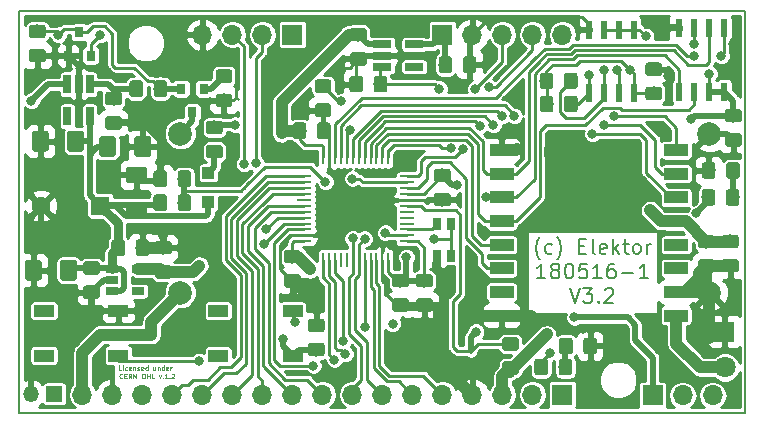
<source format=gbr>
G04 #@! TF.GenerationSoftware,KiCad,Pcbnew,(5.0.2)-1*
G04 #@! TF.CreationDate,2019-11-27T09:51:44+01:00*
G04 #@! TF.ProjectId,LoRa_Tracker,4c6f5261-5f54-4726-9163-6b65722e6b69,rev?*
G04 #@! TF.SameCoordinates,Original*
G04 #@! TF.FileFunction,Copper,L1,Top*
G04 #@! TF.FilePolarity,Positive*
%FSLAX46Y46*%
G04 Gerber Fmt 4.6, Leading zero omitted, Abs format (unit mm)*
G04 Created by KiCad (PCBNEW (5.0.2)-1) date 27.11.2019 09:51:44*
%MOMM*%
%LPD*%
G01*
G04 APERTURE LIST*
G04 #@! TA.AperFunction,NonConductor*
%ADD10C,0.100000*%
G04 #@! TD*
G04 #@! TA.AperFunction,NonConductor*
%ADD11C,0.200000*%
G04 #@! TD*
G04 #@! TA.AperFunction,SMDPad,CuDef*
%ADD12R,2.000000X1.000000*%
G04 #@! TD*
G04 #@! TA.AperFunction,ComponentPad*
%ADD13R,1.700000X1.700000*%
G04 #@! TD*
G04 #@! TA.AperFunction,ComponentPad*
%ADD14O,1.700000X1.700000*%
G04 #@! TD*
G04 #@! TA.AperFunction,SMDPad,CuDef*
%ADD15R,1.300000X0.250000*%
G04 #@! TD*
G04 #@! TA.AperFunction,SMDPad,CuDef*
%ADD16R,0.250000X1.300000*%
G04 #@! TD*
G04 #@! TA.AperFunction,Conductor*
%ADD17C,0.100000*%
G04 #@! TD*
G04 #@! TA.AperFunction,SMDPad,CuDef*
%ADD18C,1.150000*%
G04 #@! TD*
G04 #@! TA.AperFunction,SMDPad,CuDef*
%ADD19R,0.600000X1.550000*%
G04 #@! TD*
G04 #@! TA.AperFunction,ComponentPad*
%ADD20C,2.000000*%
G04 #@! TD*
G04 #@! TA.AperFunction,ComponentPad*
%ADD21C,1.800000*%
G04 #@! TD*
G04 #@! TA.AperFunction,ComponentPad*
%ADD22R,1.600000X1.600000*%
G04 #@! TD*
G04 #@! TA.AperFunction,ComponentPad*
%ADD23C,1.600000*%
G04 #@! TD*
G04 #@! TA.AperFunction,SMDPad,CuDef*
%ADD24R,1.000000X1.000000*%
G04 #@! TD*
G04 #@! TA.AperFunction,SMDPad,CuDef*
%ADD25R,0.800000X0.900000*%
G04 #@! TD*
G04 #@! TA.AperFunction,SMDPad,CuDef*
%ADD26R,1.060000X0.650000*%
G04 #@! TD*
G04 #@! TA.AperFunction,ComponentPad*
%ADD27R,1.350000X1.350000*%
G04 #@! TD*
G04 #@! TA.AperFunction,ComponentPad*
%ADD28O,1.350000X1.350000*%
G04 #@! TD*
G04 #@! TA.AperFunction,SMDPad,CuDef*
%ADD29R,1.700000X1.000000*%
G04 #@! TD*
G04 #@! TA.AperFunction,SMDPad,CuDef*
%ADD30R,0.800000X1.000000*%
G04 #@! TD*
G04 #@! TA.AperFunction,SMDPad,CuDef*
%ADD31R,0.650000X1.560000*%
G04 #@! TD*
G04 #@! TA.AperFunction,SMDPad,CuDef*
%ADD32C,1.425000*%
G04 #@! TD*
G04 #@! TA.AperFunction,SMDPad,CuDef*
%ADD33R,1.560000X0.650000*%
G04 #@! TD*
G04 #@! TA.AperFunction,ViaPad*
%ADD34C,0.800000*%
G04 #@! TD*
G04 #@! TA.AperFunction,Conductor*
%ADD35C,0.250000*%
G04 #@! TD*
G04 #@! TA.AperFunction,Conductor*
%ADD36C,1.000000*%
G04 #@! TD*
G04 #@! TA.AperFunction,Conductor*
%ADD37C,0.750000*%
G04 #@! TD*
G04 #@! TA.AperFunction,Conductor*
%ADD38C,0.500000*%
G04 #@! TD*
G04 #@! TA.AperFunction,Conductor*
%ADD39C,0.254000*%
G04 #@! TD*
G04 APERTURE END LIST*
D10*
X138690619Y-140419952D02*
X138500142Y-140419952D01*
X138500142Y-140019952D01*
X138823952Y-140419952D02*
X138823952Y-140153285D01*
X138823952Y-140019952D02*
X138804904Y-140039000D01*
X138823952Y-140058047D01*
X138843000Y-140039000D01*
X138823952Y-140019952D01*
X138823952Y-140058047D01*
X139185857Y-140400904D02*
X139147761Y-140419952D01*
X139071571Y-140419952D01*
X139033476Y-140400904D01*
X139014428Y-140381857D01*
X138995380Y-140343761D01*
X138995380Y-140229476D01*
X139014428Y-140191380D01*
X139033476Y-140172333D01*
X139071571Y-140153285D01*
X139147761Y-140153285D01*
X139185857Y-140172333D01*
X139509666Y-140400904D02*
X139471571Y-140419952D01*
X139395380Y-140419952D01*
X139357285Y-140400904D01*
X139338238Y-140362809D01*
X139338238Y-140210428D01*
X139357285Y-140172333D01*
X139395380Y-140153285D01*
X139471571Y-140153285D01*
X139509666Y-140172333D01*
X139528714Y-140210428D01*
X139528714Y-140248523D01*
X139338238Y-140286619D01*
X139700142Y-140153285D02*
X139700142Y-140419952D01*
X139700142Y-140191380D02*
X139719190Y-140172333D01*
X139757285Y-140153285D01*
X139814428Y-140153285D01*
X139852523Y-140172333D01*
X139871571Y-140210428D01*
X139871571Y-140419952D01*
X140043000Y-140400904D02*
X140081095Y-140419952D01*
X140157285Y-140419952D01*
X140195380Y-140400904D01*
X140214428Y-140362809D01*
X140214428Y-140343761D01*
X140195380Y-140305666D01*
X140157285Y-140286619D01*
X140100142Y-140286619D01*
X140062047Y-140267571D01*
X140043000Y-140229476D01*
X140043000Y-140210428D01*
X140062047Y-140172333D01*
X140100142Y-140153285D01*
X140157285Y-140153285D01*
X140195380Y-140172333D01*
X140538238Y-140400904D02*
X140500142Y-140419952D01*
X140423952Y-140419952D01*
X140385857Y-140400904D01*
X140366809Y-140362809D01*
X140366809Y-140210428D01*
X140385857Y-140172333D01*
X140423952Y-140153285D01*
X140500142Y-140153285D01*
X140538238Y-140172333D01*
X140557285Y-140210428D01*
X140557285Y-140248523D01*
X140366809Y-140286619D01*
X140900142Y-140419952D02*
X140900142Y-140019952D01*
X140900142Y-140400904D02*
X140862047Y-140419952D01*
X140785857Y-140419952D01*
X140747761Y-140400904D01*
X140728714Y-140381857D01*
X140709666Y-140343761D01*
X140709666Y-140229476D01*
X140728714Y-140191380D01*
X140747761Y-140172333D01*
X140785857Y-140153285D01*
X140862047Y-140153285D01*
X140900142Y-140172333D01*
X141566809Y-140153285D02*
X141566809Y-140419952D01*
X141395380Y-140153285D02*
X141395380Y-140362809D01*
X141414428Y-140400904D01*
X141452523Y-140419952D01*
X141509666Y-140419952D01*
X141547761Y-140400904D01*
X141566809Y-140381857D01*
X141757285Y-140153285D02*
X141757285Y-140419952D01*
X141757285Y-140191380D02*
X141776333Y-140172333D01*
X141814428Y-140153285D01*
X141871571Y-140153285D01*
X141909666Y-140172333D01*
X141928714Y-140210428D01*
X141928714Y-140419952D01*
X142290619Y-140419952D02*
X142290619Y-140019952D01*
X142290619Y-140400904D02*
X142252523Y-140419952D01*
X142176333Y-140419952D01*
X142138238Y-140400904D01*
X142119190Y-140381857D01*
X142100142Y-140343761D01*
X142100142Y-140229476D01*
X142119190Y-140191380D01*
X142138238Y-140172333D01*
X142176333Y-140153285D01*
X142252523Y-140153285D01*
X142290619Y-140172333D01*
X142633476Y-140400904D02*
X142595380Y-140419952D01*
X142519190Y-140419952D01*
X142481095Y-140400904D01*
X142462047Y-140362809D01*
X142462047Y-140210428D01*
X142481095Y-140172333D01*
X142519190Y-140153285D01*
X142595380Y-140153285D01*
X142633476Y-140172333D01*
X142652523Y-140210428D01*
X142652523Y-140248523D01*
X142462047Y-140286619D01*
X142823952Y-140419952D02*
X142823952Y-140153285D01*
X142823952Y-140229476D02*
X142843000Y-140191380D01*
X142862047Y-140172333D01*
X142900142Y-140153285D01*
X142938238Y-140153285D01*
X138766809Y-141081857D02*
X138747761Y-141100904D01*
X138690619Y-141119952D01*
X138652523Y-141119952D01*
X138595380Y-141100904D01*
X138557285Y-141062809D01*
X138538238Y-141024714D01*
X138519190Y-140948523D01*
X138519190Y-140891380D01*
X138538238Y-140815190D01*
X138557285Y-140777095D01*
X138595380Y-140739000D01*
X138652523Y-140719952D01*
X138690619Y-140719952D01*
X138747761Y-140739000D01*
X138766809Y-140758047D01*
X138938238Y-140910428D02*
X139071571Y-140910428D01*
X139128714Y-141119952D02*
X138938238Y-141119952D01*
X138938238Y-140719952D01*
X139128714Y-140719952D01*
X139528714Y-141119952D02*
X139395380Y-140929476D01*
X139300142Y-141119952D02*
X139300142Y-140719952D01*
X139452523Y-140719952D01*
X139490619Y-140739000D01*
X139509666Y-140758047D01*
X139528714Y-140796142D01*
X139528714Y-140853285D01*
X139509666Y-140891380D01*
X139490619Y-140910428D01*
X139452523Y-140929476D01*
X139300142Y-140929476D01*
X139700142Y-141119952D02*
X139700142Y-140719952D01*
X139928714Y-141119952D01*
X139928714Y-140719952D01*
X140500142Y-140719952D02*
X140576333Y-140719952D01*
X140614428Y-140739000D01*
X140652523Y-140777095D01*
X140671571Y-140853285D01*
X140671571Y-140986619D01*
X140652523Y-141062809D01*
X140614428Y-141100904D01*
X140576333Y-141119952D01*
X140500142Y-141119952D01*
X140462047Y-141100904D01*
X140423952Y-141062809D01*
X140404904Y-140986619D01*
X140404904Y-140853285D01*
X140423952Y-140777095D01*
X140462047Y-140739000D01*
X140500142Y-140719952D01*
X140843000Y-141119952D02*
X140843000Y-140719952D01*
X140843000Y-140910428D02*
X141071571Y-140910428D01*
X141071571Y-141119952D02*
X141071571Y-140719952D01*
X141452523Y-141119952D02*
X141262047Y-141119952D01*
X141262047Y-140719952D01*
X141852523Y-140853285D02*
X141947761Y-141119952D01*
X142043000Y-140853285D01*
X142195380Y-141081857D02*
X142214428Y-141100904D01*
X142195380Y-141119952D01*
X142176333Y-141100904D01*
X142195380Y-141081857D01*
X142195380Y-141119952D01*
X142595380Y-141119952D02*
X142366809Y-141119952D01*
X142481095Y-141119952D02*
X142481095Y-140719952D01*
X142443000Y-140777095D01*
X142404904Y-140815190D01*
X142366809Y-140834238D01*
X142766809Y-141081857D02*
X142785857Y-141100904D01*
X142766809Y-141119952D01*
X142747761Y-141100904D01*
X142766809Y-141081857D01*
X142766809Y-141119952D01*
X142938238Y-140758047D02*
X142957285Y-140739000D01*
X142995380Y-140719952D01*
X143090619Y-140719952D01*
X143128714Y-140739000D01*
X143147761Y-140758047D01*
X143166809Y-140796142D01*
X143166809Y-140834238D01*
X143147761Y-140891380D01*
X142919190Y-141119952D01*
X143166809Y-141119952D01*
D11*
X174127476Y-131046666D02*
X174067952Y-130987142D01*
X173948904Y-130808571D01*
X173889380Y-130689523D01*
X173829857Y-130510952D01*
X173770333Y-130213333D01*
X173770333Y-129975238D01*
X173829857Y-129677619D01*
X173889380Y-129499047D01*
X173948904Y-129380000D01*
X174067952Y-129201428D01*
X174127476Y-129141904D01*
X175139380Y-130510952D02*
X175020333Y-130570476D01*
X174782238Y-130570476D01*
X174663190Y-130510952D01*
X174603666Y-130451428D01*
X174544142Y-130332380D01*
X174544142Y-129975238D01*
X174603666Y-129856190D01*
X174663190Y-129796666D01*
X174782238Y-129737142D01*
X175020333Y-129737142D01*
X175139380Y-129796666D01*
X175556047Y-131046666D02*
X175615571Y-130987142D01*
X175734619Y-130808571D01*
X175794142Y-130689523D01*
X175853666Y-130510952D01*
X175913190Y-130213333D01*
X175913190Y-129975238D01*
X175853666Y-129677619D01*
X175794142Y-129499047D01*
X175734619Y-129380000D01*
X175615571Y-129201428D01*
X175556047Y-129141904D01*
X177460809Y-129915714D02*
X177877476Y-129915714D01*
X178056047Y-130570476D02*
X177460809Y-130570476D01*
X177460809Y-129320476D01*
X178056047Y-129320476D01*
X178770333Y-130570476D02*
X178651285Y-130510952D01*
X178591761Y-130391904D01*
X178591761Y-129320476D01*
X179722714Y-130510952D02*
X179603666Y-130570476D01*
X179365571Y-130570476D01*
X179246523Y-130510952D01*
X179187000Y-130391904D01*
X179187000Y-129915714D01*
X179246523Y-129796666D01*
X179365571Y-129737142D01*
X179603666Y-129737142D01*
X179722714Y-129796666D01*
X179782238Y-129915714D01*
X179782238Y-130034761D01*
X179187000Y-130153809D01*
X180317952Y-130570476D02*
X180317952Y-129320476D01*
X180437000Y-130094285D02*
X180794142Y-130570476D01*
X180794142Y-129737142D02*
X180317952Y-130213333D01*
X181151285Y-129737142D02*
X181627476Y-129737142D01*
X181329857Y-129320476D02*
X181329857Y-130391904D01*
X181389380Y-130510952D01*
X181508428Y-130570476D01*
X181627476Y-130570476D01*
X182222714Y-130570476D02*
X182103666Y-130510952D01*
X182044142Y-130451428D01*
X181984619Y-130332380D01*
X181984619Y-129975238D01*
X182044142Y-129856190D01*
X182103666Y-129796666D01*
X182222714Y-129737142D01*
X182401285Y-129737142D01*
X182520333Y-129796666D01*
X182579857Y-129856190D01*
X182639380Y-129975238D01*
X182639380Y-130332380D01*
X182579857Y-130451428D01*
X182520333Y-130510952D01*
X182401285Y-130570476D01*
X182222714Y-130570476D01*
X183175095Y-130570476D02*
X183175095Y-129737142D01*
X183175095Y-129975238D02*
X183234619Y-129856190D01*
X183294142Y-129796666D01*
X183413190Y-129737142D01*
X183532238Y-129737142D01*
X174573904Y-132645476D02*
X173859619Y-132645476D01*
X174216761Y-132645476D02*
X174216761Y-131395476D01*
X174097714Y-131574047D01*
X173978666Y-131693095D01*
X173859619Y-131752619D01*
X175288190Y-131931190D02*
X175169142Y-131871666D01*
X175109619Y-131812142D01*
X175050095Y-131693095D01*
X175050095Y-131633571D01*
X175109619Y-131514523D01*
X175169142Y-131455000D01*
X175288190Y-131395476D01*
X175526285Y-131395476D01*
X175645333Y-131455000D01*
X175704857Y-131514523D01*
X175764380Y-131633571D01*
X175764380Y-131693095D01*
X175704857Y-131812142D01*
X175645333Y-131871666D01*
X175526285Y-131931190D01*
X175288190Y-131931190D01*
X175169142Y-131990714D01*
X175109619Y-132050238D01*
X175050095Y-132169285D01*
X175050095Y-132407380D01*
X175109619Y-132526428D01*
X175169142Y-132585952D01*
X175288190Y-132645476D01*
X175526285Y-132645476D01*
X175645333Y-132585952D01*
X175704857Y-132526428D01*
X175764380Y-132407380D01*
X175764380Y-132169285D01*
X175704857Y-132050238D01*
X175645333Y-131990714D01*
X175526285Y-131931190D01*
X176538190Y-131395476D02*
X176657238Y-131395476D01*
X176776285Y-131455000D01*
X176835809Y-131514523D01*
X176895333Y-131633571D01*
X176954857Y-131871666D01*
X176954857Y-132169285D01*
X176895333Y-132407380D01*
X176835809Y-132526428D01*
X176776285Y-132585952D01*
X176657238Y-132645476D01*
X176538190Y-132645476D01*
X176419142Y-132585952D01*
X176359619Y-132526428D01*
X176300095Y-132407380D01*
X176240571Y-132169285D01*
X176240571Y-131871666D01*
X176300095Y-131633571D01*
X176359619Y-131514523D01*
X176419142Y-131455000D01*
X176538190Y-131395476D01*
X178085809Y-131395476D02*
X177490571Y-131395476D01*
X177431047Y-131990714D01*
X177490571Y-131931190D01*
X177609619Y-131871666D01*
X177907238Y-131871666D01*
X178026285Y-131931190D01*
X178085809Y-131990714D01*
X178145333Y-132109761D01*
X178145333Y-132407380D01*
X178085809Y-132526428D01*
X178026285Y-132585952D01*
X177907238Y-132645476D01*
X177609619Y-132645476D01*
X177490571Y-132585952D01*
X177431047Y-132526428D01*
X179335809Y-132645476D02*
X178621523Y-132645476D01*
X178978666Y-132645476D02*
X178978666Y-131395476D01*
X178859619Y-131574047D01*
X178740571Y-131693095D01*
X178621523Y-131752619D01*
X180407238Y-131395476D02*
X180169142Y-131395476D01*
X180050095Y-131455000D01*
X179990571Y-131514523D01*
X179871523Y-131693095D01*
X179812000Y-131931190D01*
X179812000Y-132407380D01*
X179871523Y-132526428D01*
X179931047Y-132585952D01*
X180050095Y-132645476D01*
X180288190Y-132645476D01*
X180407238Y-132585952D01*
X180466761Y-132526428D01*
X180526285Y-132407380D01*
X180526285Y-132109761D01*
X180466761Y-131990714D01*
X180407238Y-131931190D01*
X180288190Y-131871666D01*
X180050095Y-131871666D01*
X179931047Y-131931190D01*
X179871523Y-131990714D01*
X179812000Y-132109761D01*
X181062000Y-132169285D02*
X182014380Y-132169285D01*
X183264380Y-132645476D02*
X182550095Y-132645476D01*
X182907238Y-132645476D02*
X182907238Y-131395476D01*
X182788190Y-131574047D01*
X182669142Y-131693095D01*
X182550095Y-131752619D01*
X176657238Y-133470476D02*
X177073904Y-134720476D01*
X177490571Y-133470476D01*
X177788190Y-133470476D02*
X178562000Y-133470476D01*
X178145333Y-133946666D01*
X178323904Y-133946666D01*
X178442952Y-134006190D01*
X178502476Y-134065714D01*
X178562000Y-134184761D01*
X178562000Y-134482380D01*
X178502476Y-134601428D01*
X178442952Y-134660952D01*
X178323904Y-134720476D01*
X177966761Y-134720476D01*
X177847714Y-134660952D01*
X177788190Y-134601428D01*
X179097714Y-134601428D02*
X179157238Y-134660952D01*
X179097714Y-134720476D01*
X179038190Y-134660952D01*
X179097714Y-134601428D01*
X179097714Y-134720476D01*
X179633428Y-133589523D02*
X179692952Y-133530000D01*
X179812000Y-133470476D01*
X180109619Y-133470476D01*
X180228666Y-133530000D01*
X180288190Y-133589523D01*
X180347714Y-133708571D01*
X180347714Y-133827619D01*
X180288190Y-134006190D01*
X179573904Y-134720476D01*
X180347714Y-134720476D01*
X191516000Y-109982000D02*
X191516000Y-144018000D01*
X130048000Y-144018000D02*
X191516000Y-144018000D01*
X130048000Y-109982000D02*
X130048000Y-144018000D01*
X130048000Y-109982000D02*
X191516000Y-109982000D01*
D12*
G04 #@! TO.P,MOD1,1*
G04 #@! TO.N,GND*
X170874000Y-121794000D03*
G04 #@! TO.P,MOD1,2*
G04 #@! TO.N,RFM95_MISO*
X170874000Y-123794000D03*
G04 #@! TO.P,MOD1,3*
G04 #@! TO.N,RFM95_MOSI*
X170874000Y-125794000D03*
G04 #@! TO.P,MOD1,4*
G04 #@! TO.N,RFM95_SCK*
X170874000Y-127794000D03*
G04 #@! TO.P,MOD1,5*
G04 #@! TO.N,~RFM95_CS*
X170874000Y-129794000D03*
G04 #@! TO.P,MOD1,6*
G04 #@! TO.N,RFM95_RESET*
X170874000Y-131794000D03*
G04 #@! TO.P,MOD1,7*
G04 #@! TO.N,N/C*
X170874000Y-133794000D03*
G04 #@! TO.P,MOD1,8*
G04 #@! TO.N,GND*
X170874000Y-135794000D03*
G04 #@! TO.P,MOD1,9*
G04 #@! TO.N,Net-(ANT1-Pad1)*
X185674000Y-135794000D03*
G04 #@! TO.P,MOD1,10*
G04 #@! TO.N,GND*
X185674000Y-133794000D03*
G04 #@! TO.P,MOD1,11*
G04 #@! TO.N,N/C*
X185674000Y-131794000D03*
G04 #@! TO.P,MOD1,12*
X185674000Y-129794000D03*
G04 #@! TO.P,MOD1,13*
G04 #@! TO.N,3V3*
X185674000Y-127794000D03*
G04 #@! TO.P,MOD1,14*
G04 #@! TO.N,RFM95_DIO2*
X185674000Y-125794000D03*
G04 #@! TO.P,MOD1,15*
G04 #@! TO.N,RFM95_DIO1*
X185674000Y-123794000D03*
G04 #@! TO.P,MOD1,16*
G04 #@! TO.N,RFM95_DIO0*
X185674000Y-121794000D03*
G04 #@! TD*
D13*
G04 #@! TO.P,K4,1*
G04 #@! TO.N,Net-(C13-Pad2)*
X165862000Y-112014000D03*
D14*
G04 #@! TO.P,K4,2*
G04 #@! TO.N,GND*
X168402000Y-112014000D03*
G04 #@! TO.P,K4,3*
G04 #@! TO.N,GPS_RXD*
X170942000Y-112014000D03*
G04 #@! TO.P,K4,4*
G04 #@! TO.N,GPS_TXD*
X173482000Y-112014000D03*
G04 #@! TO.P,K4,5*
G04 #@! TO.N,N/C*
X176022000Y-112014000D03*
G04 #@! TD*
D15*
G04 #@! TO.P,IC4,1*
G04 #@! TO.N,3V3*
X162878000Y-129500000D03*
G04 #@! TO.P,IC4,2*
G04 #@! TO.N,GPS_ACTIVE_ON*
X162878000Y-129000000D03*
G04 #@! TO.P,IC4,3*
G04 #@! TO.N,Net-(IC4-Pad3)*
X162878000Y-128500000D03*
G04 #@! TO.P,IC4,4*
G04 #@! TO.N,N/C*
X162878000Y-128000000D03*
G04 #@! TO.P,IC4,5*
X162878000Y-127500000D03*
G04 #@! TO.P,IC4,6*
X162878000Y-127000000D03*
G04 #@! TO.P,IC4,7*
G04 #@! TO.N,~RST*
X162878000Y-126500000D03*
G04 #@! TO.P,IC4,8*
G04 #@! TO.N,GND*
X162878000Y-126000000D03*
G04 #@! TO.P,IC4,9*
G04 #@! TO.N,3V3*
X162878000Y-125500000D03*
G04 #@! TO.P,IC4,10*
G04 #@! TO.N,RFM95_RESET*
X162878000Y-125000000D03*
G04 #@! TO.P,IC4,11*
G04 #@! TO.N,Net-(IC4-Pad11)*
X162878000Y-124500000D03*
G04 #@! TO.P,IC4,12*
G04 #@! TO.N,GPS_RXD*
X162878000Y-124000000D03*
D16*
G04 #@! TO.P,IC4,13*
G04 #@! TO.N,GPS_TXD*
X161278000Y-122400000D03*
G04 #@! TO.P,IC4,14*
G04 #@! TO.N,~RFM95_CS*
X160778000Y-122400000D03*
G04 #@! TO.P,IC4,15*
G04 #@! TO.N,RFM95_SCK*
X160278000Y-122400000D03*
G04 #@! TO.P,IC4,16*
G04 #@! TO.N,RFM95_MISO*
X159778000Y-122400000D03*
G04 #@! TO.P,IC4,17*
G04 #@! TO.N,RFM95_MOSI*
X159278000Y-122400000D03*
G04 #@! TO.P,IC4,18*
G04 #@! TO.N,RFM95_DIO2*
X158778000Y-122400000D03*
G04 #@! TO.P,IC4,19*
G04 #@! TO.N,RFM95_DIO1*
X158278000Y-122400000D03*
G04 #@! TO.P,IC4,20*
G04 #@! TO.N,Net-(IC4-Pad20)*
X157778000Y-122400000D03*
G04 #@! TO.P,IC4,21*
G04 #@! TO.N,RFM95_DIO0*
X157278000Y-122400000D03*
G04 #@! TO.P,IC4,22*
G04 #@! TO.N,SPI_NOR_NCS*
X156778000Y-122400000D03*
G04 #@! TO.P,IC4,23*
G04 #@! TO.N,GND*
X156278000Y-122400000D03*
G04 #@! TO.P,IC4,24*
G04 #@! TO.N,3V3*
X155778000Y-122400000D03*
D15*
G04 #@! TO.P,IC4,25*
G04 #@! TO.N,UNUSED_00*
X154178000Y-124000000D03*
G04 #@! TO.P,IC4,26*
G04 #@! TO.N,UNUSED_01*
X154178000Y-124500000D03*
G04 #@! TO.P,IC4,27*
G04 #@! TO.N,UNUSED_02*
X154178000Y-125000000D03*
G04 #@! TO.P,IC4,28*
G04 #@! TO.N,UNUSED_03*
X154178000Y-125500000D03*
G04 #@! TO.P,IC4,29*
G04 #@! TO.N,N/C*
X154178000Y-126000000D03*
G04 #@! TO.P,IC4,30*
G04 #@! TO.N,UNUSED_04*
X154178000Y-126500000D03*
G04 #@! TO.P,IC4,31*
G04 #@! TO.N,UNUSED_05*
X154178000Y-127000000D03*
G04 #@! TO.P,IC4,32*
G04 #@! TO.N,USBDM*
X154178000Y-127500000D03*
G04 #@! TO.P,IC4,33*
G04 #@! TO.N,USBDP*
X154178000Y-128000000D03*
G04 #@! TO.P,IC4,34*
G04 #@! TO.N,SWDIO*
X154178000Y-128500000D03*
G04 #@! TO.P,IC4,35*
G04 #@! TO.N,GND*
X154178000Y-129000000D03*
G04 #@! TO.P,IC4,36*
G04 #@! TO.N,3V3*
X154178000Y-129500000D03*
D16*
G04 #@! TO.P,IC4,37*
G04 #@! TO.N,SWCLK*
X155778000Y-131100000D03*
G04 #@! TO.P,IC4,38*
G04 #@! TO.N,JTDI*
X156278000Y-131100000D03*
G04 #@! TO.P,IC4,39*
G04 #@! TO.N,JTDO*
X156778000Y-131100000D03*
G04 #@! TO.P,IC4,40*
G04 #@! TO.N,N/C*
X157278000Y-131100000D03*
G04 #@! TO.P,IC4,41*
X157778000Y-131100000D03*
G04 #@! TO.P,IC4,42*
G04 #@! TO.N,I2C_SCL*
X158278000Y-131100000D03*
G04 #@! TO.P,IC4,43*
G04 #@! TO.N,I2C_SDA*
X158778000Y-131100000D03*
G04 #@! TO.P,IC4,44*
G04 #@! TO.N,Net-(IC4-Pad44)*
X159278000Y-131100000D03*
G04 #@! TO.P,IC4,45*
G04 #@! TO.N,CAN_RX*
X159778000Y-131100000D03*
G04 #@! TO.P,IC4,46*
G04 #@! TO.N,CAN_TX*
X160278000Y-131100000D03*
G04 #@! TO.P,IC4,47*
G04 #@! TO.N,GND*
X160778000Y-131100000D03*
G04 #@! TO.P,IC4,48*
G04 #@! TO.N,3V3*
X161278000Y-131100000D03*
G04 #@! TD*
D17*
G04 #@! TO.N,GND*
G04 #@! TO.C,R4*
G36*
X155668505Y-136043804D02*
X155692773Y-136047404D01*
X155716572Y-136053365D01*
X155739671Y-136061630D01*
X155761850Y-136072120D01*
X155782893Y-136084732D01*
X155802599Y-136099347D01*
X155820777Y-136115823D01*
X155837253Y-136134001D01*
X155851868Y-136153707D01*
X155864480Y-136174750D01*
X155874970Y-136196929D01*
X155883235Y-136220028D01*
X155889196Y-136243827D01*
X155892796Y-136268095D01*
X155894000Y-136292599D01*
X155894000Y-136942601D01*
X155892796Y-136967105D01*
X155889196Y-136991373D01*
X155883235Y-137015172D01*
X155874970Y-137038271D01*
X155864480Y-137060450D01*
X155851868Y-137081493D01*
X155837253Y-137101199D01*
X155820777Y-137119377D01*
X155802599Y-137135853D01*
X155782893Y-137150468D01*
X155761850Y-137163080D01*
X155739671Y-137173570D01*
X155716572Y-137181835D01*
X155692773Y-137187796D01*
X155668505Y-137191396D01*
X155644001Y-137192600D01*
X154743999Y-137192600D01*
X154719495Y-137191396D01*
X154695227Y-137187796D01*
X154671428Y-137181835D01*
X154648329Y-137173570D01*
X154626150Y-137163080D01*
X154605107Y-137150468D01*
X154585401Y-137135853D01*
X154567223Y-137119377D01*
X154550747Y-137101199D01*
X154536132Y-137081493D01*
X154523520Y-137060450D01*
X154513030Y-137038271D01*
X154504765Y-137015172D01*
X154498804Y-136991373D01*
X154495204Y-136967105D01*
X154494000Y-136942601D01*
X154494000Y-136292599D01*
X154495204Y-136268095D01*
X154498804Y-136243827D01*
X154504765Y-136220028D01*
X154513030Y-136196929D01*
X154523520Y-136174750D01*
X154536132Y-136153707D01*
X154550747Y-136134001D01*
X154567223Y-136115823D01*
X154585401Y-136099347D01*
X154605107Y-136084732D01*
X154626150Y-136072120D01*
X154648329Y-136061630D01*
X154671428Y-136053365D01*
X154695227Y-136047404D01*
X154719495Y-136043804D01*
X154743999Y-136042600D01*
X155644001Y-136042600D01*
X155668505Y-136043804D01*
X155668505Y-136043804D01*
G37*
D18*
G04 #@! TD*
G04 #@! TO.P,R4,2*
G04 #@! TO.N,GND*
X155194000Y-136617600D03*
D17*
G04 #@! TO.N,Net-(IC4-Pad44)*
G04 #@! TO.C,R4*
G36*
X155668505Y-138093804D02*
X155692773Y-138097404D01*
X155716572Y-138103365D01*
X155739671Y-138111630D01*
X155761850Y-138122120D01*
X155782893Y-138134732D01*
X155802599Y-138149347D01*
X155820777Y-138165823D01*
X155837253Y-138184001D01*
X155851868Y-138203707D01*
X155864480Y-138224750D01*
X155874970Y-138246929D01*
X155883235Y-138270028D01*
X155889196Y-138293827D01*
X155892796Y-138318095D01*
X155894000Y-138342599D01*
X155894000Y-138992601D01*
X155892796Y-139017105D01*
X155889196Y-139041373D01*
X155883235Y-139065172D01*
X155874970Y-139088271D01*
X155864480Y-139110450D01*
X155851868Y-139131493D01*
X155837253Y-139151199D01*
X155820777Y-139169377D01*
X155802599Y-139185853D01*
X155782893Y-139200468D01*
X155761850Y-139213080D01*
X155739671Y-139223570D01*
X155716572Y-139231835D01*
X155692773Y-139237796D01*
X155668505Y-139241396D01*
X155644001Y-139242600D01*
X154743999Y-139242600D01*
X154719495Y-139241396D01*
X154695227Y-139237796D01*
X154671428Y-139231835D01*
X154648329Y-139223570D01*
X154626150Y-139213080D01*
X154605107Y-139200468D01*
X154585401Y-139185853D01*
X154567223Y-139169377D01*
X154550747Y-139151199D01*
X154536132Y-139131493D01*
X154523520Y-139110450D01*
X154513030Y-139088271D01*
X154504765Y-139065172D01*
X154498804Y-139041373D01*
X154495204Y-139017105D01*
X154494000Y-138992601D01*
X154494000Y-138342599D01*
X154495204Y-138318095D01*
X154498804Y-138293827D01*
X154504765Y-138270028D01*
X154513030Y-138246929D01*
X154523520Y-138224750D01*
X154536132Y-138203707D01*
X154550747Y-138184001D01*
X154567223Y-138165823D01*
X154585401Y-138149347D01*
X154605107Y-138134732D01*
X154626150Y-138122120D01*
X154648329Y-138111630D01*
X154671428Y-138103365D01*
X154695227Y-138097404D01*
X154719495Y-138093804D01*
X154743999Y-138092600D01*
X155644001Y-138092600D01*
X155668505Y-138093804D01*
X155668505Y-138093804D01*
G37*
D18*
G04 #@! TD*
G04 #@! TO.P,R4,1*
G04 #@! TO.N,Net-(IC4-Pad44)*
X155194000Y-138667600D03*
D19*
G04 #@! TO.P,IC3,1*
G04 #@! TO.N,SPI_NOR_NCS*
X189738000Y-111440000D03*
G04 #@! TO.P,IC3,2*
G04 #@! TO.N,RFM95_MISO*
X188468000Y-111440000D03*
G04 #@! TO.P,IC3,3*
G04 #@! TO.N,3V3*
X187198000Y-111440000D03*
G04 #@! TO.P,IC3,4*
G04 #@! TO.N,GND*
X185928000Y-111440000D03*
G04 #@! TO.P,IC3,5*
G04 #@! TO.N,RFM95_MOSI*
X185928000Y-116840000D03*
G04 #@! TO.P,IC3,6*
G04 #@! TO.N,RFM95_SCK*
X187198000Y-116840000D03*
G04 #@! TO.P,IC3,7*
G04 #@! TO.N,3V3*
X188468000Y-116840000D03*
G04 #@! TO.P,IC3,8*
X189738000Y-116840000D03*
G04 #@! TD*
D20*
G04 #@! TO.P,BT2,1*
G04 #@! TO.N,VBAT*
X143668000Y-120396000D03*
G04 #@! TO.P,BT2,2*
G04 #@! TO.N,GND*
X188468000Y-120396000D03*
G04 #@! TD*
G04 #@! TO.P,BT1,2*
G04 #@! TO.N,GND*
X188468000Y-133858000D03*
G04 #@! TO.P,BT1,1*
G04 #@! TO.N,VBAT*
X143668000Y-133858000D03*
G04 #@! TD*
D21*
G04 #@! TO.P,ANT1,1*
G04 #@! TO.N,Net-(ANT1-Pad1)*
X189814200Y-140182600D03*
G04 #@! TD*
D13*
G04 #@! TO.P,K3,1*
G04 #@! TO.N,VUSB*
X153162000Y-112014000D03*
D14*
G04 #@! TO.P,K3,2*
G04 #@! TO.N,USBDM*
X150622000Y-112014000D03*
G04 #@! TO.P,K3,3*
G04 #@! TO.N,USBDP*
X148082000Y-112014000D03*
G04 #@! TO.P,K3,4*
G04 #@! TO.N,GND*
X145542000Y-112014000D03*
G04 #@! TD*
D17*
G04 #@! TO.N,3V3*
G04 #@! TO.C,C1*
G36*
X190720505Y-128948204D02*
X190744773Y-128951804D01*
X190768572Y-128957765D01*
X190791671Y-128966030D01*
X190813850Y-128976520D01*
X190834893Y-128989132D01*
X190854599Y-129003747D01*
X190872777Y-129020223D01*
X190889253Y-129038401D01*
X190903868Y-129058107D01*
X190916480Y-129079150D01*
X190926970Y-129101329D01*
X190935235Y-129124428D01*
X190941196Y-129148227D01*
X190944796Y-129172495D01*
X190946000Y-129196999D01*
X190946000Y-129847001D01*
X190944796Y-129871505D01*
X190941196Y-129895773D01*
X190935235Y-129919572D01*
X190926970Y-129942671D01*
X190916480Y-129964850D01*
X190903868Y-129985893D01*
X190889253Y-130005599D01*
X190872777Y-130023777D01*
X190854599Y-130040253D01*
X190834893Y-130054868D01*
X190813850Y-130067480D01*
X190791671Y-130077970D01*
X190768572Y-130086235D01*
X190744773Y-130092196D01*
X190720505Y-130095796D01*
X190696001Y-130097000D01*
X189795999Y-130097000D01*
X189771495Y-130095796D01*
X189747227Y-130092196D01*
X189723428Y-130086235D01*
X189700329Y-130077970D01*
X189678150Y-130067480D01*
X189657107Y-130054868D01*
X189637401Y-130040253D01*
X189619223Y-130023777D01*
X189602747Y-130005599D01*
X189588132Y-129985893D01*
X189575520Y-129964850D01*
X189565030Y-129942671D01*
X189556765Y-129919572D01*
X189550804Y-129895773D01*
X189547204Y-129871505D01*
X189546000Y-129847001D01*
X189546000Y-129196999D01*
X189547204Y-129172495D01*
X189550804Y-129148227D01*
X189556765Y-129124428D01*
X189565030Y-129101329D01*
X189575520Y-129079150D01*
X189588132Y-129058107D01*
X189602747Y-129038401D01*
X189619223Y-129020223D01*
X189637401Y-129003747D01*
X189657107Y-128989132D01*
X189678150Y-128976520D01*
X189700329Y-128966030D01*
X189723428Y-128957765D01*
X189747227Y-128951804D01*
X189771495Y-128948204D01*
X189795999Y-128947000D01*
X190696001Y-128947000D01*
X190720505Y-128948204D01*
X190720505Y-128948204D01*
G37*
D18*
G04 #@! TD*
G04 #@! TO.P,C1,2*
G04 #@! TO.N,3V3*
X190246000Y-129522000D03*
D17*
G04 #@! TO.N,GND*
G04 #@! TO.C,C1*
G36*
X190720505Y-130998204D02*
X190744773Y-131001804D01*
X190768572Y-131007765D01*
X190791671Y-131016030D01*
X190813850Y-131026520D01*
X190834893Y-131039132D01*
X190854599Y-131053747D01*
X190872777Y-131070223D01*
X190889253Y-131088401D01*
X190903868Y-131108107D01*
X190916480Y-131129150D01*
X190926970Y-131151329D01*
X190935235Y-131174428D01*
X190941196Y-131198227D01*
X190944796Y-131222495D01*
X190946000Y-131246999D01*
X190946000Y-131897001D01*
X190944796Y-131921505D01*
X190941196Y-131945773D01*
X190935235Y-131969572D01*
X190926970Y-131992671D01*
X190916480Y-132014850D01*
X190903868Y-132035893D01*
X190889253Y-132055599D01*
X190872777Y-132073777D01*
X190854599Y-132090253D01*
X190834893Y-132104868D01*
X190813850Y-132117480D01*
X190791671Y-132127970D01*
X190768572Y-132136235D01*
X190744773Y-132142196D01*
X190720505Y-132145796D01*
X190696001Y-132147000D01*
X189795999Y-132147000D01*
X189771495Y-132145796D01*
X189747227Y-132142196D01*
X189723428Y-132136235D01*
X189700329Y-132127970D01*
X189678150Y-132117480D01*
X189657107Y-132104868D01*
X189637401Y-132090253D01*
X189619223Y-132073777D01*
X189602747Y-132055599D01*
X189588132Y-132035893D01*
X189575520Y-132014850D01*
X189565030Y-131992671D01*
X189556765Y-131969572D01*
X189550804Y-131945773D01*
X189547204Y-131921505D01*
X189546000Y-131897001D01*
X189546000Y-131246999D01*
X189547204Y-131222495D01*
X189550804Y-131198227D01*
X189556765Y-131174428D01*
X189565030Y-131151329D01*
X189575520Y-131129150D01*
X189588132Y-131108107D01*
X189602747Y-131088401D01*
X189619223Y-131070223D01*
X189637401Y-131053747D01*
X189657107Y-131039132D01*
X189678150Y-131026520D01*
X189700329Y-131016030D01*
X189723428Y-131007765D01*
X189747227Y-131001804D01*
X189771495Y-130998204D01*
X189795999Y-130997000D01*
X190696001Y-130997000D01*
X190720505Y-130998204D01*
X190720505Y-130998204D01*
G37*
D18*
G04 #@! TD*
G04 #@! TO.P,C1,1*
G04 #@! TO.N,GND*
X190246000Y-131572000D03*
D17*
G04 #@! TO.N,3V3*
G04 #@! TO.C,C2*
G36*
X188688505Y-128966204D02*
X188712773Y-128969804D01*
X188736572Y-128975765D01*
X188759671Y-128984030D01*
X188781850Y-128994520D01*
X188802893Y-129007132D01*
X188822599Y-129021747D01*
X188840777Y-129038223D01*
X188857253Y-129056401D01*
X188871868Y-129076107D01*
X188884480Y-129097150D01*
X188894970Y-129119329D01*
X188903235Y-129142428D01*
X188909196Y-129166227D01*
X188912796Y-129190495D01*
X188914000Y-129214999D01*
X188914000Y-129865001D01*
X188912796Y-129889505D01*
X188909196Y-129913773D01*
X188903235Y-129937572D01*
X188894970Y-129960671D01*
X188884480Y-129982850D01*
X188871868Y-130003893D01*
X188857253Y-130023599D01*
X188840777Y-130041777D01*
X188822599Y-130058253D01*
X188802893Y-130072868D01*
X188781850Y-130085480D01*
X188759671Y-130095970D01*
X188736572Y-130104235D01*
X188712773Y-130110196D01*
X188688505Y-130113796D01*
X188664001Y-130115000D01*
X187763999Y-130115000D01*
X187739495Y-130113796D01*
X187715227Y-130110196D01*
X187691428Y-130104235D01*
X187668329Y-130095970D01*
X187646150Y-130085480D01*
X187625107Y-130072868D01*
X187605401Y-130058253D01*
X187587223Y-130041777D01*
X187570747Y-130023599D01*
X187556132Y-130003893D01*
X187543520Y-129982850D01*
X187533030Y-129960671D01*
X187524765Y-129937572D01*
X187518804Y-129913773D01*
X187515204Y-129889505D01*
X187514000Y-129865001D01*
X187514000Y-129214999D01*
X187515204Y-129190495D01*
X187518804Y-129166227D01*
X187524765Y-129142428D01*
X187533030Y-129119329D01*
X187543520Y-129097150D01*
X187556132Y-129076107D01*
X187570747Y-129056401D01*
X187587223Y-129038223D01*
X187605401Y-129021747D01*
X187625107Y-129007132D01*
X187646150Y-128994520D01*
X187668329Y-128984030D01*
X187691428Y-128975765D01*
X187715227Y-128969804D01*
X187739495Y-128966204D01*
X187763999Y-128965000D01*
X188664001Y-128965000D01*
X188688505Y-128966204D01*
X188688505Y-128966204D01*
G37*
D18*
G04 #@! TD*
G04 #@! TO.P,C2,1*
G04 #@! TO.N,3V3*
X188214000Y-129540000D03*
D17*
G04 #@! TO.N,GND*
G04 #@! TO.C,C2*
G36*
X188688505Y-131016204D02*
X188712773Y-131019804D01*
X188736572Y-131025765D01*
X188759671Y-131034030D01*
X188781850Y-131044520D01*
X188802893Y-131057132D01*
X188822599Y-131071747D01*
X188840777Y-131088223D01*
X188857253Y-131106401D01*
X188871868Y-131126107D01*
X188884480Y-131147150D01*
X188894970Y-131169329D01*
X188903235Y-131192428D01*
X188909196Y-131216227D01*
X188912796Y-131240495D01*
X188914000Y-131264999D01*
X188914000Y-131915001D01*
X188912796Y-131939505D01*
X188909196Y-131963773D01*
X188903235Y-131987572D01*
X188894970Y-132010671D01*
X188884480Y-132032850D01*
X188871868Y-132053893D01*
X188857253Y-132073599D01*
X188840777Y-132091777D01*
X188822599Y-132108253D01*
X188802893Y-132122868D01*
X188781850Y-132135480D01*
X188759671Y-132145970D01*
X188736572Y-132154235D01*
X188712773Y-132160196D01*
X188688505Y-132163796D01*
X188664001Y-132165000D01*
X187763999Y-132165000D01*
X187739495Y-132163796D01*
X187715227Y-132160196D01*
X187691428Y-132154235D01*
X187668329Y-132145970D01*
X187646150Y-132135480D01*
X187625107Y-132122868D01*
X187605401Y-132108253D01*
X187587223Y-132091777D01*
X187570747Y-132073599D01*
X187556132Y-132053893D01*
X187543520Y-132032850D01*
X187533030Y-132010671D01*
X187524765Y-131987572D01*
X187518804Y-131963773D01*
X187515204Y-131939505D01*
X187514000Y-131915001D01*
X187514000Y-131264999D01*
X187515204Y-131240495D01*
X187518804Y-131216227D01*
X187524765Y-131192428D01*
X187533030Y-131169329D01*
X187543520Y-131147150D01*
X187556132Y-131126107D01*
X187570747Y-131106401D01*
X187587223Y-131088223D01*
X187605401Y-131071747D01*
X187625107Y-131057132D01*
X187646150Y-131044520D01*
X187668329Y-131034030D01*
X187691428Y-131025765D01*
X187715227Y-131019804D01*
X187739495Y-131016204D01*
X187763999Y-131015000D01*
X188664001Y-131015000D01*
X188688505Y-131016204D01*
X188688505Y-131016204D01*
G37*
D18*
G04 #@! TD*
G04 #@! TO.P,C2,2*
G04 #@! TO.N,GND*
X188214000Y-131590000D03*
D17*
G04 #@! TO.N,Net-(C3-Pad1)*
G04 #@! TO.C,C3*
G36*
X132046505Y-111168204D02*
X132070773Y-111171804D01*
X132094572Y-111177765D01*
X132117671Y-111186030D01*
X132139850Y-111196520D01*
X132160893Y-111209132D01*
X132180599Y-111223747D01*
X132198777Y-111240223D01*
X132215253Y-111258401D01*
X132229868Y-111278107D01*
X132242480Y-111299150D01*
X132252970Y-111321329D01*
X132261235Y-111344428D01*
X132267196Y-111368227D01*
X132270796Y-111392495D01*
X132272000Y-111416999D01*
X132272000Y-112067001D01*
X132270796Y-112091505D01*
X132267196Y-112115773D01*
X132261235Y-112139572D01*
X132252970Y-112162671D01*
X132242480Y-112184850D01*
X132229868Y-112205893D01*
X132215253Y-112225599D01*
X132198777Y-112243777D01*
X132180599Y-112260253D01*
X132160893Y-112274868D01*
X132139850Y-112287480D01*
X132117671Y-112297970D01*
X132094572Y-112306235D01*
X132070773Y-112312196D01*
X132046505Y-112315796D01*
X132022001Y-112317000D01*
X131121999Y-112317000D01*
X131097495Y-112315796D01*
X131073227Y-112312196D01*
X131049428Y-112306235D01*
X131026329Y-112297970D01*
X131004150Y-112287480D01*
X130983107Y-112274868D01*
X130963401Y-112260253D01*
X130945223Y-112243777D01*
X130928747Y-112225599D01*
X130914132Y-112205893D01*
X130901520Y-112184850D01*
X130891030Y-112162671D01*
X130882765Y-112139572D01*
X130876804Y-112115773D01*
X130873204Y-112091505D01*
X130872000Y-112067001D01*
X130872000Y-111416999D01*
X130873204Y-111392495D01*
X130876804Y-111368227D01*
X130882765Y-111344428D01*
X130891030Y-111321329D01*
X130901520Y-111299150D01*
X130914132Y-111278107D01*
X130928747Y-111258401D01*
X130945223Y-111240223D01*
X130963401Y-111223747D01*
X130983107Y-111209132D01*
X131004150Y-111196520D01*
X131026329Y-111186030D01*
X131049428Y-111177765D01*
X131073227Y-111171804D01*
X131097495Y-111168204D01*
X131121999Y-111167000D01*
X132022001Y-111167000D01*
X132046505Y-111168204D01*
X132046505Y-111168204D01*
G37*
D18*
G04 #@! TD*
G04 #@! TO.P,C3,1*
G04 #@! TO.N,Net-(C3-Pad1)*
X131572000Y-111742000D03*
D17*
G04 #@! TO.N,GND*
G04 #@! TO.C,C3*
G36*
X132046505Y-113218204D02*
X132070773Y-113221804D01*
X132094572Y-113227765D01*
X132117671Y-113236030D01*
X132139850Y-113246520D01*
X132160893Y-113259132D01*
X132180599Y-113273747D01*
X132198777Y-113290223D01*
X132215253Y-113308401D01*
X132229868Y-113328107D01*
X132242480Y-113349150D01*
X132252970Y-113371329D01*
X132261235Y-113394428D01*
X132267196Y-113418227D01*
X132270796Y-113442495D01*
X132272000Y-113466999D01*
X132272000Y-114117001D01*
X132270796Y-114141505D01*
X132267196Y-114165773D01*
X132261235Y-114189572D01*
X132252970Y-114212671D01*
X132242480Y-114234850D01*
X132229868Y-114255893D01*
X132215253Y-114275599D01*
X132198777Y-114293777D01*
X132180599Y-114310253D01*
X132160893Y-114324868D01*
X132139850Y-114337480D01*
X132117671Y-114347970D01*
X132094572Y-114356235D01*
X132070773Y-114362196D01*
X132046505Y-114365796D01*
X132022001Y-114367000D01*
X131121999Y-114367000D01*
X131097495Y-114365796D01*
X131073227Y-114362196D01*
X131049428Y-114356235D01*
X131026329Y-114347970D01*
X131004150Y-114337480D01*
X130983107Y-114324868D01*
X130963401Y-114310253D01*
X130945223Y-114293777D01*
X130928747Y-114275599D01*
X130914132Y-114255893D01*
X130901520Y-114234850D01*
X130891030Y-114212671D01*
X130882765Y-114189572D01*
X130876804Y-114165773D01*
X130873204Y-114141505D01*
X130872000Y-114117001D01*
X130872000Y-113466999D01*
X130873204Y-113442495D01*
X130876804Y-113418227D01*
X130882765Y-113394428D01*
X130891030Y-113371329D01*
X130901520Y-113349150D01*
X130914132Y-113328107D01*
X130928747Y-113308401D01*
X130945223Y-113290223D01*
X130963401Y-113273747D01*
X130983107Y-113259132D01*
X131004150Y-113246520D01*
X131026329Y-113236030D01*
X131049428Y-113227765D01*
X131073227Y-113221804D01*
X131097495Y-113218204D01*
X131121999Y-113217000D01*
X132022001Y-113217000D01*
X132046505Y-113218204D01*
X132046505Y-113218204D01*
G37*
D18*
G04 #@! TD*
G04 #@! TO.P,C3,2*
G04 #@! TO.N,GND*
X131572000Y-113792000D03*
D22*
G04 #@! TO.P,C4,1*
G04 #@! TO.N,VSupply*
X136906000Y-126492000D03*
D23*
G04 #@! TO.P,C4,2*
G04 #@! TO.N,GND*
X131906000Y-126492000D03*
G04 #@! TD*
D17*
G04 #@! TO.N,3V3*
G04 #@! TO.C,C6*
G36*
X142714505Y-131524204D02*
X142738773Y-131527804D01*
X142762572Y-131533765D01*
X142785671Y-131542030D01*
X142807850Y-131552520D01*
X142828893Y-131565132D01*
X142848599Y-131579747D01*
X142866777Y-131596223D01*
X142883253Y-131614401D01*
X142897868Y-131634107D01*
X142910480Y-131655150D01*
X142920970Y-131677329D01*
X142929235Y-131700428D01*
X142935196Y-131724227D01*
X142938796Y-131748495D01*
X142940000Y-131772999D01*
X142940000Y-132423001D01*
X142938796Y-132447505D01*
X142935196Y-132471773D01*
X142929235Y-132495572D01*
X142920970Y-132518671D01*
X142910480Y-132540850D01*
X142897868Y-132561893D01*
X142883253Y-132581599D01*
X142866777Y-132599777D01*
X142848599Y-132616253D01*
X142828893Y-132630868D01*
X142807850Y-132643480D01*
X142785671Y-132653970D01*
X142762572Y-132662235D01*
X142738773Y-132668196D01*
X142714505Y-132671796D01*
X142690001Y-132673000D01*
X141789999Y-132673000D01*
X141765495Y-132671796D01*
X141741227Y-132668196D01*
X141717428Y-132662235D01*
X141694329Y-132653970D01*
X141672150Y-132643480D01*
X141651107Y-132630868D01*
X141631401Y-132616253D01*
X141613223Y-132599777D01*
X141596747Y-132581599D01*
X141582132Y-132561893D01*
X141569520Y-132540850D01*
X141559030Y-132518671D01*
X141550765Y-132495572D01*
X141544804Y-132471773D01*
X141541204Y-132447505D01*
X141540000Y-132423001D01*
X141540000Y-131772999D01*
X141541204Y-131748495D01*
X141544804Y-131724227D01*
X141550765Y-131700428D01*
X141559030Y-131677329D01*
X141569520Y-131655150D01*
X141582132Y-131634107D01*
X141596747Y-131614401D01*
X141613223Y-131596223D01*
X141631401Y-131579747D01*
X141651107Y-131565132D01*
X141672150Y-131552520D01*
X141694329Y-131542030D01*
X141717428Y-131533765D01*
X141741227Y-131527804D01*
X141765495Y-131524204D01*
X141789999Y-131523000D01*
X142690001Y-131523000D01*
X142714505Y-131524204D01*
X142714505Y-131524204D01*
G37*
D18*
G04 #@! TD*
G04 #@! TO.P,C6,1*
G04 #@! TO.N,3V3*
X142240000Y-132098000D03*
D17*
G04 #@! TO.N,GND*
G04 #@! TO.C,C6*
G36*
X142714505Y-129474204D02*
X142738773Y-129477804D01*
X142762572Y-129483765D01*
X142785671Y-129492030D01*
X142807850Y-129502520D01*
X142828893Y-129515132D01*
X142848599Y-129529747D01*
X142866777Y-129546223D01*
X142883253Y-129564401D01*
X142897868Y-129584107D01*
X142910480Y-129605150D01*
X142920970Y-129627329D01*
X142929235Y-129650428D01*
X142935196Y-129674227D01*
X142938796Y-129698495D01*
X142940000Y-129722999D01*
X142940000Y-130373001D01*
X142938796Y-130397505D01*
X142935196Y-130421773D01*
X142929235Y-130445572D01*
X142920970Y-130468671D01*
X142910480Y-130490850D01*
X142897868Y-130511893D01*
X142883253Y-130531599D01*
X142866777Y-130549777D01*
X142848599Y-130566253D01*
X142828893Y-130580868D01*
X142807850Y-130593480D01*
X142785671Y-130603970D01*
X142762572Y-130612235D01*
X142738773Y-130618196D01*
X142714505Y-130621796D01*
X142690001Y-130623000D01*
X141789999Y-130623000D01*
X141765495Y-130621796D01*
X141741227Y-130618196D01*
X141717428Y-130612235D01*
X141694329Y-130603970D01*
X141672150Y-130593480D01*
X141651107Y-130580868D01*
X141631401Y-130566253D01*
X141613223Y-130549777D01*
X141596747Y-130531599D01*
X141582132Y-130511893D01*
X141569520Y-130490850D01*
X141559030Y-130468671D01*
X141550765Y-130445572D01*
X141544804Y-130421773D01*
X141541204Y-130397505D01*
X141540000Y-130373001D01*
X141540000Y-129722999D01*
X141541204Y-129698495D01*
X141544804Y-129674227D01*
X141550765Y-129650428D01*
X141559030Y-129627329D01*
X141569520Y-129605150D01*
X141582132Y-129584107D01*
X141596747Y-129564401D01*
X141613223Y-129546223D01*
X141631401Y-129529747D01*
X141651107Y-129515132D01*
X141672150Y-129502520D01*
X141694329Y-129492030D01*
X141717428Y-129483765D01*
X141741227Y-129477804D01*
X141765495Y-129474204D01*
X141789999Y-129473000D01*
X142690001Y-129473000D01*
X142714505Y-129474204D01*
X142714505Y-129474204D01*
G37*
D18*
G04 #@! TD*
G04 #@! TO.P,C6,2*
G04 #@! TO.N,GND*
X142240000Y-130048000D03*
D17*
G04 #@! TO.N,3V3*
G04 #@! TO.C,C7*
G36*
X190974505Y-118298204D02*
X190998773Y-118301804D01*
X191022572Y-118307765D01*
X191045671Y-118316030D01*
X191067850Y-118326520D01*
X191088893Y-118339132D01*
X191108599Y-118353747D01*
X191126777Y-118370223D01*
X191143253Y-118388401D01*
X191157868Y-118408107D01*
X191170480Y-118429150D01*
X191180970Y-118451329D01*
X191189235Y-118474428D01*
X191195196Y-118498227D01*
X191198796Y-118522495D01*
X191200000Y-118546999D01*
X191200000Y-119197001D01*
X191198796Y-119221505D01*
X191195196Y-119245773D01*
X191189235Y-119269572D01*
X191180970Y-119292671D01*
X191170480Y-119314850D01*
X191157868Y-119335893D01*
X191143253Y-119355599D01*
X191126777Y-119373777D01*
X191108599Y-119390253D01*
X191088893Y-119404868D01*
X191067850Y-119417480D01*
X191045671Y-119427970D01*
X191022572Y-119436235D01*
X190998773Y-119442196D01*
X190974505Y-119445796D01*
X190950001Y-119447000D01*
X190049999Y-119447000D01*
X190025495Y-119445796D01*
X190001227Y-119442196D01*
X189977428Y-119436235D01*
X189954329Y-119427970D01*
X189932150Y-119417480D01*
X189911107Y-119404868D01*
X189891401Y-119390253D01*
X189873223Y-119373777D01*
X189856747Y-119355599D01*
X189842132Y-119335893D01*
X189829520Y-119314850D01*
X189819030Y-119292671D01*
X189810765Y-119269572D01*
X189804804Y-119245773D01*
X189801204Y-119221505D01*
X189800000Y-119197001D01*
X189800000Y-118546999D01*
X189801204Y-118522495D01*
X189804804Y-118498227D01*
X189810765Y-118474428D01*
X189819030Y-118451329D01*
X189829520Y-118429150D01*
X189842132Y-118408107D01*
X189856747Y-118388401D01*
X189873223Y-118370223D01*
X189891401Y-118353747D01*
X189911107Y-118339132D01*
X189932150Y-118326520D01*
X189954329Y-118316030D01*
X189977428Y-118307765D01*
X190001227Y-118301804D01*
X190025495Y-118298204D01*
X190049999Y-118297000D01*
X190950001Y-118297000D01*
X190974505Y-118298204D01*
X190974505Y-118298204D01*
G37*
D18*
G04 #@! TD*
G04 #@! TO.P,C7,2*
G04 #@! TO.N,3V3*
X190500000Y-118872000D03*
D17*
G04 #@! TO.N,GND*
G04 #@! TO.C,C7*
G36*
X190974505Y-120348204D02*
X190998773Y-120351804D01*
X191022572Y-120357765D01*
X191045671Y-120366030D01*
X191067850Y-120376520D01*
X191088893Y-120389132D01*
X191108599Y-120403747D01*
X191126777Y-120420223D01*
X191143253Y-120438401D01*
X191157868Y-120458107D01*
X191170480Y-120479150D01*
X191180970Y-120501329D01*
X191189235Y-120524428D01*
X191195196Y-120548227D01*
X191198796Y-120572495D01*
X191200000Y-120596999D01*
X191200000Y-121247001D01*
X191198796Y-121271505D01*
X191195196Y-121295773D01*
X191189235Y-121319572D01*
X191180970Y-121342671D01*
X191170480Y-121364850D01*
X191157868Y-121385893D01*
X191143253Y-121405599D01*
X191126777Y-121423777D01*
X191108599Y-121440253D01*
X191088893Y-121454868D01*
X191067850Y-121467480D01*
X191045671Y-121477970D01*
X191022572Y-121486235D01*
X190998773Y-121492196D01*
X190974505Y-121495796D01*
X190950001Y-121497000D01*
X190049999Y-121497000D01*
X190025495Y-121495796D01*
X190001227Y-121492196D01*
X189977428Y-121486235D01*
X189954329Y-121477970D01*
X189932150Y-121467480D01*
X189911107Y-121454868D01*
X189891401Y-121440253D01*
X189873223Y-121423777D01*
X189856747Y-121405599D01*
X189842132Y-121385893D01*
X189829520Y-121364850D01*
X189819030Y-121342671D01*
X189810765Y-121319572D01*
X189804804Y-121295773D01*
X189801204Y-121271505D01*
X189800000Y-121247001D01*
X189800000Y-120596999D01*
X189801204Y-120572495D01*
X189804804Y-120548227D01*
X189810765Y-120524428D01*
X189819030Y-120501329D01*
X189829520Y-120479150D01*
X189842132Y-120458107D01*
X189856747Y-120438401D01*
X189873223Y-120420223D01*
X189891401Y-120403747D01*
X189911107Y-120389132D01*
X189932150Y-120376520D01*
X189954329Y-120366030D01*
X189977428Y-120357765D01*
X190001227Y-120351804D01*
X190025495Y-120348204D01*
X190049999Y-120347000D01*
X190950001Y-120347000D01*
X190974505Y-120348204D01*
X190974505Y-120348204D01*
G37*
D18*
G04 #@! TD*
G04 #@! TO.P,C7,1*
G04 #@! TO.N,GND*
X190500000Y-120922000D03*
D17*
G04 #@! TO.N,GND*
G04 #@! TO.C,C8*
G36*
X164812505Y-134318204D02*
X164836773Y-134321804D01*
X164860572Y-134327765D01*
X164883671Y-134336030D01*
X164905850Y-134346520D01*
X164926893Y-134359132D01*
X164946599Y-134373747D01*
X164964777Y-134390223D01*
X164981253Y-134408401D01*
X164995868Y-134428107D01*
X165008480Y-134449150D01*
X165018970Y-134471329D01*
X165027235Y-134494428D01*
X165033196Y-134518227D01*
X165036796Y-134542495D01*
X165038000Y-134566999D01*
X165038000Y-135217001D01*
X165036796Y-135241505D01*
X165033196Y-135265773D01*
X165027235Y-135289572D01*
X165018970Y-135312671D01*
X165008480Y-135334850D01*
X164995868Y-135355893D01*
X164981253Y-135375599D01*
X164964777Y-135393777D01*
X164946599Y-135410253D01*
X164926893Y-135424868D01*
X164905850Y-135437480D01*
X164883671Y-135447970D01*
X164860572Y-135456235D01*
X164836773Y-135462196D01*
X164812505Y-135465796D01*
X164788001Y-135467000D01*
X163887999Y-135467000D01*
X163863495Y-135465796D01*
X163839227Y-135462196D01*
X163815428Y-135456235D01*
X163792329Y-135447970D01*
X163770150Y-135437480D01*
X163749107Y-135424868D01*
X163729401Y-135410253D01*
X163711223Y-135393777D01*
X163694747Y-135375599D01*
X163680132Y-135355893D01*
X163667520Y-135334850D01*
X163657030Y-135312671D01*
X163648765Y-135289572D01*
X163642804Y-135265773D01*
X163639204Y-135241505D01*
X163638000Y-135217001D01*
X163638000Y-134566999D01*
X163639204Y-134542495D01*
X163642804Y-134518227D01*
X163648765Y-134494428D01*
X163657030Y-134471329D01*
X163667520Y-134449150D01*
X163680132Y-134428107D01*
X163694747Y-134408401D01*
X163711223Y-134390223D01*
X163729401Y-134373747D01*
X163749107Y-134359132D01*
X163770150Y-134346520D01*
X163792329Y-134336030D01*
X163815428Y-134327765D01*
X163839227Y-134321804D01*
X163863495Y-134318204D01*
X163887999Y-134317000D01*
X164788001Y-134317000D01*
X164812505Y-134318204D01*
X164812505Y-134318204D01*
G37*
D18*
G04 #@! TD*
G04 #@! TO.P,C8,2*
G04 #@! TO.N,GND*
X164338000Y-134892000D03*
D17*
G04 #@! TO.N,3V3*
G04 #@! TO.C,C8*
G36*
X164812505Y-132268204D02*
X164836773Y-132271804D01*
X164860572Y-132277765D01*
X164883671Y-132286030D01*
X164905850Y-132296520D01*
X164926893Y-132309132D01*
X164946599Y-132323747D01*
X164964777Y-132340223D01*
X164981253Y-132358401D01*
X164995868Y-132378107D01*
X165008480Y-132399150D01*
X165018970Y-132421329D01*
X165027235Y-132444428D01*
X165033196Y-132468227D01*
X165036796Y-132492495D01*
X165038000Y-132516999D01*
X165038000Y-133167001D01*
X165036796Y-133191505D01*
X165033196Y-133215773D01*
X165027235Y-133239572D01*
X165018970Y-133262671D01*
X165008480Y-133284850D01*
X164995868Y-133305893D01*
X164981253Y-133325599D01*
X164964777Y-133343777D01*
X164946599Y-133360253D01*
X164926893Y-133374868D01*
X164905850Y-133387480D01*
X164883671Y-133397970D01*
X164860572Y-133406235D01*
X164836773Y-133412196D01*
X164812505Y-133415796D01*
X164788001Y-133417000D01*
X163887999Y-133417000D01*
X163863495Y-133415796D01*
X163839227Y-133412196D01*
X163815428Y-133406235D01*
X163792329Y-133397970D01*
X163770150Y-133387480D01*
X163749107Y-133374868D01*
X163729401Y-133360253D01*
X163711223Y-133343777D01*
X163694747Y-133325599D01*
X163680132Y-133305893D01*
X163667520Y-133284850D01*
X163657030Y-133262671D01*
X163648765Y-133239572D01*
X163642804Y-133215773D01*
X163639204Y-133191505D01*
X163638000Y-133167001D01*
X163638000Y-132516999D01*
X163639204Y-132492495D01*
X163642804Y-132468227D01*
X163648765Y-132444428D01*
X163657030Y-132421329D01*
X163667520Y-132399150D01*
X163680132Y-132378107D01*
X163694747Y-132358401D01*
X163711223Y-132340223D01*
X163729401Y-132323747D01*
X163749107Y-132309132D01*
X163770150Y-132296520D01*
X163792329Y-132286030D01*
X163815428Y-132277765D01*
X163839227Y-132271804D01*
X163863495Y-132268204D01*
X163887999Y-132267000D01*
X164788001Y-132267000D01*
X164812505Y-132268204D01*
X164812505Y-132268204D01*
G37*
D18*
G04 #@! TD*
G04 #@! TO.P,C8,1*
G04 #@! TO.N,3V3*
X164338000Y-132842000D03*
D17*
G04 #@! TO.N,GND*
G04 #@! TO.C,C9*
G36*
X156178505Y-119443204D02*
X156202773Y-119446804D01*
X156226572Y-119452765D01*
X156249671Y-119461030D01*
X156271850Y-119471520D01*
X156292893Y-119484132D01*
X156312599Y-119498747D01*
X156330777Y-119515223D01*
X156347253Y-119533401D01*
X156361868Y-119553107D01*
X156374480Y-119574150D01*
X156384970Y-119596329D01*
X156393235Y-119619428D01*
X156399196Y-119643227D01*
X156402796Y-119667495D01*
X156404000Y-119691999D01*
X156404000Y-120592001D01*
X156402796Y-120616505D01*
X156399196Y-120640773D01*
X156393235Y-120664572D01*
X156384970Y-120687671D01*
X156374480Y-120709850D01*
X156361868Y-120730893D01*
X156347253Y-120750599D01*
X156330777Y-120768777D01*
X156312599Y-120785253D01*
X156292893Y-120799868D01*
X156271850Y-120812480D01*
X156249671Y-120822970D01*
X156226572Y-120831235D01*
X156202773Y-120837196D01*
X156178505Y-120840796D01*
X156154001Y-120842000D01*
X155503999Y-120842000D01*
X155479495Y-120840796D01*
X155455227Y-120837196D01*
X155431428Y-120831235D01*
X155408329Y-120822970D01*
X155386150Y-120812480D01*
X155365107Y-120799868D01*
X155345401Y-120785253D01*
X155327223Y-120768777D01*
X155310747Y-120750599D01*
X155296132Y-120730893D01*
X155283520Y-120709850D01*
X155273030Y-120687671D01*
X155264765Y-120664572D01*
X155258804Y-120640773D01*
X155255204Y-120616505D01*
X155254000Y-120592001D01*
X155254000Y-119691999D01*
X155255204Y-119667495D01*
X155258804Y-119643227D01*
X155264765Y-119619428D01*
X155273030Y-119596329D01*
X155283520Y-119574150D01*
X155296132Y-119553107D01*
X155310747Y-119533401D01*
X155327223Y-119515223D01*
X155345401Y-119498747D01*
X155365107Y-119484132D01*
X155386150Y-119471520D01*
X155408329Y-119461030D01*
X155431428Y-119452765D01*
X155455227Y-119446804D01*
X155479495Y-119443204D01*
X155503999Y-119442000D01*
X156154001Y-119442000D01*
X156178505Y-119443204D01*
X156178505Y-119443204D01*
G37*
D18*
G04 #@! TD*
G04 #@! TO.P,C9,2*
G04 #@! TO.N,GND*
X155829000Y-120142000D03*
D17*
G04 #@! TO.N,3V3*
G04 #@! TO.C,C9*
G36*
X154128505Y-119443204D02*
X154152773Y-119446804D01*
X154176572Y-119452765D01*
X154199671Y-119461030D01*
X154221850Y-119471520D01*
X154242893Y-119484132D01*
X154262599Y-119498747D01*
X154280777Y-119515223D01*
X154297253Y-119533401D01*
X154311868Y-119553107D01*
X154324480Y-119574150D01*
X154334970Y-119596329D01*
X154343235Y-119619428D01*
X154349196Y-119643227D01*
X154352796Y-119667495D01*
X154354000Y-119691999D01*
X154354000Y-120592001D01*
X154352796Y-120616505D01*
X154349196Y-120640773D01*
X154343235Y-120664572D01*
X154334970Y-120687671D01*
X154324480Y-120709850D01*
X154311868Y-120730893D01*
X154297253Y-120750599D01*
X154280777Y-120768777D01*
X154262599Y-120785253D01*
X154242893Y-120799868D01*
X154221850Y-120812480D01*
X154199671Y-120822970D01*
X154176572Y-120831235D01*
X154152773Y-120837196D01*
X154128505Y-120840796D01*
X154104001Y-120842000D01*
X153453999Y-120842000D01*
X153429495Y-120840796D01*
X153405227Y-120837196D01*
X153381428Y-120831235D01*
X153358329Y-120822970D01*
X153336150Y-120812480D01*
X153315107Y-120799868D01*
X153295401Y-120785253D01*
X153277223Y-120768777D01*
X153260747Y-120750599D01*
X153246132Y-120730893D01*
X153233520Y-120709850D01*
X153223030Y-120687671D01*
X153214765Y-120664572D01*
X153208804Y-120640773D01*
X153205204Y-120616505D01*
X153204000Y-120592001D01*
X153204000Y-119691999D01*
X153205204Y-119667495D01*
X153208804Y-119643227D01*
X153214765Y-119619428D01*
X153223030Y-119596329D01*
X153233520Y-119574150D01*
X153246132Y-119553107D01*
X153260747Y-119533401D01*
X153277223Y-119515223D01*
X153295401Y-119498747D01*
X153315107Y-119484132D01*
X153336150Y-119471520D01*
X153358329Y-119461030D01*
X153381428Y-119452765D01*
X153405227Y-119446804D01*
X153429495Y-119443204D01*
X153453999Y-119442000D01*
X154104001Y-119442000D01*
X154128505Y-119443204D01*
X154128505Y-119443204D01*
G37*
D18*
G04 #@! TD*
G04 #@! TO.P,C9,1*
G04 #@! TO.N,3V3*
X153779000Y-120142000D03*
D17*
G04 #@! TO.N,3V3*
G04 #@! TO.C,C10*
G36*
X166336505Y-123360204D02*
X166360773Y-123363804D01*
X166384572Y-123369765D01*
X166407671Y-123378030D01*
X166429850Y-123388520D01*
X166450893Y-123401132D01*
X166470599Y-123415747D01*
X166488777Y-123432223D01*
X166505253Y-123450401D01*
X166519868Y-123470107D01*
X166532480Y-123491150D01*
X166542970Y-123513329D01*
X166551235Y-123536428D01*
X166557196Y-123560227D01*
X166560796Y-123584495D01*
X166562000Y-123608999D01*
X166562000Y-124259001D01*
X166560796Y-124283505D01*
X166557196Y-124307773D01*
X166551235Y-124331572D01*
X166542970Y-124354671D01*
X166532480Y-124376850D01*
X166519868Y-124397893D01*
X166505253Y-124417599D01*
X166488777Y-124435777D01*
X166470599Y-124452253D01*
X166450893Y-124466868D01*
X166429850Y-124479480D01*
X166407671Y-124489970D01*
X166384572Y-124498235D01*
X166360773Y-124504196D01*
X166336505Y-124507796D01*
X166312001Y-124509000D01*
X165411999Y-124509000D01*
X165387495Y-124507796D01*
X165363227Y-124504196D01*
X165339428Y-124498235D01*
X165316329Y-124489970D01*
X165294150Y-124479480D01*
X165273107Y-124466868D01*
X165253401Y-124452253D01*
X165235223Y-124435777D01*
X165218747Y-124417599D01*
X165204132Y-124397893D01*
X165191520Y-124376850D01*
X165181030Y-124354671D01*
X165172765Y-124331572D01*
X165166804Y-124307773D01*
X165163204Y-124283505D01*
X165162000Y-124259001D01*
X165162000Y-123608999D01*
X165163204Y-123584495D01*
X165166804Y-123560227D01*
X165172765Y-123536428D01*
X165181030Y-123513329D01*
X165191520Y-123491150D01*
X165204132Y-123470107D01*
X165218747Y-123450401D01*
X165235223Y-123432223D01*
X165253401Y-123415747D01*
X165273107Y-123401132D01*
X165294150Y-123388520D01*
X165316329Y-123378030D01*
X165339428Y-123369765D01*
X165363227Y-123363804D01*
X165387495Y-123360204D01*
X165411999Y-123359000D01*
X166312001Y-123359000D01*
X166336505Y-123360204D01*
X166336505Y-123360204D01*
G37*
D18*
G04 #@! TD*
G04 #@! TO.P,C10,1*
G04 #@! TO.N,3V3*
X165862000Y-123934000D03*
D17*
G04 #@! TO.N,GND*
G04 #@! TO.C,C10*
G36*
X166336505Y-125410204D02*
X166360773Y-125413804D01*
X166384572Y-125419765D01*
X166407671Y-125428030D01*
X166429850Y-125438520D01*
X166450893Y-125451132D01*
X166470599Y-125465747D01*
X166488777Y-125482223D01*
X166505253Y-125500401D01*
X166519868Y-125520107D01*
X166532480Y-125541150D01*
X166542970Y-125563329D01*
X166551235Y-125586428D01*
X166557196Y-125610227D01*
X166560796Y-125634495D01*
X166562000Y-125658999D01*
X166562000Y-126309001D01*
X166560796Y-126333505D01*
X166557196Y-126357773D01*
X166551235Y-126381572D01*
X166542970Y-126404671D01*
X166532480Y-126426850D01*
X166519868Y-126447893D01*
X166505253Y-126467599D01*
X166488777Y-126485777D01*
X166470599Y-126502253D01*
X166450893Y-126516868D01*
X166429850Y-126529480D01*
X166407671Y-126539970D01*
X166384572Y-126548235D01*
X166360773Y-126554196D01*
X166336505Y-126557796D01*
X166312001Y-126559000D01*
X165411999Y-126559000D01*
X165387495Y-126557796D01*
X165363227Y-126554196D01*
X165339428Y-126548235D01*
X165316329Y-126539970D01*
X165294150Y-126529480D01*
X165273107Y-126516868D01*
X165253401Y-126502253D01*
X165235223Y-126485777D01*
X165218747Y-126467599D01*
X165204132Y-126447893D01*
X165191520Y-126426850D01*
X165181030Y-126404671D01*
X165172765Y-126381572D01*
X165166804Y-126357773D01*
X165163204Y-126333505D01*
X165162000Y-126309001D01*
X165162000Y-125658999D01*
X165163204Y-125634495D01*
X165166804Y-125610227D01*
X165172765Y-125586428D01*
X165181030Y-125563329D01*
X165191520Y-125541150D01*
X165204132Y-125520107D01*
X165218747Y-125500401D01*
X165235223Y-125482223D01*
X165253401Y-125465747D01*
X165273107Y-125451132D01*
X165294150Y-125438520D01*
X165316329Y-125428030D01*
X165339428Y-125419765D01*
X165363227Y-125413804D01*
X165387495Y-125410204D01*
X165411999Y-125409000D01*
X166312001Y-125409000D01*
X166336505Y-125410204D01*
X166336505Y-125410204D01*
G37*
D18*
G04 #@! TD*
G04 #@! TO.P,C10,2*
G04 #@! TO.N,GND*
X165862000Y-125984000D03*
D17*
G04 #@! TO.N,3V3*
G04 #@! TO.C,C11*
G36*
X153636505Y-130236204D02*
X153660773Y-130239804D01*
X153684572Y-130245765D01*
X153707671Y-130254030D01*
X153729850Y-130264520D01*
X153750893Y-130277132D01*
X153770599Y-130291747D01*
X153788777Y-130308223D01*
X153805253Y-130326401D01*
X153819868Y-130346107D01*
X153832480Y-130367150D01*
X153842970Y-130389329D01*
X153851235Y-130412428D01*
X153857196Y-130436227D01*
X153860796Y-130460495D01*
X153862000Y-130484999D01*
X153862000Y-131135001D01*
X153860796Y-131159505D01*
X153857196Y-131183773D01*
X153851235Y-131207572D01*
X153842970Y-131230671D01*
X153832480Y-131252850D01*
X153819868Y-131273893D01*
X153805253Y-131293599D01*
X153788777Y-131311777D01*
X153770599Y-131328253D01*
X153750893Y-131342868D01*
X153729850Y-131355480D01*
X153707671Y-131365970D01*
X153684572Y-131374235D01*
X153660773Y-131380196D01*
X153636505Y-131383796D01*
X153612001Y-131385000D01*
X152711999Y-131385000D01*
X152687495Y-131383796D01*
X152663227Y-131380196D01*
X152639428Y-131374235D01*
X152616329Y-131365970D01*
X152594150Y-131355480D01*
X152573107Y-131342868D01*
X152553401Y-131328253D01*
X152535223Y-131311777D01*
X152518747Y-131293599D01*
X152504132Y-131273893D01*
X152491520Y-131252850D01*
X152481030Y-131230671D01*
X152472765Y-131207572D01*
X152466804Y-131183773D01*
X152463204Y-131159505D01*
X152462000Y-131135001D01*
X152462000Y-130484999D01*
X152463204Y-130460495D01*
X152466804Y-130436227D01*
X152472765Y-130412428D01*
X152481030Y-130389329D01*
X152491520Y-130367150D01*
X152504132Y-130346107D01*
X152518747Y-130326401D01*
X152535223Y-130308223D01*
X152553401Y-130291747D01*
X152573107Y-130277132D01*
X152594150Y-130264520D01*
X152616329Y-130254030D01*
X152639428Y-130245765D01*
X152663227Y-130239804D01*
X152687495Y-130236204D01*
X152711999Y-130235000D01*
X153612001Y-130235000D01*
X153636505Y-130236204D01*
X153636505Y-130236204D01*
G37*
D18*
G04 #@! TD*
G04 #@! TO.P,C11,1*
G04 #@! TO.N,3V3*
X153162000Y-130810000D03*
D17*
G04 #@! TO.N,GND*
G04 #@! TO.C,C11*
G36*
X153636505Y-132286204D02*
X153660773Y-132289804D01*
X153684572Y-132295765D01*
X153707671Y-132304030D01*
X153729850Y-132314520D01*
X153750893Y-132327132D01*
X153770599Y-132341747D01*
X153788777Y-132358223D01*
X153805253Y-132376401D01*
X153819868Y-132396107D01*
X153832480Y-132417150D01*
X153842970Y-132439329D01*
X153851235Y-132462428D01*
X153857196Y-132486227D01*
X153860796Y-132510495D01*
X153862000Y-132534999D01*
X153862000Y-133185001D01*
X153860796Y-133209505D01*
X153857196Y-133233773D01*
X153851235Y-133257572D01*
X153842970Y-133280671D01*
X153832480Y-133302850D01*
X153819868Y-133323893D01*
X153805253Y-133343599D01*
X153788777Y-133361777D01*
X153770599Y-133378253D01*
X153750893Y-133392868D01*
X153729850Y-133405480D01*
X153707671Y-133415970D01*
X153684572Y-133424235D01*
X153660773Y-133430196D01*
X153636505Y-133433796D01*
X153612001Y-133435000D01*
X152711999Y-133435000D01*
X152687495Y-133433796D01*
X152663227Y-133430196D01*
X152639428Y-133424235D01*
X152616329Y-133415970D01*
X152594150Y-133405480D01*
X152573107Y-133392868D01*
X152553401Y-133378253D01*
X152535223Y-133361777D01*
X152518747Y-133343599D01*
X152504132Y-133323893D01*
X152491520Y-133302850D01*
X152481030Y-133280671D01*
X152472765Y-133257572D01*
X152466804Y-133233773D01*
X152463204Y-133209505D01*
X152462000Y-133185001D01*
X152462000Y-132534999D01*
X152463204Y-132510495D01*
X152466804Y-132486227D01*
X152472765Y-132462428D01*
X152481030Y-132439329D01*
X152491520Y-132417150D01*
X152504132Y-132396107D01*
X152518747Y-132376401D01*
X152535223Y-132358223D01*
X152553401Y-132341747D01*
X152573107Y-132327132D01*
X152594150Y-132314520D01*
X152616329Y-132304030D01*
X152639428Y-132295765D01*
X152663227Y-132289804D01*
X152687495Y-132286204D01*
X152711999Y-132285000D01*
X153612001Y-132285000D01*
X153636505Y-132286204D01*
X153636505Y-132286204D01*
G37*
D18*
G04 #@! TD*
G04 #@! TO.P,C11,2*
G04 #@! TO.N,GND*
X153162000Y-132860000D03*
D17*
G04 #@! TO.N,GND*
G04 #@! TO.C,C12*
G36*
X184218105Y-114361204D02*
X184242373Y-114364804D01*
X184266172Y-114370765D01*
X184289271Y-114379030D01*
X184311450Y-114389520D01*
X184332493Y-114402132D01*
X184352199Y-114416747D01*
X184370377Y-114433223D01*
X184386853Y-114451401D01*
X184401468Y-114471107D01*
X184414080Y-114492150D01*
X184424570Y-114514329D01*
X184432835Y-114537428D01*
X184438796Y-114561227D01*
X184442396Y-114585495D01*
X184443600Y-114609999D01*
X184443600Y-115260001D01*
X184442396Y-115284505D01*
X184438796Y-115308773D01*
X184432835Y-115332572D01*
X184424570Y-115355671D01*
X184414080Y-115377850D01*
X184401468Y-115398893D01*
X184386853Y-115418599D01*
X184370377Y-115436777D01*
X184352199Y-115453253D01*
X184332493Y-115467868D01*
X184311450Y-115480480D01*
X184289271Y-115490970D01*
X184266172Y-115499235D01*
X184242373Y-115505196D01*
X184218105Y-115508796D01*
X184193601Y-115510000D01*
X183293599Y-115510000D01*
X183269095Y-115508796D01*
X183244827Y-115505196D01*
X183221028Y-115499235D01*
X183197929Y-115490970D01*
X183175750Y-115480480D01*
X183154707Y-115467868D01*
X183135001Y-115453253D01*
X183116823Y-115436777D01*
X183100347Y-115418599D01*
X183085732Y-115398893D01*
X183073120Y-115377850D01*
X183062630Y-115355671D01*
X183054365Y-115332572D01*
X183048404Y-115308773D01*
X183044804Y-115284505D01*
X183043600Y-115260001D01*
X183043600Y-114609999D01*
X183044804Y-114585495D01*
X183048404Y-114561227D01*
X183054365Y-114537428D01*
X183062630Y-114514329D01*
X183073120Y-114492150D01*
X183085732Y-114471107D01*
X183100347Y-114451401D01*
X183116823Y-114433223D01*
X183135001Y-114416747D01*
X183154707Y-114402132D01*
X183175750Y-114389520D01*
X183197929Y-114379030D01*
X183221028Y-114370765D01*
X183244827Y-114364804D01*
X183269095Y-114361204D01*
X183293599Y-114360000D01*
X184193601Y-114360000D01*
X184218105Y-114361204D01*
X184218105Y-114361204D01*
G37*
D18*
G04 #@! TD*
G04 #@! TO.P,C12,1*
G04 #@! TO.N,GND*
X183743600Y-114935000D03*
D17*
G04 #@! TO.N,3V3*
G04 #@! TO.C,C12*
G36*
X184218105Y-116411204D02*
X184242373Y-116414804D01*
X184266172Y-116420765D01*
X184289271Y-116429030D01*
X184311450Y-116439520D01*
X184332493Y-116452132D01*
X184352199Y-116466747D01*
X184370377Y-116483223D01*
X184386853Y-116501401D01*
X184401468Y-116521107D01*
X184414080Y-116542150D01*
X184424570Y-116564329D01*
X184432835Y-116587428D01*
X184438796Y-116611227D01*
X184442396Y-116635495D01*
X184443600Y-116659999D01*
X184443600Y-117310001D01*
X184442396Y-117334505D01*
X184438796Y-117358773D01*
X184432835Y-117382572D01*
X184424570Y-117405671D01*
X184414080Y-117427850D01*
X184401468Y-117448893D01*
X184386853Y-117468599D01*
X184370377Y-117486777D01*
X184352199Y-117503253D01*
X184332493Y-117517868D01*
X184311450Y-117530480D01*
X184289271Y-117540970D01*
X184266172Y-117549235D01*
X184242373Y-117555196D01*
X184218105Y-117558796D01*
X184193601Y-117560000D01*
X183293599Y-117560000D01*
X183269095Y-117558796D01*
X183244827Y-117555196D01*
X183221028Y-117549235D01*
X183197929Y-117540970D01*
X183175750Y-117530480D01*
X183154707Y-117517868D01*
X183135001Y-117503253D01*
X183116823Y-117486777D01*
X183100347Y-117468599D01*
X183085732Y-117448893D01*
X183073120Y-117427850D01*
X183062630Y-117405671D01*
X183054365Y-117382572D01*
X183048404Y-117358773D01*
X183044804Y-117334505D01*
X183043600Y-117310001D01*
X183043600Y-116659999D01*
X183044804Y-116635495D01*
X183048404Y-116611227D01*
X183054365Y-116587428D01*
X183062630Y-116564329D01*
X183073120Y-116542150D01*
X183085732Y-116521107D01*
X183100347Y-116501401D01*
X183116823Y-116483223D01*
X183135001Y-116466747D01*
X183154707Y-116452132D01*
X183175750Y-116439520D01*
X183197929Y-116429030D01*
X183221028Y-116420765D01*
X183244827Y-116414804D01*
X183269095Y-116411204D01*
X183293599Y-116410000D01*
X184193601Y-116410000D01*
X184218105Y-116411204D01*
X184218105Y-116411204D01*
G37*
D18*
G04 #@! TD*
G04 #@! TO.P,C12,2*
G04 #@! TO.N,3V3*
X183743600Y-116985000D03*
D17*
G04 #@! TO.N,Net-(C13-Pad2)*
G04 #@! TO.C,C13*
G36*
X166465505Y-113855204D02*
X166489773Y-113858804D01*
X166513572Y-113864765D01*
X166536671Y-113873030D01*
X166558850Y-113883520D01*
X166579893Y-113896132D01*
X166599599Y-113910747D01*
X166617777Y-113927223D01*
X166634253Y-113945401D01*
X166648868Y-113965107D01*
X166661480Y-113986150D01*
X166671970Y-114008329D01*
X166680235Y-114031428D01*
X166686196Y-114055227D01*
X166689796Y-114079495D01*
X166691000Y-114103999D01*
X166691000Y-115004001D01*
X166689796Y-115028505D01*
X166686196Y-115052773D01*
X166680235Y-115076572D01*
X166671970Y-115099671D01*
X166661480Y-115121850D01*
X166648868Y-115142893D01*
X166634253Y-115162599D01*
X166617777Y-115180777D01*
X166599599Y-115197253D01*
X166579893Y-115211868D01*
X166558850Y-115224480D01*
X166536671Y-115234970D01*
X166513572Y-115243235D01*
X166489773Y-115249196D01*
X166465505Y-115252796D01*
X166441001Y-115254000D01*
X165790999Y-115254000D01*
X165766495Y-115252796D01*
X165742227Y-115249196D01*
X165718428Y-115243235D01*
X165695329Y-115234970D01*
X165673150Y-115224480D01*
X165652107Y-115211868D01*
X165632401Y-115197253D01*
X165614223Y-115180777D01*
X165597747Y-115162599D01*
X165583132Y-115142893D01*
X165570520Y-115121850D01*
X165560030Y-115099671D01*
X165551765Y-115076572D01*
X165545804Y-115052773D01*
X165542204Y-115028505D01*
X165541000Y-115004001D01*
X165541000Y-114103999D01*
X165542204Y-114079495D01*
X165545804Y-114055227D01*
X165551765Y-114031428D01*
X165560030Y-114008329D01*
X165570520Y-113986150D01*
X165583132Y-113965107D01*
X165597747Y-113945401D01*
X165614223Y-113927223D01*
X165632401Y-113910747D01*
X165652107Y-113896132D01*
X165673150Y-113883520D01*
X165695329Y-113873030D01*
X165718428Y-113864765D01*
X165742227Y-113858804D01*
X165766495Y-113855204D01*
X165790999Y-113854000D01*
X166441001Y-113854000D01*
X166465505Y-113855204D01*
X166465505Y-113855204D01*
G37*
D18*
G04 #@! TD*
G04 #@! TO.P,C13,2*
G04 #@! TO.N,Net-(C13-Pad2)*
X166116000Y-114554000D03*
D17*
G04 #@! TO.N,GND*
G04 #@! TO.C,C13*
G36*
X168515505Y-113855204D02*
X168539773Y-113858804D01*
X168563572Y-113864765D01*
X168586671Y-113873030D01*
X168608850Y-113883520D01*
X168629893Y-113896132D01*
X168649599Y-113910747D01*
X168667777Y-113927223D01*
X168684253Y-113945401D01*
X168698868Y-113965107D01*
X168711480Y-113986150D01*
X168721970Y-114008329D01*
X168730235Y-114031428D01*
X168736196Y-114055227D01*
X168739796Y-114079495D01*
X168741000Y-114103999D01*
X168741000Y-115004001D01*
X168739796Y-115028505D01*
X168736196Y-115052773D01*
X168730235Y-115076572D01*
X168721970Y-115099671D01*
X168711480Y-115121850D01*
X168698868Y-115142893D01*
X168684253Y-115162599D01*
X168667777Y-115180777D01*
X168649599Y-115197253D01*
X168629893Y-115211868D01*
X168608850Y-115224480D01*
X168586671Y-115234970D01*
X168563572Y-115243235D01*
X168539773Y-115249196D01*
X168515505Y-115252796D01*
X168491001Y-115254000D01*
X167840999Y-115254000D01*
X167816495Y-115252796D01*
X167792227Y-115249196D01*
X167768428Y-115243235D01*
X167745329Y-115234970D01*
X167723150Y-115224480D01*
X167702107Y-115211868D01*
X167682401Y-115197253D01*
X167664223Y-115180777D01*
X167647747Y-115162599D01*
X167633132Y-115142893D01*
X167620520Y-115121850D01*
X167610030Y-115099671D01*
X167601765Y-115076572D01*
X167595804Y-115052773D01*
X167592204Y-115028505D01*
X167591000Y-115004001D01*
X167591000Y-114103999D01*
X167592204Y-114079495D01*
X167595804Y-114055227D01*
X167601765Y-114031428D01*
X167610030Y-114008329D01*
X167620520Y-113986150D01*
X167633132Y-113965107D01*
X167647747Y-113945401D01*
X167664223Y-113927223D01*
X167682401Y-113910747D01*
X167702107Y-113896132D01*
X167723150Y-113883520D01*
X167745329Y-113873030D01*
X167768428Y-113864765D01*
X167792227Y-113858804D01*
X167816495Y-113855204D01*
X167840999Y-113854000D01*
X168491001Y-113854000D01*
X168515505Y-113855204D01*
X168515505Y-113855204D01*
G37*
D18*
G04 #@! TD*
G04 #@! TO.P,C13,1*
G04 #@! TO.N,GND*
X168166000Y-114554000D03*
D17*
G04 #@! TO.N,3V3*
G04 #@! TO.C,C14*
G36*
X159224505Y-111440204D02*
X159248773Y-111443804D01*
X159272572Y-111449765D01*
X159295671Y-111458030D01*
X159317850Y-111468520D01*
X159338893Y-111481132D01*
X159358599Y-111495747D01*
X159376777Y-111512223D01*
X159393253Y-111530401D01*
X159407868Y-111550107D01*
X159420480Y-111571150D01*
X159430970Y-111593329D01*
X159439235Y-111616428D01*
X159445196Y-111640227D01*
X159448796Y-111664495D01*
X159450000Y-111688999D01*
X159450000Y-112339001D01*
X159448796Y-112363505D01*
X159445196Y-112387773D01*
X159439235Y-112411572D01*
X159430970Y-112434671D01*
X159420480Y-112456850D01*
X159407868Y-112477893D01*
X159393253Y-112497599D01*
X159376777Y-112515777D01*
X159358599Y-112532253D01*
X159338893Y-112546868D01*
X159317850Y-112559480D01*
X159295671Y-112569970D01*
X159272572Y-112578235D01*
X159248773Y-112584196D01*
X159224505Y-112587796D01*
X159200001Y-112589000D01*
X158299999Y-112589000D01*
X158275495Y-112587796D01*
X158251227Y-112584196D01*
X158227428Y-112578235D01*
X158204329Y-112569970D01*
X158182150Y-112559480D01*
X158161107Y-112546868D01*
X158141401Y-112532253D01*
X158123223Y-112515777D01*
X158106747Y-112497599D01*
X158092132Y-112477893D01*
X158079520Y-112456850D01*
X158069030Y-112434671D01*
X158060765Y-112411572D01*
X158054804Y-112387773D01*
X158051204Y-112363505D01*
X158050000Y-112339001D01*
X158050000Y-111688999D01*
X158051204Y-111664495D01*
X158054804Y-111640227D01*
X158060765Y-111616428D01*
X158069030Y-111593329D01*
X158079520Y-111571150D01*
X158092132Y-111550107D01*
X158106747Y-111530401D01*
X158123223Y-111512223D01*
X158141401Y-111495747D01*
X158161107Y-111481132D01*
X158182150Y-111468520D01*
X158204329Y-111458030D01*
X158227428Y-111449765D01*
X158251227Y-111443804D01*
X158275495Y-111440204D01*
X158299999Y-111439000D01*
X159200001Y-111439000D01*
X159224505Y-111440204D01*
X159224505Y-111440204D01*
G37*
D18*
G04 #@! TD*
G04 #@! TO.P,C14,1*
G04 #@! TO.N,3V3*
X158750000Y-112014000D03*
D17*
G04 #@! TO.N,GND*
G04 #@! TO.C,C14*
G36*
X159224505Y-113490204D02*
X159248773Y-113493804D01*
X159272572Y-113499765D01*
X159295671Y-113508030D01*
X159317850Y-113518520D01*
X159338893Y-113531132D01*
X159358599Y-113545747D01*
X159376777Y-113562223D01*
X159393253Y-113580401D01*
X159407868Y-113600107D01*
X159420480Y-113621150D01*
X159430970Y-113643329D01*
X159439235Y-113666428D01*
X159445196Y-113690227D01*
X159448796Y-113714495D01*
X159450000Y-113738999D01*
X159450000Y-114389001D01*
X159448796Y-114413505D01*
X159445196Y-114437773D01*
X159439235Y-114461572D01*
X159430970Y-114484671D01*
X159420480Y-114506850D01*
X159407868Y-114527893D01*
X159393253Y-114547599D01*
X159376777Y-114565777D01*
X159358599Y-114582253D01*
X159338893Y-114596868D01*
X159317850Y-114609480D01*
X159295671Y-114619970D01*
X159272572Y-114628235D01*
X159248773Y-114634196D01*
X159224505Y-114637796D01*
X159200001Y-114639000D01*
X158299999Y-114639000D01*
X158275495Y-114637796D01*
X158251227Y-114634196D01*
X158227428Y-114628235D01*
X158204329Y-114619970D01*
X158182150Y-114609480D01*
X158161107Y-114596868D01*
X158141401Y-114582253D01*
X158123223Y-114565777D01*
X158106747Y-114547599D01*
X158092132Y-114527893D01*
X158079520Y-114506850D01*
X158069030Y-114484671D01*
X158060765Y-114461572D01*
X158054804Y-114437773D01*
X158051204Y-114413505D01*
X158050000Y-114389001D01*
X158050000Y-113738999D01*
X158051204Y-113714495D01*
X158054804Y-113690227D01*
X158060765Y-113666428D01*
X158069030Y-113643329D01*
X158079520Y-113621150D01*
X158092132Y-113600107D01*
X158106747Y-113580401D01*
X158123223Y-113562223D01*
X158141401Y-113545747D01*
X158161107Y-113531132D01*
X158182150Y-113518520D01*
X158204329Y-113508030D01*
X158227428Y-113499765D01*
X158251227Y-113493804D01*
X158275495Y-113490204D01*
X158299999Y-113489000D01*
X159200001Y-113489000D01*
X159224505Y-113490204D01*
X159224505Y-113490204D01*
G37*
D18*
G04 #@! TD*
G04 #@! TO.P,C14,2*
G04 #@! TO.N,GND*
X158750000Y-114064000D03*
D24*
G04 #@! TO.P,D1,1*
G04 #@! TO.N,VSupply*
X146050000Y-126198000D03*
G04 #@! TO.P,D1,2*
G04 #@! TO.N,Net-(D1-Pad2)*
X146050000Y-123698000D03*
G04 #@! TD*
D17*
G04 #@! TO.N,Net-(C3-Pad1)*
G04 #@! TO.C,F1*
G36*
X142335505Y-115887204D02*
X142359773Y-115890804D01*
X142383572Y-115896765D01*
X142406671Y-115905030D01*
X142428850Y-115915520D01*
X142449893Y-115928132D01*
X142469599Y-115942747D01*
X142487777Y-115959223D01*
X142504253Y-115977401D01*
X142518868Y-115997107D01*
X142531480Y-116018150D01*
X142541970Y-116040329D01*
X142550235Y-116063428D01*
X142556196Y-116087227D01*
X142559796Y-116111495D01*
X142561000Y-116135999D01*
X142561000Y-117036001D01*
X142559796Y-117060505D01*
X142556196Y-117084773D01*
X142550235Y-117108572D01*
X142541970Y-117131671D01*
X142531480Y-117153850D01*
X142518868Y-117174893D01*
X142504253Y-117194599D01*
X142487777Y-117212777D01*
X142469599Y-117229253D01*
X142449893Y-117243868D01*
X142428850Y-117256480D01*
X142406671Y-117266970D01*
X142383572Y-117275235D01*
X142359773Y-117281196D01*
X142335505Y-117284796D01*
X142311001Y-117286000D01*
X141660999Y-117286000D01*
X141636495Y-117284796D01*
X141612227Y-117281196D01*
X141588428Y-117275235D01*
X141565329Y-117266970D01*
X141543150Y-117256480D01*
X141522107Y-117243868D01*
X141502401Y-117229253D01*
X141484223Y-117212777D01*
X141467747Y-117194599D01*
X141453132Y-117174893D01*
X141440520Y-117153850D01*
X141430030Y-117131671D01*
X141421765Y-117108572D01*
X141415804Y-117084773D01*
X141412204Y-117060505D01*
X141411000Y-117036001D01*
X141411000Y-116135999D01*
X141412204Y-116111495D01*
X141415804Y-116087227D01*
X141421765Y-116063428D01*
X141430030Y-116040329D01*
X141440520Y-116018150D01*
X141453132Y-115997107D01*
X141467747Y-115977401D01*
X141484223Y-115959223D01*
X141502401Y-115942747D01*
X141522107Y-115928132D01*
X141543150Y-115915520D01*
X141565329Y-115905030D01*
X141588428Y-115896765D01*
X141612227Y-115890804D01*
X141636495Y-115887204D01*
X141660999Y-115886000D01*
X142311001Y-115886000D01*
X142335505Y-115887204D01*
X142335505Y-115887204D01*
G37*
D18*
G04 #@! TD*
G04 #@! TO.P,F1,1*
G04 #@! TO.N,Net-(C3-Pad1)*
X141986000Y-116586000D03*
D17*
G04 #@! TO.N,Net-(C15-Pad1)*
G04 #@! TO.C,F1*
G36*
X140285505Y-115887204D02*
X140309773Y-115890804D01*
X140333572Y-115896765D01*
X140356671Y-115905030D01*
X140378850Y-115915520D01*
X140399893Y-115928132D01*
X140419599Y-115942747D01*
X140437777Y-115959223D01*
X140454253Y-115977401D01*
X140468868Y-115997107D01*
X140481480Y-116018150D01*
X140491970Y-116040329D01*
X140500235Y-116063428D01*
X140506196Y-116087227D01*
X140509796Y-116111495D01*
X140511000Y-116135999D01*
X140511000Y-117036001D01*
X140509796Y-117060505D01*
X140506196Y-117084773D01*
X140500235Y-117108572D01*
X140491970Y-117131671D01*
X140481480Y-117153850D01*
X140468868Y-117174893D01*
X140454253Y-117194599D01*
X140437777Y-117212777D01*
X140419599Y-117229253D01*
X140399893Y-117243868D01*
X140378850Y-117256480D01*
X140356671Y-117266970D01*
X140333572Y-117275235D01*
X140309773Y-117281196D01*
X140285505Y-117284796D01*
X140261001Y-117286000D01*
X139610999Y-117286000D01*
X139586495Y-117284796D01*
X139562227Y-117281196D01*
X139538428Y-117275235D01*
X139515329Y-117266970D01*
X139493150Y-117256480D01*
X139472107Y-117243868D01*
X139452401Y-117229253D01*
X139434223Y-117212777D01*
X139417747Y-117194599D01*
X139403132Y-117174893D01*
X139390520Y-117153850D01*
X139380030Y-117131671D01*
X139371765Y-117108572D01*
X139365804Y-117084773D01*
X139362204Y-117060505D01*
X139361000Y-117036001D01*
X139361000Y-116135999D01*
X139362204Y-116111495D01*
X139365804Y-116087227D01*
X139371765Y-116063428D01*
X139380030Y-116040329D01*
X139390520Y-116018150D01*
X139403132Y-115997107D01*
X139417747Y-115977401D01*
X139434223Y-115959223D01*
X139452401Y-115942747D01*
X139472107Y-115928132D01*
X139493150Y-115915520D01*
X139515329Y-115905030D01*
X139538428Y-115896765D01*
X139562227Y-115890804D01*
X139586495Y-115887204D01*
X139610999Y-115886000D01*
X140261001Y-115886000D01*
X140285505Y-115887204D01*
X140285505Y-115887204D01*
G37*
D18*
G04 #@! TD*
G04 #@! TO.P,F1,2*
G04 #@! TO.N,Net-(C15-Pad1)*
X139936000Y-116586000D03*
D17*
G04 #@! TO.N,Net-(D1-Pad2)*
G04 #@! TO.C,F2*
G36*
X147032505Y-121346204D02*
X147056773Y-121349804D01*
X147080572Y-121355765D01*
X147103671Y-121364030D01*
X147125850Y-121374520D01*
X147146893Y-121387132D01*
X147166599Y-121401747D01*
X147184777Y-121418223D01*
X147201253Y-121436401D01*
X147215868Y-121456107D01*
X147228480Y-121477150D01*
X147238970Y-121499329D01*
X147247235Y-121522428D01*
X147253196Y-121546227D01*
X147256796Y-121570495D01*
X147258000Y-121594999D01*
X147258000Y-122245001D01*
X147256796Y-122269505D01*
X147253196Y-122293773D01*
X147247235Y-122317572D01*
X147238970Y-122340671D01*
X147228480Y-122362850D01*
X147215868Y-122383893D01*
X147201253Y-122403599D01*
X147184777Y-122421777D01*
X147166599Y-122438253D01*
X147146893Y-122452868D01*
X147125850Y-122465480D01*
X147103671Y-122475970D01*
X147080572Y-122484235D01*
X147056773Y-122490196D01*
X147032505Y-122493796D01*
X147008001Y-122495000D01*
X146107999Y-122495000D01*
X146083495Y-122493796D01*
X146059227Y-122490196D01*
X146035428Y-122484235D01*
X146012329Y-122475970D01*
X145990150Y-122465480D01*
X145969107Y-122452868D01*
X145949401Y-122438253D01*
X145931223Y-122421777D01*
X145914747Y-122403599D01*
X145900132Y-122383893D01*
X145887520Y-122362850D01*
X145877030Y-122340671D01*
X145868765Y-122317572D01*
X145862804Y-122293773D01*
X145859204Y-122269505D01*
X145858000Y-122245001D01*
X145858000Y-121594999D01*
X145859204Y-121570495D01*
X145862804Y-121546227D01*
X145868765Y-121522428D01*
X145877030Y-121499329D01*
X145887520Y-121477150D01*
X145900132Y-121456107D01*
X145914747Y-121436401D01*
X145931223Y-121418223D01*
X145949401Y-121401747D01*
X145969107Y-121387132D01*
X145990150Y-121374520D01*
X146012329Y-121364030D01*
X146035428Y-121355765D01*
X146059227Y-121349804D01*
X146083495Y-121346204D01*
X146107999Y-121345000D01*
X147008001Y-121345000D01*
X147032505Y-121346204D01*
X147032505Y-121346204D01*
G37*
D18*
G04 #@! TD*
G04 #@! TO.P,F2,2*
G04 #@! TO.N,Net-(D1-Pad2)*
X146558000Y-121920000D03*
D17*
G04 #@! TO.N,VUSB*
G04 #@! TO.C,F2*
G36*
X147032505Y-119296204D02*
X147056773Y-119299804D01*
X147080572Y-119305765D01*
X147103671Y-119314030D01*
X147125850Y-119324520D01*
X147146893Y-119337132D01*
X147166599Y-119351747D01*
X147184777Y-119368223D01*
X147201253Y-119386401D01*
X147215868Y-119406107D01*
X147228480Y-119427150D01*
X147238970Y-119449329D01*
X147247235Y-119472428D01*
X147253196Y-119496227D01*
X147256796Y-119520495D01*
X147258000Y-119544999D01*
X147258000Y-120195001D01*
X147256796Y-120219505D01*
X147253196Y-120243773D01*
X147247235Y-120267572D01*
X147238970Y-120290671D01*
X147228480Y-120312850D01*
X147215868Y-120333893D01*
X147201253Y-120353599D01*
X147184777Y-120371777D01*
X147166599Y-120388253D01*
X147146893Y-120402868D01*
X147125850Y-120415480D01*
X147103671Y-120425970D01*
X147080572Y-120434235D01*
X147056773Y-120440196D01*
X147032505Y-120443796D01*
X147008001Y-120445000D01*
X146107999Y-120445000D01*
X146083495Y-120443796D01*
X146059227Y-120440196D01*
X146035428Y-120434235D01*
X146012329Y-120425970D01*
X145990150Y-120415480D01*
X145969107Y-120402868D01*
X145949401Y-120388253D01*
X145931223Y-120371777D01*
X145914747Y-120353599D01*
X145900132Y-120333893D01*
X145887520Y-120312850D01*
X145877030Y-120290671D01*
X145868765Y-120267572D01*
X145862804Y-120243773D01*
X145859204Y-120219505D01*
X145858000Y-120195001D01*
X145858000Y-119544999D01*
X145859204Y-119520495D01*
X145862804Y-119496227D01*
X145868765Y-119472428D01*
X145877030Y-119449329D01*
X145887520Y-119427150D01*
X145900132Y-119406107D01*
X145914747Y-119386401D01*
X145931223Y-119368223D01*
X145949401Y-119351747D01*
X145969107Y-119337132D01*
X145990150Y-119324520D01*
X146012329Y-119314030D01*
X146035428Y-119305765D01*
X146059227Y-119299804D01*
X146083495Y-119296204D01*
X146107999Y-119295000D01*
X147008001Y-119295000D01*
X147032505Y-119296204D01*
X147032505Y-119296204D01*
G37*
D18*
G04 #@! TD*
G04 #@! TO.P,F2,1*
G04 #@! TO.N,VUSB*
X146558000Y-119870000D03*
D25*
G04 #@! TO.P,IC1,1*
G04 #@! TO.N,GND*
X134178000Y-113792000D03*
G04 #@! TO.P,IC1,2*
G04 #@! TO.N,Net-(IC1-Pad2)*
X136078000Y-113792000D03*
G04 #@! TO.P,IC1,3*
G04 #@! TO.N,Net-(C3-Pad1)*
X135128000Y-111792000D03*
G04 #@! TD*
D26*
G04 #@! TO.P,IC2,1*
G04 #@! TO.N,VSupply*
X137922000Y-131826000D03*
G04 #@! TO.P,IC2,2*
G04 #@! TO.N,GND*
X137922000Y-132776000D03*
G04 #@! TO.P,IC2,3*
G04 #@! TO.N,VSupply*
X137922000Y-133726000D03*
G04 #@! TO.P,IC2,4*
G04 #@! TO.N,N/C*
X140122000Y-133726000D03*
G04 #@! TO.P,IC2,5*
G04 #@! TO.N,3V3*
X140122000Y-131826000D03*
G04 #@! TD*
D19*
G04 #@! TO.P,IC5,8*
G04 #@! TO.N,3V3*
X182092600Y-116982200D03*
G04 #@! TO.P,IC5,7*
G04 #@! TO.N,Net-(IC5-Pad1)*
X180822600Y-116982200D03*
G04 #@! TO.P,IC5,6*
G04 #@! TO.N,I2C_SCL*
X179552600Y-116982200D03*
G04 #@! TO.P,IC5,5*
G04 #@! TO.N,I2C_SDA*
X178282600Y-116982200D03*
G04 #@! TO.P,IC5,4*
G04 #@! TO.N,GND*
X178282600Y-111582200D03*
G04 #@! TO.P,IC5,3*
G04 #@! TO.N,Net-(IC5-Pad1)*
X179552600Y-111582200D03*
G04 #@! TO.P,IC5,2*
X180822600Y-111582200D03*
G04 #@! TO.P,IC5,1*
X182092600Y-111582200D03*
G04 #@! TD*
D13*
G04 #@! TO.P,K1,1*
G04 #@! TO.N,GND*
X189738000Y-137160000D03*
G04 #@! TD*
D27*
G04 #@! TO.P,K2,1*
G04 #@! TO.N,VBAT*
X133013200Y-142417800D03*
D28*
G04 #@! TO.P,K2,2*
G04 #@! TO.N,GND*
X131013200Y-142417800D03*
G04 #@! TD*
D17*
G04 #@! TO.N,Net-(R1-Pad1)*
G04 #@! TO.C,R1*
G36*
X147845305Y-114945404D02*
X147869573Y-114949004D01*
X147893372Y-114954965D01*
X147916471Y-114963230D01*
X147938650Y-114973720D01*
X147959693Y-114986332D01*
X147979399Y-115000947D01*
X147997577Y-115017423D01*
X148014053Y-115035601D01*
X148028668Y-115055307D01*
X148041280Y-115076350D01*
X148051770Y-115098529D01*
X148060035Y-115121628D01*
X148065996Y-115145427D01*
X148069596Y-115169695D01*
X148070800Y-115194199D01*
X148070800Y-115844201D01*
X148069596Y-115868705D01*
X148065996Y-115892973D01*
X148060035Y-115916772D01*
X148051770Y-115939871D01*
X148041280Y-115962050D01*
X148028668Y-115983093D01*
X148014053Y-116002799D01*
X147997577Y-116020977D01*
X147979399Y-116037453D01*
X147959693Y-116052068D01*
X147938650Y-116064680D01*
X147916471Y-116075170D01*
X147893372Y-116083435D01*
X147869573Y-116089396D01*
X147845305Y-116092996D01*
X147820801Y-116094200D01*
X146920799Y-116094200D01*
X146896295Y-116092996D01*
X146872027Y-116089396D01*
X146848228Y-116083435D01*
X146825129Y-116075170D01*
X146802950Y-116064680D01*
X146781907Y-116052068D01*
X146762201Y-116037453D01*
X146744023Y-116020977D01*
X146727547Y-116002799D01*
X146712932Y-115983093D01*
X146700320Y-115962050D01*
X146689830Y-115939871D01*
X146681565Y-115916772D01*
X146675604Y-115892973D01*
X146672004Y-115868705D01*
X146670800Y-115844201D01*
X146670800Y-115194199D01*
X146672004Y-115169695D01*
X146675604Y-115145427D01*
X146681565Y-115121628D01*
X146689830Y-115098529D01*
X146700320Y-115076350D01*
X146712932Y-115055307D01*
X146727547Y-115035601D01*
X146744023Y-115017423D01*
X146762201Y-115000947D01*
X146781907Y-114986332D01*
X146802950Y-114973720D01*
X146825129Y-114963230D01*
X146848228Y-114954965D01*
X146872027Y-114949004D01*
X146896295Y-114945404D01*
X146920799Y-114944200D01*
X147820801Y-114944200D01*
X147845305Y-114945404D01*
X147845305Y-114945404D01*
G37*
D18*
G04 #@! TD*
G04 #@! TO.P,R1,1*
G04 #@! TO.N,Net-(R1-Pad1)*
X147370800Y-115519200D03*
D17*
G04 #@! TO.N,GND*
G04 #@! TO.C,R1*
G36*
X147845305Y-116995404D02*
X147869573Y-116999004D01*
X147893372Y-117004965D01*
X147916471Y-117013230D01*
X147938650Y-117023720D01*
X147959693Y-117036332D01*
X147979399Y-117050947D01*
X147997577Y-117067423D01*
X148014053Y-117085601D01*
X148028668Y-117105307D01*
X148041280Y-117126350D01*
X148051770Y-117148529D01*
X148060035Y-117171628D01*
X148065996Y-117195427D01*
X148069596Y-117219695D01*
X148070800Y-117244199D01*
X148070800Y-117894201D01*
X148069596Y-117918705D01*
X148065996Y-117942973D01*
X148060035Y-117966772D01*
X148051770Y-117989871D01*
X148041280Y-118012050D01*
X148028668Y-118033093D01*
X148014053Y-118052799D01*
X147997577Y-118070977D01*
X147979399Y-118087453D01*
X147959693Y-118102068D01*
X147938650Y-118114680D01*
X147916471Y-118125170D01*
X147893372Y-118133435D01*
X147869573Y-118139396D01*
X147845305Y-118142996D01*
X147820801Y-118144200D01*
X146920799Y-118144200D01*
X146896295Y-118142996D01*
X146872027Y-118139396D01*
X146848228Y-118133435D01*
X146825129Y-118125170D01*
X146802950Y-118114680D01*
X146781907Y-118102068D01*
X146762201Y-118087453D01*
X146744023Y-118070977D01*
X146727547Y-118052799D01*
X146712932Y-118033093D01*
X146700320Y-118012050D01*
X146689830Y-117989871D01*
X146681565Y-117966772D01*
X146675604Y-117942973D01*
X146672004Y-117918705D01*
X146670800Y-117894201D01*
X146670800Y-117244199D01*
X146672004Y-117219695D01*
X146675604Y-117195427D01*
X146681565Y-117171628D01*
X146689830Y-117148529D01*
X146700320Y-117126350D01*
X146712932Y-117105307D01*
X146727547Y-117085601D01*
X146744023Y-117067423D01*
X146762201Y-117050947D01*
X146781907Y-117036332D01*
X146802950Y-117023720D01*
X146825129Y-117013230D01*
X146848228Y-117004965D01*
X146872027Y-116999004D01*
X146896295Y-116995404D01*
X146920799Y-116994200D01*
X147820801Y-116994200D01*
X147845305Y-116995404D01*
X147845305Y-116995404D01*
G37*
D18*
G04 #@! TD*
G04 #@! TO.P,R1,2*
G04 #@! TO.N,GND*
X147370800Y-117569200D03*
D17*
G04 #@! TO.N,Net-(IC4-Pad20)*
G04 #@! TO.C,R3*
G36*
X156227305Y-115783604D02*
X156251573Y-115787204D01*
X156275372Y-115793165D01*
X156298471Y-115801430D01*
X156320650Y-115811920D01*
X156341693Y-115824532D01*
X156361399Y-115839147D01*
X156379577Y-115855623D01*
X156396053Y-115873801D01*
X156410668Y-115893507D01*
X156423280Y-115914550D01*
X156433770Y-115936729D01*
X156442035Y-115959828D01*
X156447996Y-115983627D01*
X156451596Y-116007895D01*
X156452800Y-116032399D01*
X156452800Y-116682401D01*
X156451596Y-116706905D01*
X156447996Y-116731173D01*
X156442035Y-116754972D01*
X156433770Y-116778071D01*
X156423280Y-116800250D01*
X156410668Y-116821293D01*
X156396053Y-116840999D01*
X156379577Y-116859177D01*
X156361399Y-116875653D01*
X156341693Y-116890268D01*
X156320650Y-116902880D01*
X156298471Y-116913370D01*
X156275372Y-116921635D01*
X156251573Y-116927596D01*
X156227305Y-116931196D01*
X156202801Y-116932400D01*
X155302799Y-116932400D01*
X155278295Y-116931196D01*
X155254027Y-116927596D01*
X155230228Y-116921635D01*
X155207129Y-116913370D01*
X155184950Y-116902880D01*
X155163907Y-116890268D01*
X155144201Y-116875653D01*
X155126023Y-116859177D01*
X155109547Y-116840999D01*
X155094932Y-116821293D01*
X155082320Y-116800250D01*
X155071830Y-116778071D01*
X155063565Y-116754972D01*
X155057604Y-116731173D01*
X155054004Y-116706905D01*
X155052800Y-116682401D01*
X155052800Y-116032399D01*
X155054004Y-116007895D01*
X155057604Y-115983627D01*
X155063565Y-115959828D01*
X155071830Y-115936729D01*
X155082320Y-115914550D01*
X155094932Y-115893507D01*
X155109547Y-115873801D01*
X155126023Y-115855623D01*
X155144201Y-115839147D01*
X155163907Y-115824532D01*
X155184950Y-115811920D01*
X155207129Y-115801430D01*
X155230228Y-115793165D01*
X155254027Y-115787204D01*
X155278295Y-115783604D01*
X155302799Y-115782400D01*
X156202801Y-115782400D01*
X156227305Y-115783604D01*
X156227305Y-115783604D01*
G37*
D18*
G04 #@! TD*
G04 #@! TO.P,R3,1*
G04 #@! TO.N,Net-(IC4-Pad20)*
X155752800Y-116357400D03*
D17*
G04 #@! TO.N,GND*
G04 #@! TO.C,R3*
G36*
X156227305Y-117833604D02*
X156251573Y-117837204D01*
X156275372Y-117843165D01*
X156298471Y-117851430D01*
X156320650Y-117861920D01*
X156341693Y-117874532D01*
X156361399Y-117889147D01*
X156379577Y-117905623D01*
X156396053Y-117923801D01*
X156410668Y-117943507D01*
X156423280Y-117964550D01*
X156433770Y-117986729D01*
X156442035Y-118009828D01*
X156447996Y-118033627D01*
X156451596Y-118057895D01*
X156452800Y-118082399D01*
X156452800Y-118732401D01*
X156451596Y-118756905D01*
X156447996Y-118781173D01*
X156442035Y-118804972D01*
X156433770Y-118828071D01*
X156423280Y-118850250D01*
X156410668Y-118871293D01*
X156396053Y-118890999D01*
X156379577Y-118909177D01*
X156361399Y-118925653D01*
X156341693Y-118940268D01*
X156320650Y-118952880D01*
X156298471Y-118963370D01*
X156275372Y-118971635D01*
X156251573Y-118977596D01*
X156227305Y-118981196D01*
X156202801Y-118982400D01*
X155302799Y-118982400D01*
X155278295Y-118981196D01*
X155254027Y-118977596D01*
X155230228Y-118971635D01*
X155207129Y-118963370D01*
X155184950Y-118952880D01*
X155163907Y-118940268D01*
X155144201Y-118925653D01*
X155126023Y-118909177D01*
X155109547Y-118890999D01*
X155094932Y-118871293D01*
X155082320Y-118850250D01*
X155071830Y-118828071D01*
X155063565Y-118804972D01*
X155057604Y-118781173D01*
X155054004Y-118756905D01*
X155052800Y-118732401D01*
X155052800Y-118082399D01*
X155054004Y-118057895D01*
X155057604Y-118033627D01*
X155063565Y-118009828D01*
X155071830Y-117986729D01*
X155082320Y-117964550D01*
X155094932Y-117943507D01*
X155109547Y-117923801D01*
X155126023Y-117905623D01*
X155144201Y-117889147D01*
X155163907Y-117874532D01*
X155184950Y-117861920D01*
X155207129Y-117851430D01*
X155230228Y-117843165D01*
X155254027Y-117837204D01*
X155278295Y-117833604D01*
X155302799Y-117832400D01*
X156202801Y-117832400D01*
X156227305Y-117833604D01*
X156227305Y-117833604D01*
G37*
D18*
G04 #@! TD*
G04 #@! TO.P,R3,2*
G04 #@! TO.N,GND*
X155752800Y-118407400D03*
D17*
G04 #@! TO.N,3V3*
G04 #@! TO.C,R5*
G36*
X172102305Y-139668604D02*
X172126573Y-139672204D01*
X172150372Y-139678165D01*
X172173471Y-139686430D01*
X172195650Y-139696920D01*
X172216693Y-139709532D01*
X172236399Y-139724147D01*
X172254577Y-139740623D01*
X172271053Y-139758801D01*
X172285668Y-139778507D01*
X172298280Y-139799550D01*
X172308770Y-139821729D01*
X172317035Y-139844828D01*
X172322996Y-139868627D01*
X172326596Y-139892895D01*
X172327800Y-139917399D01*
X172327800Y-140567401D01*
X172326596Y-140591905D01*
X172322996Y-140616173D01*
X172317035Y-140639972D01*
X172308770Y-140663071D01*
X172298280Y-140685250D01*
X172285668Y-140706293D01*
X172271053Y-140725999D01*
X172254577Y-140744177D01*
X172236399Y-140760653D01*
X172216693Y-140775268D01*
X172195650Y-140787880D01*
X172173471Y-140798370D01*
X172150372Y-140806635D01*
X172126573Y-140812596D01*
X172102305Y-140816196D01*
X172077801Y-140817400D01*
X171177799Y-140817400D01*
X171153295Y-140816196D01*
X171129027Y-140812596D01*
X171105228Y-140806635D01*
X171082129Y-140798370D01*
X171059950Y-140787880D01*
X171038907Y-140775268D01*
X171019201Y-140760653D01*
X171001023Y-140744177D01*
X170984547Y-140725999D01*
X170969932Y-140706293D01*
X170957320Y-140685250D01*
X170946830Y-140663071D01*
X170938565Y-140639972D01*
X170932604Y-140616173D01*
X170929004Y-140591905D01*
X170927800Y-140567401D01*
X170927800Y-139917399D01*
X170929004Y-139892895D01*
X170932604Y-139868627D01*
X170938565Y-139844828D01*
X170946830Y-139821729D01*
X170957320Y-139799550D01*
X170969932Y-139778507D01*
X170984547Y-139758801D01*
X171001023Y-139740623D01*
X171019201Y-139724147D01*
X171038907Y-139709532D01*
X171059950Y-139696920D01*
X171082129Y-139686430D01*
X171105228Y-139678165D01*
X171129027Y-139672204D01*
X171153295Y-139668604D01*
X171177799Y-139667400D01*
X172077801Y-139667400D01*
X172102305Y-139668604D01*
X172102305Y-139668604D01*
G37*
D18*
G04 #@! TD*
G04 #@! TO.P,R5,2*
G04 #@! TO.N,3V3*
X171627800Y-140242400D03*
D17*
G04 #@! TO.N,~RST*
G04 #@! TO.C,R5*
G36*
X172102305Y-137618604D02*
X172126573Y-137622204D01*
X172150372Y-137628165D01*
X172173471Y-137636430D01*
X172195650Y-137646920D01*
X172216693Y-137659532D01*
X172236399Y-137674147D01*
X172254577Y-137690623D01*
X172271053Y-137708801D01*
X172285668Y-137728507D01*
X172298280Y-137749550D01*
X172308770Y-137771729D01*
X172317035Y-137794828D01*
X172322996Y-137818627D01*
X172326596Y-137842895D01*
X172327800Y-137867399D01*
X172327800Y-138517401D01*
X172326596Y-138541905D01*
X172322996Y-138566173D01*
X172317035Y-138589972D01*
X172308770Y-138613071D01*
X172298280Y-138635250D01*
X172285668Y-138656293D01*
X172271053Y-138675999D01*
X172254577Y-138694177D01*
X172236399Y-138710653D01*
X172216693Y-138725268D01*
X172195650Y-138737880D01*
X172173471Y-138748370D01*
X172150372Y-138756635D01*
X172126573Y-138762596D01*
X172102305Y-138766196D01*
X172077801Y-138767400D01*
X171177799Y-138767400D01*
X171153295Y-138766196D01*
X171129027Y-138762596D01*
X171105228Y-138756635D01*
X171082129Y-138748370D01*
X171059950Y-138737880D01*
X171038907Y-138725268D01*
X171019201Y-138710653D01*
X171001023Y-138694177D01*
X170984547Y-138675999D01*
X170969932Y-138656293D01*
X170957320Y-138635250D01*
X170946830Y-138613071D01*
X170938565Y-138589972D01*
X170932604Y-138566173D01*
X170929004Y-138541905D01*
X170927800Y-138517401D01*
X170927800Y-137867399D01*
X170929004Y-137842895D01*
X170932604Y-137818627D01*
X170938565Y-137794828D01*
X170946830Y-137771729D01*
X170957320Y-137749550D01*
X170969932Y-137728507D01*
X170984547Y-137708801D01*
X171001023Y-137690623D01*
X171019201Y-137674147D01*
X171038907Y-137659532D01*
X171059950Y-137646920D01*
X171082129Y-137636430D01*
X171105228Y-137628165D01*
X171129027Y-137622204D01*
X171153295Y-137618604D01*
X171177799Y-137617400D01*
X172077801Y-137617400D01*
X172102305Y-137618604D01*
X172102305Y-137618604D01*
G37*
D18*
G04 #@! TD*
G04 #@! TO.P,R5,1*
G04 #@! TO.N,~RST*
X171627800Y-138192400D03*
D17*
G04 #@! TO.N,Net-(IC4-Pad11)*
G04 #@! TO.C,R6*
G36*
X144367505Y-125539204D02*
X144391773Y-125542804D01*
X144415572Y-125548765D01*
X144438671Y-125557030D01*
X144460850Y-125567520D01*
X144481893Y-125580132D01*
X144501599Y-125594747D01*
X144519777Y-125611223D01*
X144536253Y-125629401D01*
X144550868Y-125649107D01*
X144563480Y-125670150D01*
X144573970Y-125692329D01*
X144582235Y-125715428D01*
X144588196Y-125739227D01*
X144591796Y-125763495D01*
X144593000Y-125787999D01*
X144593000Y-126688001D01*
X144591796Y-126712505D01*
X144588196Y-126736773D01*
X144582235Y-126760572D01*
X144573970Y-126783671D01*
X144563480Y-126805850D01*
X144550868Y-126826893D01*
X144536253Y-126846599D01*
X144519777Y-126864777D01*
X144501599Y-126881253D01*
X144481893Y-126895868D01*
X144460850Y-126908480D01*
X144438671Y-126918970D01*
X144415572Y-126927235D01*
X144391773Y-126933196D01*
X144367505Y-126936796D01*
X144343001Y-126938000D01*
X143692999Y-126938000D01*
X143668495Y-126936796D01*
X143644227Y-126933196D01*
X143620428Y-126927235D01*
X143597329Y-126918970D01*
X143575150Y-126908480D01*
X143554107Y-126895868D01*
X143534401Y-126881253D01*
X143516223Y-126864777D01*
X143499747Y-126846599D01*
X143485132Y-126826893D01*
X143472520Y-126805850D01*
X143462030Y-126783671D01*
X143453765Y-126760572D01*
X143447804Y-126736773D01*
X143444204Y-126712505D01*
X143443000Y-126688001D01*
X143443000Y-125787999D01*
X143444204Y-125763495D01*
X143447804Y-125739227D01*
X143453765Y-125715428D01*
X143462030Y-125692329D01*
X143472520Y-125670150D01*
X143485132Y-125649107D01*
X143499747Y-125629401D01*
X143516223Y-125611223D01*
X143534401Y-125594747D01*
X143554107Y-125580132D01*
X143575150Y-125567520D01*
X143597329Y-125557030D01*
X143620428Y-125548765D01*
X143644227Y-125542804D01*
X143668495Y-125539204D01*
X143692999Y-125538000D01*
X144343001Y-125538000D01*
X144367505Y-125539204D01*
X144367505Y-125539204D01*
G37*
D18*
G04 #@! TD*
G04 #@! TO.P,R6,2*
G04 #@! TO.N,Net-(IC4-Pad11)*
X144018000Y-126238000D03*
D17*
G04 #@! TO.N,VSupply*
G04 #@! TO.C,R6*
G36*
X142317505Y-125539204D02*
X142341773Y-125542804D01*
X142365572Y-125548765D01*
X142388671Y-125557030D01*
X142410850Y-125567520D01*
X142431893Y-125580132D01*
X142451599Y-125594747D01*
X142469777Y-125611223D01*
X142486253Y-125629401D01*
X142500868Y-125649107D01*
X142513480Y-125670150D01*
X142523970Y-125692329D01*
X142532235Y-125715428D01*
X142538196Y-125739227D01*
X142541796Y-125763495D01*
X142543000Y-125787999D01*
X142543000Y-126688001D01*
X142541796Y-126712505D01*
X142538196Y-126736773D01*
X142532235Y-126760572D01*
X142523970Y-126783671D01*
X142513480Y-126805850D01*
X142500868Y-126826893D01*
X142486253Y-126846599D01*
X142469777Y-126864777D01*
X142451599Y-126881253D01*
X142431893Y-126895868D01*
X142410850Y-126908480D01*
X142388671Y-126918970D01*
X142365572Y-126927235D01*
X142341773Y-126933196D01*
X142317505Y-126936796D01*
X142293001Y-126938000D01*
X141642999Y-126938000D01*
X141618495Y-126936796D01*
X141594227Y-126933196D01*
X141570428Y-126927235D01*
X141547329Y-126918970D01*
X141525150Y-126908480D01*
X141504107Y-126895868D01*
X141484401Y-126881253D01*
X141466223Y-126864777D01*
X141449747Y-126846599D01*
X141435132Y-126826893D01*
X141422520Y-126805850D01*
X141412030Y-126783671D01*
X141403765Y-126760572D01*
X141397804Y-126736773D01*
X141394204Y-126712505D01*
X141393000Y-126688001D01*
X141393000Y-125787999D01*
X141394204Y-125763495D01*
X141397804Y-125739227D01*
X141403765Y-125715428D01*
X141412030Y-125692329D01*
X141422520Y-125670150D01*
X141435132Y-125649107D01*
X141449747Y-125629401D01*
X141466223Y-125611223D01*
X141484401Y-125594747D01*
X141504107Y-125580132D01*
X141525150Y-125567520D01*
X141547329Y-125557030D01*
X141570428Y-125548765D01*
X141594227Y-125542804D01*
X141618495Y-125539204D01*
X141642999Y-125538000D01*
X142293001Y-125538000D01*
X142317505Y-125539204D01*
X142317505Y-125539204D01*
G37*
D18*
G04 #@! TD*
G04 #@! TO.P,R6,1*
G04 #@! TO.N,VSupply*
X141968000Y-126238000D03*
D17*
G04 #@! TO.N,Net-(IC4-Pad11)*
G04 #@! TO.C,R7*
G36*
X144367505Y-123507204D02*
X144391773Y-123510804D01*
X144415572Y-123516765D01*
X144438671Y-123525030D01*
X144460850Y-123535520D01*
X144481893Y-123548132D01*
X144501599Y-123562747D01*
X144519777Y-123579223D01*
X144536253Y-123597401D01*
X144550868Y-123617107D01*
X144563480Y-123638150D01*
X144573970Y-123660329D01*
X144582235Y-123683428D01*
X144588196Y-123707227D01*
X144591796Y-123731495D01*
X144593000Y-123755999D01*
X144593000Y-124656001D01*
X144591796Y-124680505D01*
X144588196Y-124704773D01*
X144582235Y-124728572D01*
X144573970Y-124751671D01*
X144563480Y-124773850D01*
X144550868Y-124794893D01*
X144536253Y-124814599D01*
X144519777Y-124832777D01*
X144501599Y-124849253D01*
X144481893Y-124863868D01*
X144460850Y-124876480D01*
X144438671Y-124886970D01*
X144415572Y-124895235D01*
X144391773Y-124901196D01*
X144367505Y-124904796D01*
X144343001Y-124906000D01*
X143692999Y-124906000D01*
X143668495Y-124904796D01*
X143644227Y-124901196D01*
X143620428Y-124895235D01*
X143597329Y-124886970D01*
X143575150Y-124876480D01*
X143554107Y-124863868D01*
X143534401Y-124849253D01*
X143516223Y-124832777D01*
X143499747Y-124814599D01*
X143485132Y-124794893D01*
X143472520Y-124773850D01*
X143462030Y-124751671D01*
X143453765Y-124728572D01*
X143447804Y-124704773D01*
X143444204Y-124680505D01*
X143443000Y-124656001D01*
X143443000Y-123755999D01*
X143444204Y-123731495D01*
X143447804Y-123707227D01*
X143453765Y-123683428D01*
X143462030Y-123660329D01*
X143472520Y-123638150D01*
X143485132Y-123617107D01*
X143499747Y-123597401D01*
X143516223Y-123579223D01*
X143534401Y-123562747D01*
X143554107Y-123548132D01*
X143575150Y-123535520D01*
X143597329Y-123525030D01*
X143620428Y-123516765D01*
X143644227Y-123510804D01*
X143668495Y-123507204D01*
X143692999Y-123506000D01*
X144343001Y-123506000D01*
X144367505Y-123507204D01*
X144367505Y-123507204D01*
G37*
D18*
G04 #@! TD*
G04 #@! TO.P,R7,1*
G04 #@! TO.N,Net-(IC4-Pad11)*
X144018000Y-124206000D03*
D17*
G04 #@! TO.N,GND*
G04 #@! TO.C,R7*
G36*
X142317505Y-123507204D02*
X142341773Y-123510804D01*
X142365572Y-123516765D01*
X142388671Y-123525030D01*
X142410850Y-123535520D01*
X142431893Y-123548132D01*
X142451599Y-123562747D01*
X142469777Y-123579223D01*
X142486253Y-123597401D01*
X142500868Y-123617107D01*
X142513480Y-123638150D01*
X142523970Y-123660329D01*
X142532235Y-123683428D01*
X142538196Y-123707227D01*
X142541796Y-123731495D01*
X142543000Y-123755999D01*
X142543000Y-124656001D01*
X142541796Y-124680505D01*
X142538196Y-124704773D01*
X142532235Y-124728572D01*
X142523970Y-124751671D01*
X142513480Y-124773850D01*
X142500868Y-124794893D01*
X142486253Y-124814599D01*
X142469777Y-124832777D01*
X142451599Y-124849253D01*
X142431893Y-124863868D01*
X142410850Y-124876480D01*
X142388671Y-124886970D01*
X142365572Y-124895235D01*
X142341773Y-124901196D01*
X142317505Y-124904796D01*
X142293001Y-124906000D01*
X141642999Y-124906000D01*
X141618495Y-124904796D01*
X141594227Y-124901196D01*
X141570428Y-124895235D01*
X141547329Y-124886970D01*
X141525150Y-124876480D01*
X141504107Y-124863868D01*
X141484401Y-124849253D01*
X141466223Y-124832777D01*
X141449747Y-124814599D01*
X141435132Y-124794893D01*
X141422520Y-124773850D01*
X141412030Y-124751671D01*
X141403765Y-124728572D01*
X141397804Y-124704773D01*
X141394204Y-124680505D01*
X141393000Y-124656001D01*
X141393000Y-123755999D01*
X141394204Y-123731495D01*
X141397804Y-123707227D01*
X141403765Y-123683428D01*
X141412030Y-123660329D01*
X141422520Y-123638150D01*
X141435132Y-123617107D01*
X141449747Y-123597401D01*
X141466223Y-123579223D01*
X141484401Y-123562747D01*
X141504107Y-123548132D01*
X141525150Y-123535520D01*
X141547329Y-123525030D01*
X141570428Y-123516765D01*
X141594227Y-123510804D01*
X141618495Y-123507204D01*
X141642999Y-123506000D01*
X142293001Y-123506000D01*
X142317505Y-123507204D01*
X142317505Y-123507204D01*
G37*
D18*
G04 #@! TD*
G04 #@! TO.P,R7,2*
G04 #@! TO.N,GND*
X141968000Y-124206000D03*
D17*
G04 #@! TO.N,3V3*
G04 #@! TO.C,R8*
G36*
X175025305Y-115226804D02*
X175049573Y-115230404D01*
X175073372Y-115236365D01*
X175096471Y-115244630D01*
X175118650Y-115255120D01*
X175139693Y-115267732D01*
X175159399Y-115282347D01*
X175177577Y-115298823D01*
X175194053Y-115317001D01*
X175208668Y-115336707D01*
X175221280Y-115357750D01*
X175231770Y-115379929D01*
X175240035Y-115403028D01*
X175245996Y-115426827D01*
X175249596Y-115451095D01*
X175250800Y-115475599D01*
X175250800Y-116375601D01*
X175249596Y-116400105D01*
X175245996Y-116424373D01*
X175240035Y-116448172D01*
X175231770Y-116471271D01*
X175221280Y-116493450D01*
X175208668Y-116514493D01*
X175194053Y-116534199D01*
X175177577Y-116552377D01*
X175159399Y-116568853D01*
X175139693Y-116583468D01*
X175118650Y-116596080D01*
X175096471Y-116606570D01*
X175073372Y-116614835D01*
X175049573Y-116620796D01*
X175025305Y-116624396D01*
X175000801Y-116625600D01*
X174350799Y-116625600D01*
X174326295Y-116624396D01*
X174302027Y-116620796D01*
X174278228Y-116614835D01*
X174255129Y-116606570D01*
X174232950Y-116596080D01*
X174211907Y-116583468D01*
X174192201Y-116568853D01*
X174174023Y-116552377D01*
X174157547Y-116534199D01*
X174142932Y-116514493D01*
X174130320Y-116493450D01*
X174119830Y-116471271D01*
X174111565Y-116448172D01*
X174105604Y-116424373D01*
X174102004Y-116400105D01*
X174100800Y-116375601D01*
X174100800Y-115475599D01*
X174102004Y-115451095D01*
X174105604Y-115426827D01*
X174111565Y-115403028D01*
X174119830Y-115379929D01*
X174130320Y-115357750D01*
X174142932Y-115336707D01*
X174157547Y-115317001D01*
X174174023Y-115298823D01*
X174192201Y-115282347D01*
X174211907Y-115267732D01*
X174232950Y-115255120D01*
X174255129Y-115244630D01*
X174278228Y-115236365D01*
X174302027Y-115230404D01*
X174326295Y-115226804D01*
X174350799Y-115225600D01*
X175000801Y-115225600D01*
X175025305Y-115226804D01*
X175025305Y-115226804D01*
G37*
D18*
G04 #@! TD*
G04 #@! TO.P,R8,1*
G04 #@! TO.N,3V3*
X174675800Y-115925600D03*
D17*
G04 #@! TO.N,I2C_SCL*
G04 #@! TO.C,R8*
G36*
X177075305Y-115226804D02*
X177099573Y-115230404D01*
X177123372Y-115236365D01*
X177146471Y-115244630D01*
X177168650Y-115255120D01*
X177189693Y-115267732D01*
X177209399Y-115282347D01*
X177227577Y-115298823D01*
X177244053Y-115317001D01*
X177258668Y-115336707D01*
X177271280Y-115357750D01*
X177281770Y-115379929D01*
X177290035Y-115403028D01*
X177295996Y-115426827D01*
X177299596Y-115451095D01*
X177300800Y-115475599D01*
X177300800Y-116375601D01*
X177299596Y-116400105D01*
X177295996Y-116424373D01*
X177290035Y-116448172D01*
X177281770Y-116471271D01*
X177271280Y-116493450D01*
X177258668Y-116514493D01*
X177244053Y-116534199D01*
X177227577Y-116552377D01*
X177209399Y-116568853D01*
X177189693Y-116583468D01*
X177168650Y-116596080D01*
X177146471Y-116606570D01*
X177123372Y-116614835D01*
X177099573Y-116620796D01*
X177075305Y-116624396D01*
X177050801Y-116625600D01*
X176400799Y-116625600D01*
X176376295Y-116624396D01*
X176352027Y-116620796D01*
X176328228Y-116614835D01*
X176305129Y-116606570D01*
X176282950Y-116596080D01*
X176261907Y-116583468D01*
X176242201Y-116568853D01*
X176224023Y-116552377D01*
X176207547Y-116534199D01*
X176192932Y-116514493D01*
X176180320Y-116493450D01*
X176169830Y-116471271D01*
X176161565Y-116448172D01*
X176155604Y-116424373D01*
X176152004Y-116400105D01*
X176150800Y-116375601D01*
X176150800Y-115475599D01*
X176152004Y-115451095D01*
X176155604Y-115426827D01*
X176161565Y-115403028D01*
X176169830Y-115379929D01*
X176180320Y-115357750D01*
X176192932Y-115336707D01*
X176207547Y-115317001D01*
X176224023Y-115298823D01*
X176242201Y-115282347D01*
X176261907Y-115267732D01*
X176282950Y-115255120D01*
X176305129Y-115244630D01*
X176328228Y-115236365D01*
X176352027Y-115230404D01*
X176376295Y-115226804D01*
X176400799Y-115225600D01*
X177050801Y-115225600D01*
X177075305Y-115226804D01*
X177075305Y-115226804D01*
G37*
D18*
G04 #@! TD*
G04 #@! TO.P,R8,2*
G04 #@! TO.N,I2C_SCL*
X176725800Y-115925600D03*
D17*
G04 #@! TO.N,I2C_SDA*
G04 #@! TO.C,R9*
G36*
X177082705Y-117182604D02*
X177106973Y-117186204D01*
X177130772Y-117192165D01*
X177153871Y-117200430D01*
X177176050Y-117210920D01*
X177197093Y-117223532D01*
X177216799Y-117238147D01*
X177234977Y-117254623D01*
X177251453Y-117272801D01*
X177266068Y-117292507D01*
X177278680Y-117313550D01*
X177289170Y-117335729D01*
X177297435Y-117358828D01*
X177303396Y-117382627D01*
X177306996Y-117406895D01*
X177308200Y-117431399D01*
X177308200Y-118331401D01*
X177306996Y-118355905D01*
X177303396Y-118380173D01*
X177297435Y-118403972D01*
X177289170Y-118427071D01*
X177278680Y-118449250D01*
X177266068Y-118470293D01*
X177251453Y-118489999D01*
X177234977Y-118508177D01*
X177216799Y-118524653D01*
X177197093Y-118539268D01*
X177176050Y-118551880D01*
X177153871Y-118562370D01*
X177130772Y-118570635D01*
X177106973Y-118576596D01*
X177082705Y-118580196D01*
X177058201Y-118581400D01*
X176408199Y-118581400D01*
X176383695Y-118580196D01*
X176359427Y-118576596D01*
X176335628Y-118570635D01*
X176312529Y-118562370D01*
X176290350Y-118551880D01*
X176269307Y-118539268D01*
X176249601Y-118524653D01*
X176231423Y-118508177D01*
X176214947Y-118489999D01*
X176200332Y-118470293D01*
X176187720Y-118449250D01*
X176177230Y-118427071D01*
X176168965Y-118403972D01*
X176163004Y-118380173D01*
X176159404Y-118355905D01*
X176158200Y-118331401D01*
X176158200Y-117431399D01*
X176159404Y-117406895D01*
X176163004Y-117382627D01*
X176168965Y-117358828D01*
X176177230Y-117335729D01*
X176187720Y-117313550D01*
X176200332Y-117292507D01*
X176214947Y-117272801D01*
X176231423Y-117254623D01*
X176249601Y-117238147D01*
X176269307Y-117223532D01*
X176290350Y-117210920D01*
X176312529Y-117200430D01*
X176335628Y-117192165D01*
X176359427Y-117186204D01*
X176383695Y-117182604D01*
X176408199Y-117181400D01*
X177058201Y-117181400D01*
X177082705Y-117182604D01*
X177082705Y-117182604D01*
G37*
D18*
G04 #@! TD*
G04 #@! TO.P,R9,2*
G04 #@! TO.N,I2C_SDA*
X176733200Y-117881400D03*
D17*
G04 #@! TO.N,3V3*
G04 #@! TO.C,R9*
G36*
X175032705Y-117182604D02*
X175056973Y-117186204D01*
X175080772Y-117192165D01*
X175103871Y-117200430D01*
X175126050Y-117210920D01*
X175147093Y-117223532D01*
X175166799Y-117238147D01*
X175184977Y-117254623D01*
X175201453Y-117272801D01*
X175216068Y-117292507D01*
X175228680Y-117313550D01*
X175239170Y-117335729D01*
X175247435Y-117358828D01*
X175253396Y-117382627D01*
X175256996Y-117406895D01*
X175258200Y-117431399D01*
X175258200Y-118331401D01*
X175256996Y-118355905D01*
X175253396Y-118380173D01*
X175247435Y-118403972D01*
X175239170Y-118427071D01*
X175228680Y-118449250D01*
X175216068Y-118470293D01*
X175201453Y-118489999D01*
X175184977Y-118508177D01*
X175166799Y-118524653D01*
X175147093Y-118539268D01*
X175126050Y-118551880D01*
X175103871Y-118562370D01*
X175080772Y-118570635D01*
X175056973Y-118576596D01*
X175032705Y-118580196D01*
X175008201Y-118581400D01*
X174358199Y-118581400D01*
X174333695Y-118580196D01*
X174309427Y-118576596D01*
X174285628Y-118570635D01*
X174262529Y-118562370D01*
X174240350Y-118551880D01*
X174219307Y-118539268D01*
X174199601Y-118524653D01*
X174181423Y-118508177D01*
X174164947Y-118489999D01*
X174150332Y-118470293D01*
X174137720Y-118449250D01*
X174127230Y-118427071D01*
X174118965Y-118403972D01*
X174113004Y-118380173D01*
X174109404Y-118355905D01*
X174108200Y-118331401D01*
X174108200Y-117431399D01*
X174109404Y-117406895D01*
X174113004Y-117382627D01*
X174118965Y-117358828D01*
X174127230Y-117335729D01*
X174137720Y-117313550D01*
X174150332Y-117292507D01*
X174164947Y-117272801D01*
X174181423Y-117254623D01*
X174199601Y-117238147D01*
X174219307Y-117223532D01*
X174240350Y-117210920D01*
X174262529Y-117200430D01*
X174285628Y-117192165D01*
X174309427Y-117186204D01*
X174333695Y-117182604D01*
X174358199Y-117181400D01*
X175008201Y-117181400D01*
X175032705Y-117182604D01*
X175032705Y-117182604D01*
G37*
D18*
G04 #@! TD*
G04 #@! TO.P,R9,1*
G04 #@! TO.N,3V3*
X174683200Y-117881400D03*
D17*
G04 #@! TO.N,GPS_ACTIVE_ON*
G04 #@! TO.C,R11*
G36*
X160962705Y-115506204D02*
X160986973Y-115509804D01*
X161010772Y-115515765D01*
X161033871Y-115524030D01*
X161056050Y-115534520D01*
X161077093Y-115547132D01*
X161096799Y-115561747D01*
X161114977Y-115578223D01*
X161131453Y-115596401D01*
X161146068Y-115616107D01*
X161158680Y-115637150D01*
X161169170Y-115659329D01*
X161177435Y-115682428D01*
X161183396Y-115706227D01*
X161186996Y-115730495D01*
X161188200Y-115754999D01*
X161188200Y-116655001D01*
X161186996Y-116679505D01*
X161183396Y-116703773D01*
X161177435Y-116727572D01*
X161169170Y-116750671D01*
X161158680Y-116772850D01*
X161146068Y-116793893D01*
X161131453Y-116813599D01*
X161114977Y-116831777D01*
X161096799Y-116848253D01*
X161077093Y-116862868D01*
X161056050Y-116875480D01*
X161033871Y-116885970D01*
X161010772Y-116894235D01*
X160986973Y-116900196D01*
X160962705Y-116903796D01*
X160938201Y-116905000D01*
X160288199Y-116905000D01*
X160263695Y-116903796D01*
X160239427Y-116900196D01*
X160215628Y-116894235D01*
X160192529Y-116885970D01*
X160170350Y-116875480D01*
X160149307Y-116862868D01*
X160129601Y-116848253D01*
X160111423Y-116831777D01*
X160094947Y-116813599D01*
X160080332Y-116793893D01*
X160067720Y-116772850D01*
X160057230Y-116750671D01*
X160048965Y-116727572D01*
X160043004Y-116703773D01*
X160039404Y-116679505D01*
X160038200Y-116655001D01*
X160038200Y-115754999D01*
X160039404Y-115730495D01*
X160043004Y-115706227D01*
X160048965Y-115682428D01*
X160057230Y-115659329D01*
X160067720Y-115637150D01*
X160080332Y-115616107D01*
X160094947Y-115596401D01*
X160111423Y-115578223D01*
X160129601Y-115561747D01*
X160149307Y-115547132D01*
X160170350Y-115534520D01*
X160192529Y-115524030D01*
X160215628Y-115515765D01*
X160239427Y-115509804D01*
X160263695Y-115506204D01*
X160288199Y-115505000D01*
X160938201Y-115505000D01*
X160962705Y-115506204D01*
X160962705Y-115506204D01*
G37*
D18*
G04 #@! TD*
G04 #@! TO.P,R11,1*
G04 #@! TO.N,GPS_ACTIVE_ON*
X160613200Y-116205000D03*
D17*
G04 #@! TO.N,GND*
G04 #@! TO.C,R11*
G36*
X158912705Y-115506204D02*
X158936973Y-115509804D01*
X158960772Y-115515765D01*
X158983871Y-115524030D01*
X159006050Y-115534520D01*
X159027093Y-115547132D01*
X159046799Y-115561747D01*
X159064977Y-115578223D01*
X159081453Y-115596401D01*
X159096068Y-115616107D01*
X159108680Y-115637150D01*
X159119170Y-115659329D01*
X159127435Y-115682428D01*
X159133396Y-115706227D01*
X159136996Y-115730495D01*
X159138200Y-115754999D01*
X159138200Y-116655001D01*
X159136996Y-116679505D01*
X159133396Y-116703773D01*
X159127435Y-116727572D01*
X159119170Y-116750671D01*
X159108680Y-116772850D01*
X159096068Y-116793893D01*
X159081453Y-116813599D01*
X159064977Y-116831777D01*
X159046799Y-116848253D01*
X159027093Y-116862868D01*
X159006050Y-116875480D01*
X158983871Y-116885970D01*
X158960772Y-116894235D01*
X158936973Y-116900196D01*
X158912705Y-116903796D01*
X158888201Y-116905000D01*
X158238199Y-116905000D01*
X158213695Y-116903796D01*
X158189427Y-116900196D01*
X158165628Y-116894235D01*
X158142529Y-116885970D01*
X158120350Y-116875480D01*
X158099307Y-116862868D01*
X158079601Y-116848253D01*
X158061423Y-116831777D01*
X158044947Y-116813599D01*
X158030332Y-116793893D01*
X158017720Y-116772850D01*
X158007230Y-116750671D01*
X157998965Y-116727572D01*
X157993004Y-116703773D01*
X157989404Y-116679505D01*
X157988200Y-116655001D01*
X157988200Y-115754999D01*
X157989404Y-115730495D01*
X157993004Y-115706227D01*
X157998965Y-115682428D01*
X158007230Y-115659329D01*
X158017720Y-115637150D01*
X158030332Y-115616107D01*
X158044947Y-115596401D01*
X158061423Y-115578223D01*
X158079601Y-115561747D01*
X158099307Y-115547132D01*
X158120350Y-115534520D01*
X158142529Y-115524030D01*
X158165628Y-115515765D01*
X158189427Y-115509804D01*
X158213695Y-115506204D01*
X158238199Y-115505000D01*
X158888201Y-115505000D01*
X158912705Y-115506204D01*
X158912705Y-115506204D01*
G37*
D18*
G04 #@! TD*
G04 #@! TO.P,R11,2*
G04 #@! TO.N,GND*
X158563200Y-116205000D03*
D29*
G04 #@! TO.P,S1,4*
G04 #@! TO.N,N/C*
X132130000Y-139182000D03*
G04 #@! TO.P,S1,3*
X132130000Y-135382000D03*
G04 #@! TO.P,S1,1*
G04 #@! TO.N,GND*
X138430000Y-135382000D03*
G04 #@! TO.P,S1,2*
G04 #@! TO.N,~RST*
X138430000Y-139182000D03*
G04 #@! TD*
G04 #@! TO.P,S2,2*
G04 #@! TO.N,Net-(IC4-Pad44)*
X153175500Y-139192000D03*
G04 #@! TO.P,S2,1*
G04 #@! TO.N,3V3*
X153175500Y-135392000D03*
G04 #@! TO.P,S2,3*
G04 #@! TO.N,N/C*
X146875500Y-135392000D03*
G04 #@! TO.P,S2,4*
X146875500Y-139192000D03*
G04 #@! TD*
D25*
G04 #@! TO.P,T1,1*
G04 #@! TO.N,Net-(R1-Pad1)*
X145653800Y-116592600D03*
G04 #@! TO.P,T1,2*
G04 #@! TO.N,Net-(C3-Pad1)*
X143753800Y-116592600D03*
G04 #@! TO.P,T1,3*
G04 #@! TO.N,VBAT*
X144703800Y-118592600D03*
G04 #@! TD*
D17*
G04 #@! TO.N,Net-(C15-Pad1)*
G04 #@! TO.C,C15*
G36*
X138498105Y-116850404D02*
X138522373Y-116854004D01*
X138546172Y-116859965D01*
X138569271Y-116868230D01*
X138591450Y-116878720D01*
X138612493Y-116891332D01*
X138632199Y-116905947D01*
X138650377Y-116922423D01*
X138666853Y-116940601D01*
X138681468Y-116960307D01*
X138694080Y-116981350D01*
X138704570Y-117003529D01*
X138712835Y-117026628D01*
X138718796Y-117050427D01*
X138722396Y-117074695D01*
X138723600Y-117099199D01*
X138723600Y-117749201D01*
X138722396Y-117773705D01*
X138718796Y-117797973D01*
X138712835Y-117821772D01*
X138704570Y-117844871D01*
X138694080Y-117867050D01*
X138681468Y-117888093D01*
X138666853Y-117907799D01*
X138650377Y-117925977D01*
X138632199Y-117942453D01*
X138612493Y-117957068D01*
X138591450Y-117969680D01*
X138569271Y-117980170D01*
X138546172Y-117988435D01*
X138522373Y-117994396D01*
X138498105Y-117997996D01*
X138473601Y-117999200D01*
X137573599Y-117999200D01*
X137549095Y-117997996D01*
X137524827Y-117994396D01*
X137501028Y-117988435D01*
X137477929Y-117980170D01*
X137455750Y-117969680D01*
X137434707Y-117957068D01*
X137415001Y-117942453D01*
X137396823Y-117925977D01*
X137380347Y-117907799D01*
X137365732Y-117888093D01*
X137353120Y-117867050D01*
X137342630Y-117844871D01*
X137334365Y-117821772D01*
X137328404Y-117797973D01*
X137324804Y-117773705D01*
X137323600Y-117749201D01*
X137323600Y-117099199D01*
X137324804Y-117074695D01*
X137328404Y-117050427D01*
X137334365Y-117026628D01*
X137342630Y-117003529D01*
X137353120Y-116981350D01*
X137365732Y-116960307D01*
X137380347Y-116940601D01*
X137396823Y-116922423D01*
X137415001Y-116905947D01*
X137434707Y-116891332D01*
X137455750Y-116878720D01*
X137477929Y-116868230D01*
X137501028Y-116859965D01*
X137524827Y-116854004D01*
X137549095Y-116850404D01*
X137573599Y-116849200D01*
X138473601Y-116849200D01*
X138498105Y-116850404D01*
X138498105Y-116850404D01*
G37*
D18*
G04 #@! TD*
G04 #@! TO.P,C15,1*
G04 #@! TO.N,Net-(C15-Pad1)*
X138023600Y-117424200D03*
D17*
G04 #@! TO.N,GND*
G04 #@! TO.C,C15*
G36*
X138498105Y-118900404D02*
X138522373Y-118904004D01*
X138546172Y-118909965D01*
X138569271Y-118918230D01*
X138591450Y-118928720D01*
X138612493Y-118941332D01*
X138632199Y-118955947D01*
X138650377Y-118972423D01*
X138666853Y-118990601D01*
X138681468Y-119010307D01*
X138694080Y-119031350D01*
X138704570Y-119053529D01*
X138712835Y-119076628D01*
X138718796Y-119100427D01*
X138722396Y-119124695D01*
X138723600Y-119149199D01*
X138723600Y-119799201D01*
X138722396Y-119823705D01*
X138718796Y-119847973D01*
X138712835Y-119871772D01*
X138704570Y-119894871D01*
X138694080Y-119917050D01*
X138681468Y-119938093D01*
X138666853Y-119957799D01*
X138650377Y-119975977D01*
X138632199Y-119992453D01*
X138612493Y-120007068D01*
X138591450Y-120019680D01*
X138569271Y-120030170D01*
X138546172Y-120038435D01*
X138522373Y-120044396D01*
X138498105Y-120047996D01*
X138473601Y-120049200D01*
X137573599Y-120049200D01*
X137549095Y-120047996D01*
X137524827Y-120044396D01*
X137501028Y-120038435D01*
X137477929Y-120030170D01*
X137455750Y-120019680D01*
X137434707Y-120007068D01*
X137415001Y-119992453D01*
X137396823Y-119975977D01*
X137380347Y-119957799D01*
X137365732Y-119938093D01*
X137353120Y-119917050D01*
X137342630Y-119894871D01*
X137334365Y-119871772D01*
X137328404Y-119847973D01*
X137324804Y-119823705D01*
X137323600Y-119799201D01*
X137323600Y-119149199D01*
X137324804Y-119124695D01*
X137328404Y-119100427D01*
X137334365Y-119076628D01*
X137342630Y-119053529D01*
X137353120Y-119031350D01*
X137365732Y-119010307D01*
X137380347Y-118990601D01*
X137396823Y-118972423D01*
X137415001Y-118955947D01*
X137434707Y-118941332D01*
X137455750Y-118928720D01*
X137477929Y-118918230D01*
X137501028Y-118909965D01*
X137524827Y-118904004D01*
X137549095Y-118900404D01*
X137573599Y-118899200D01*
X138473601Y-118899200D01*
X138498105Y-118900404D01*
X138498105Y-118900404D01*
G37*
D18*
G04 #@! TD*
G04 #@! TO.P,C15,2*
G04 #@! TO.N,GND*
X138023600Y-119474200D03*
D17*
G04 #@! TO.N,3V3*
G04 #@! TO.C,C17*
G36*
X162780505Y-132268204D02*
X162804773Y-132271804D01*
X162828572Y-132277765D01*
X162851671Y-132286030D01*
X162873850Y-132296520D01*
X162894893Y-132309132D01*
X162914599Y-132323747D01*
X162932777Y-132340223D01*
X162949253Y-132358401D01*
X162963868Y-132378107D01*
X162976480Y-132399150D01*
X162986970Y-132421329D01*
X162995235Y-132444428D01*
X163001196Y-132468227D01*
X163004796Y-132492495D01*
X163006000Y-132516999D01*
X163006000Y-133167001D01*
X163004796Y-133191505D01*
X163001196Y-133215773D01*
X162995235Y-133239572D01*
X162986970Y-133262671D01*
X162976480Y-133284850D01*
X162963868Y-133305893D01*
X162949253Y-133325599D01*
X162932777Y-133343777D01*
X162914599Y-133360253D01*
X162894893Y-133374868D01*
X162873850Y-133387480D01*
X162851671Y-133397970D01*
X162828572Y-133406235D01*
X162804773Y-133412196D01*
X162780505Y-133415796D01*
X162756001Y-133417000D01*
X161855999Y-133417000D01*
X161831495Y-133415796D01*
X161807227Y-133412196D01*
X161783428Y-133406235D01*
X161760329Y-133397970D01*
X161738150Y-133387480D01*
X161717107Y-133374868D01*
X161697401Y-133360253D01*
X161679223Y-133343777D01*
X161662747Y-133325599D01*
X161648132Y-133305893D01*
X161635520Y-133284850D01*
X161625030Y-133262671D01*
X161616765Y-133239572D01*
X161610804Y-133215773D01*
X161607204Y-133191505D01*
X161606000Y-133167001D01*
X161606000Y-132516999D01*
X161607204Y-132492495D01*
X161610804Y-132468227D01*
X161616765Y-132444428D01*
X161625030Y-132421329D01*
X161635520Y-132399150D01*
X161648132Y-132378107D01*
X161662747Y-132358401D01*
X161679223Y-132340223D01*
X161697401Y-132323747D01*
X161717107Y-132309132D01*
X161738150Y-132296520D01*
X161760329Y-132286030D01*
X161783428Y-132277765D01*
X161807227Y-132271804D01*
X161831495Y-132268204D01*
X161855999Y-132267000D01*
X162756001Y-132267000D01*
X162780505Y-132268204D01*
X162780505Y-132268204D01*
G37*
D18*
G04 #@! TD*
G04 #@! TO.P,C17,1*
G04 #@! TO.N,3V3*
X162306000Y-132842000D03*
D17*
G04 #@! TO.N,GND*
G04 #@! TO.C,C17*
G36*
X162780505Y-134318204D02*
X162804773Y-134321804D01*
X162828572Y-134327765D01*
X162851671Y-134336030D01*
X162873850Y-134346520D01*
X162894893Y-134359132D01*
X162914599Y-134373747D01*
X162932777Y-134390223D01*
X162949253Y-134408401D01*
X162963868Y-134428107D01*
X162976480Y-134449150D01*
X162986970Y-134471329D01*
X162995235Y-134494428D01*
X163001196Y-134518227D01*
X163004796Y-134542495D01*
X163006000Y-134566999D01*
X163006000Y-135217001D01*
X163004796Y-135241505D01*
X163001196Y-135265773D01*
X162995235Y-135289572D01*
X162986970Y-135312671D01*
X162976480Y-135334850D01*
X162963868Y-135355893D01*
X162949253Y-135375599D01*
X162932777Y-135393777D01*
X162914599Y-135410253D01*
X162894893Y-135424868D01*
X162873850Y-135437480D01*
X162851671Y-135447970D01*
X162828572Y-135456235D01*
X162804773Y-135462196D01*
X162780505Y-135465796D01*
X162756001Y-135467000D01*
X161855999Y-135467000D01*
X161831495Y-135465796D01*
X161807227Y-135462196D01*
X161783428Y-135456235D01*
X161760329Y-135447970D01*
X161738150Y-135437480D01*
X161717107Y-135424868D01*
X161697401Y-135410253D01*
X161679223Y-135393777D01*
X161662747Y-135375599D01*
X161648132Y-135355893D01*
X161635520Y-135334850D01*
X161625030Y-135312671D01*
X161616765Y-135289572D01*
X161610804Y-135265773D01*
X161607204Y-135241505D01*
X161606000Y-135217001D01*
X161606000Y-134566999D01*
X161607204Y-134542495D01*
X161610804Y-134518227D01*
X161616765Y-134494428D01*
X161625030Y-134471329D01*
X161635520Y-134449150D01*
X161648132Y-134428107D01*
X161662747Y-134408401D01*
X161679223Y-134390223D01*
X161697401Y-134373747D01*
X161717107Y-134359132D01*
X161738150Y-134346520D01*
X161760329Y-134336030D01*
X161783428Y-134327765D01*
X161807227Y-134321804D01*
X161831495Y-134318204D01*
X161855999Y-134317000D01*
X162756001Y-134317000D01*
X162780505Y-134318204D01*
X162780505Y-134318204D01*
G37*
D18*
G04 #@! TD*
G04 #@! TO.P,C17,2*
G04 #@! TO.N,GND*
X162306000Y-134892000D03*
D13*
G04 #@! TO.P,K5,1*
G04 #@! TO.N,SWCLK*
X176022000Y-142494000D03*
D14*
G04 #@! TO.P,K5,2*
G04 #@! TO.N,SWDIO*
X173482000Y-142494000D03*
G04 #@! TO.P,K5,3*
G04 #@! TO.N,3V3*
X170942000Y-142494000D03*
G04 #@! TO.P,K5,4*
G04 #@! TO.N,GND*
X168402000Y-142494000D03*
G04 #@! TO.P,K5,5*
G04 #@! TO.N,CAN_TX*
X165862000Y-142494000D03*
G04 #@! TO.P,K5,6*
G04 #@! TO.N,CAN_RX*
X163322000Y-142494000D03*
G04 #@! TO.P,K5,7*
G04 #@! TO.N,I2C_SDA*
X160782000Y-142494000D03*
G04 #@! TO.P,K5,8*
G04 #@! TO.N,I2C_SCL*
X158242000Y-142494000D03*
G04 #@! TO.P,K5,9*
G04 #@! TO.N,UNUSED_05*
X155702000Y-142494000D03*
G04 #@! TO.P,K5,10*
G04 #@! TO.N,UNUSED_04*
X153162000Y-142494000D03*
G04 #@! TO.P,K5,11*
G04 #@! TO.N,UNUSED_03*
X150622000Y-142494000D03*
G04 #@! TO.P,K5,12*
G04 #@! TO.N,UNUSED_02*
X148082000Y-142494000D03*
G04 #@! TO.P,K5,13*
G04 #@! TO.N,UNUSED_01*
X145542000Y-142494000D03*
G04 #@! TO.P,K5,14*
G04 #@! TO.N,UNUSED_00*
X143002000Y-142494000D03*
G04 #@! TO.P,K5,15*
G04 #@! TO.N,3V3*
X140462000Y-142494000D03*
G04 #@! TO.P,K5,16*
G04 #@! TO.N,GND*
X137922000Y-142494000D03*
G04 #@! TO.P,K5,17*
G04 #@! TO.N,VBAT*
X135382000Y-142494000D03*
G04 #@! TD*
D13*
G04 #@! TO.P,K6,1*
G04 #@! TO.N,JTDI*
X183667400Y-142544800D03*
D14*
G04 #@! TO.P,K6,2*
G04 #@! TO.N,JTDO*
X186207400Y-142544800D03*
G04 #@! TO.P,K6,3*
G04 #@! TO.N,~RST*
X188747400Y-142544800D03*
G04 #@! TD*
D17*
G04 #@! TO.N,VSupply*
G04 #@! TO.C,C18*
G36*
X138761505Y-129349204D02*
X138785773Y-129352804D01*
X138809572Y-129358765D01*
X138832671Y-129367030D01*
X138854850Y-129377520D01*
X138875893Y-129390132D01*
X138895599Y-129404747D01*
X138913777Y-129421223D01*
X138930253Y-129439401D01*
X138944868Y-129459107D01*
X138957480Y-129480150D01*
X138967970Y-129502329D01*
X138976235Y-129525428D01*
X138982196Y-129549227D01*
X138985796Y-129573495D01*
X138987000Y-129597999D01*
X138987000Y-130498001D01*
X138985796Y-130522505D01*
X138982196Y-130546773D01*
X138976235Y-130570572D01*
X138967970Y-130593671D01*
X138957480Y-130615850D01*
X138944868Y-130636893D01*
X138930253Y-130656599D01*
X138913777Y-130674777D01*
X138895599Y-130691253D01*
X138875893Y-130705868D01*
X138854850Y-130718480D01*
X138832671Y-130728970D01*
X138809572Y-130737235D01*
X138785773Y-130743196D01*
X138761505Y-130746796D01*
X138737001Y-130748000D01*
X138086999Y-130748000D01*
X138062495Y-130746796D01*
X138038227Y-130743196D01*
X138014428Y-130737235D01*
X137991329Y-130728970D01*
X137969150Y-130718480D01*
X137948107Y-130705868D01*
X137928401Y-130691253D01*
X137910223Y-130674777D01*
X137893747Y-130656599D01*
X137879132Y-130636893D01*
X137866520Y-130615850D01*
X137856030Y-130593671D01*
X137847765Y-130570572D01*
X137841804Y-130546773D01*
X137838204Y-130522505D01*
X137837000Y-130498001D01*
X137837000Y-129597999D01*
X137838204Y-129573495D01*
X137841804Y-129549227D01*
X137847765Y-129525428D01*
X137856030Y-129502329D01*
X137866520Y-129480150D01*
X137879132Y-129459107D01*
X137893747Y-129439401D01*
X137910223Y-129421223D01*
X137928401Y-129404747D01*
X137948107Y-129390132D01*
X137969150Y-129377520D01*
X137991329Y-129367030D01*
X138014428Y-129358765D01*
X138038227Y-129352804D01*
X138062495Y-129349204D01*
X138086999Y-129348000D01*
X138737001Y-129348000D01*
X138761505Y-129349204D01*
X138761505Y-129349204D01*
G37*
D18*
G04 #@! TD*
G04 #@! TO.P,C18,1*
G04 #@! TO.N,VSupply*
X138412000Y-130048000D03*
D17*
G04 #@! TO.N,GND*
G04 #@! TO.C,C18*
G36*
X140811505Y-129349204D02*
X140835773Y-129352804D01*
X140859572Y-129358765D01*
X140882671Y-129367030D01*
X140904850Y-129377520D01*
X140925893Y-129390132D01*
X140945599Y-129404747D01*
X140963777Y-129421223D01*
X140980253Y-129439401D01*
X140994868Y-129459107D01*
X141007480Y-129480150D01*
X141017970Y-129502329D01*
X141026235Y-129525428D01*
X141032196Y-129549227D01*
X141035796Y-129573495D01*
X141037000Y-129597999D01*
X141037000Y-130498001D01*
X141035796Y-130522505D01*
X141032196Y-130546773D01*
X141026235Y-130570572D01*
X141017970Y-130593671D01*
X141007480Y-130615850D01*
X140994868Y-130636893D01*
X140980253Y-130656599D01*
X140963777Y-130674777D01*
X140945599Y-130691253D01*
X140925893Y-130705868D01*
X140904850Y-130718480D01*
X140882671Y-130728970D01*
X140859572Y-130737235D01*
X140835773Y-130743196D01*
X140811505Y-130746796D01*
X140787001Y-130748000D01*
X140136999Y-130748000D01*
X140112495Y-130746796D01*
X140088227Y-130743196D01*
X140064428Y-130737235D01*
X140041329Y-130728970D01*
X140019150Y-130718480D01*
X139998107Y-130705868D01*
X139978401Y-130691253D01*
X139960223Y-130674777D01*
X139943747Y-130656599D01*
X139929132Y-130636893D01*
X139916520Y-130615850D01*
X139906030Y-130593671D01*
X139897765Y-130570572D01*
X139891804Y-130546773D01*
X139888204Y-130522505D01*
X139887000Y-130498001D01*
X139887000Y-129597999D01*
X139888204Y-129573495D01*
X139891804Y-129549227D01*
X139897765Y-129525428D01*
X139906030Y-129502329D01*
X139916520Y-129480150D01*
X139929132Y-129459107D01*
X139943747Y-129439401D01*
X139960223Y-129421223D01*
X139978401Y-129404747D01*
X139998107Y-129390132D01*
X140019150Y-129377520D01*
X140041329Y-129367030D01*
X140064428Y-129358765D01*
X140088227Y-129352804D01*
X140112495Y-129349204D01*
X140136999Y-129348000D01*
X140787001Y-129348000D01*
X140811505Y-129349204D01*
X140811505Y-129349204D01*
G37*
D18*
G04 #@! TD*
G04 #@! TO.P,C18,2*
G04 #@! TO.N,GND*
X140462000Y-130048000D03*
D30*
G04 #@! TO.P,X1,4*
G04 #@! TO.N,3V3*
X166624000Y-128016000D03*
G04 #@! TO.P,X1,3*
X166624000Y-130716000D03*
G04 #@! TO.P,X1,2*
G04 #@! TO.N,GND*
X165424000Y-130716000D03*
G04 #@! TO.P,X1,1*
G04 #@! TO.N,Net-(IC4-Pad3)*
X165424000Y-128016000D03*
G04 #@! TD*
D31*
G04 #@! TO.P,IC7,1*
G04 #@! TO.N,Net-(C15-Pad1)*
X136014500Y-116205000D03*
G04 #@! TO.P,IC7,2*
G04 #@! TO.N,GND*
X135064500Y-116205000D03*
G04 #@! TO.P,IC7,3*
G04 #@! TO.N,Net-(IC7-Pad3)*
X134114500Y-116205000D03*
G04 #@! TO.P,IC7,4*
G04 #@! TO.N,N/C*
X134114500Y-118905000D03*
G04 #@! TO.P,IC7,5*
G04 #@! TO.N,VSupply*
X136014500Y-118905000D03*
G04 #@! TD*
D17*
G04 #@! TO.N,VSupply*
G04 #@! TO.C,C5*
G36*
X136618505Y-131188704D02*
X136642773Y-131192304D01*
X136666572Y-131198265D01*
X136689671Y-131206530D01*
X136711850Y-131217020D01*
X136732893Y-131229632D01*
X136752599Y-131244247D01*
X136770777Y-131260723D01*
X136787253Y-131278901D01*
X136801868Y-131298607D01*
X136814480Y-131319650D01*
X136824970Y-131341829D01*
X136833235Y-131364928D01*
X136839196Y-131388727D01*
X136842796Y-131412995D01*
X136844000Y-131437499D01*
X136844000Y-132087501D01*
X136842796Y-132112005D01*
X136839196Y-132136273D01*
X136833235Y-132160072D01*
X136824970Y-132183171D01*
X136814480Y-132205350D01*
X136801868Y-132226393D01*
X136787253Y-132246099D01*
X136770777Y-132264277D01*
X136752599Y-132280753D01*
X136732893Y-132295368D01*
X136711850Y-132307980D01*
X136689671Y-132318470D01*
X136666572Y-132326735D01*
X136642773Y-132332696D01*
X136618505Y-132336296D01*
X136594001Y-132337500D01*
X135693999Y-132337500D01*
X135669495Y-132336296D01*
X135645227Y-132332696D01*
X135621428Y-132326735D01*
X135598329Y-132318470D01*
X135576150Y-132307980D01*
X135555107Y-132295368D01*
X135535401Y-132280753D01*
X135517223Y-132264277D01*
X135500747Y-132246099D01*
X135486132Y-132226393D01*
X135473520Y-132205350D01*
X135463030Y-132183171D01*
X135454765Y-132160072D01*
X135448804Y-132136273D01*
X135445204Y-132112005D01*
X135444000Y-132087501D01*
X135444000Y-131437499D01*
X135445204Y-131412995D01*
X135448804Y-131388727D01*
X135454765Y-131364928D01*
X135463030Y-131341829D01*
X135473520Y-131319650D01*
X135486132Y-131298607D01*
X135500747Y-131278901D01*
X135517223Y-131260723D01*
X135535401Y-131244247D01*
X135555107Y-131229632D01*
X135576150Y-131217020D01*
X135598329Y-131206530D01*
X135621428Y-131198265D01*
X135645227Y-131192304D01*
X135669495Y-131188704D01*
X135693999Y-131187500D01*
X136594001Y-131187500D01*
X136618505Y-131188704D01*
X136618505Y-131188704D01*
G37*
D18*
G04 #@! TD*
G04 #@! TO.P,C5,1*
G04 #@! TO.N,VSupply*
X136144000Y-131762500D03*
D17*
G04 #@! TO.N,GND*
G04 #@! TO.C,C5*
G36*
X136618505Y-133238704D02*
X136642773Y-133242304D01*
X136666572Y-133248265D01*
X136689671Y-133256530D01*
X136711850Y-133267020D01*
X136732893Y-133279632D01*
X136752599Y-133294247D01*
X136770777Y-133310723D01*
X136787253Y-133328901D01*
X136801868Y-133348607D01*
X136814480Y-133369650D01*
X136824970Y-133391829D01*
X136833235Y-133414928D01*
X136839196Y-133438727D01*
X136842796Y-133462995D01*
X136844000Y-133487499D01*
X136844000Y-134137501D01*
X136842796Y-134162005D01*
X136839196Y-134186273D01*
X136833235Y-134210072D01*
X136824970Y-134233171D01*
X136814480Y-134255350D01*
X136801868Y-134276393D01*
X136787253Y-134296099D01*
X136770777Y-134314277D01*
X136752599Y-134330753D01*
X136732893Y-134345368D01*
X136711850Y-134357980D01*
X136689671Y-134368470D01*
X136666572Y-134376735D01*
X136642773Y-134382696D01*
X136618505Y-134386296D01*
X136594001Y-134387500D01*
X135693999Y-134387500D01*
X135669495Y-134386296D01*
X135645227Y-134382696D01*
X135621428Y-134376735D01*
X135598329Y-134368470D01*
X135576150Y-134357980D01*
X135555107Y-134345368D01*
X135535401Y-134330753D01*
X135517223Y-134314277D01*
X135500747Y-134296099D01*
X135486132Y-134276393D01*
X135473520Y-134255350D01*
X135463030Y-134233171D01*
X135454765Y-134210072D01*
X135448804Y-134186273D01*
X135445204Y-134162005D01*
X135444000Y-134137501D01*
X135444000Y-133487499D01*
X135445204Y-133462995D01*
X135448804Y-133438727D01*
X135454765Y-133414928D01*
X135463030Y-133391829D01*
X135473520Y-133369650D01*
X135486132Y-133348607D01*
X135500747Y-133328901D01*
X135517223Y-133310723D01*
X135535401Y-133294247D01*
X135555107Y-133279632D01*
X135576150Y-133267020D01*
X135598329Y-133256530D01*
X135621428Y-133248265D01*
X135645227Y-133242304D01*
X135669495Y-133238704D01*
X135693999Y-133237500D01*
X136594001Y-133237500D01*
X136618505Y-133238704D01*
X136618505Y-133238704D01*
G37*
D18*
G04 #@! TD*
G04 #@! TO.P,C5,2*
G04 #@! TO.N,GND*
X136144000Y-133812500D03*
D17*
G04 #@! TO.N,VSupply*
G04 #@! TO.C,C16*
G36*
X138001004Y-120601704D02*
X138025273Y-120605304D01*
X138049071Y-120611265D01*
X138072171Y-120619530D01*
X138094349Y-120630020D01*
X138115393Y-120642633D01*
X138135098Y-120657247D01*
X138153277Y-120673723D01*
X138169753Y-120691902D01*
X138184367Y-120711607D01*
X138196980Y-120732651D01*
X138207470Y-120754829D01*
X138215735Y-120777929D01*
X138221696Y-120801727D01*
X138225296Y-120825996D01*
X138226500Y-120850500D01*
X138226500Y-122100500D01*
X138225296Y-122125004D01*
X138221696Y-122149273D01*
X138215735Y-122173071D01*
X138207470Y-122196171D01*
X138196980Y-122218349D01*
X138184367Y-122239393D01*
X138169753Y-122259098D01*
X138153277Y-122277277D01*
X138135098Y-122293753D01*
X138115393Y-122308367D01*
X138094349Y-122320980D01*
X138072171Y-122331470D01*
X138049071Y-122339735D01*
X138025273Y-122345696D01*
X138001004Y-122349296D01*
X137976500Y-122350500D01*
X137051500Y-122350500D01*
X137026996Y-122349296D01*
X137002727Y-122345696D01*
X136978929Y-122339735D01*
X136955829Y-122331470D01*
X136933651Y-122320980D01*
X136912607Y-122308367D01*
X136892902Y-122293753D01*
X136874723Y-122277277D01*
X136858247Y-122259098D01*
X136843633Y-122239393D01*
X136831020Y-122218349D01*
X136820530Y-122196171D01*
X136812265Y-122173071D01*
X136806304Y-122149273D01*
X136802704Y-122125004D01*
X136801500Y-122100500D01*
X136801500Y-120850500D01*
X136802704Y-120825996D01*
X136806304Y-120801727D01*
X136812265Y-120777929D01*
X136820530Y-120754829D01*
X136831020Y-120732651D01*
X136843633Y-120711607D01*
X136858247Y-120691902D01*
X136874723Y-120673723D01*
X136892902Y-120657247D01*
X136912607Y-120642633D01*
X136933651Y-120630020D01*
X136955829Y-120619530D01*
X136978929Y-120611265D01*
X137002727Y-120605304D01*
X137026996Y-120601704D01*
X137051500Y-120600500D01*
X137976500Y-120600500D01*
X138001004Y-120601704D01*
X138001004Y-120601704D01*
G37*
D32*
G04 #@! TD*
G04 #@! TO.P,C16,1*
G04 #@! TO.N,VSupply*
X137514000Y-121475500D03*
D17*
G04 #@! TO.N,GND*
G04 #@! TO.C,C16*
G36*
X140976004Y-120601704D02*
X141000273Y-120605304D01*
X141024071Y-120611265D01*
X141047171Y-120619530D01*
X141069349Y-120630020D01*
X141090393Y-120642633D01*
X141110098Y-120657247D01*
X141128277Y-120673723D01*
X141144753Y-120691902D01*
X141159367Y-120711607D01*
X141171980Y-120732651D01*
X141182470Y-120754829D01*
X141190735Y-120777929D01*
X141196696Y-120801727D01*
X141200296Y-120825996D01*
X141201500Y-120850500D01*
X141201500Y-122100500D01*
X141200296Y-122125004D01*
X141196696Y-122149273D01*
X141190735Y-122173071D01*
X141182470Y-122196171D01*
X141171980Y-122218349D01*
X141159367Y-122239393D01*
X141144753Y-122259098D01*
X141128277Y-122277277D01*
X141110098Y-122293753D01*
X141090393Y-122308367D01*
X141069349Y-122320980D01*
X141047171Y-122331470D01*
X141024071Y-122339735D01*
X141000273Y-122345696D01*
X140976004Y-122349296D01*
X140951500Y-122350500D01*
X140026500Y-122350500D01*
X140001996Y-122349296D01*
X139977727Y-122345696D01*
X139953929Y-122339735D01*
X139930829Y-122331470D01*
X139908651Y-122320980D01*
X139887607Y-122308367D01*
X139867902Y-122293753D01*
X139849723Y-122277277D01*
X139833247Y-122259098D01*
X139818633Y-122239393D01*
X139806020Y-122218349D01*
X139795530Y-122196171D01*
X139787265Y-122173071D01*
X139781304Y-122149273D01*
X139777704Y-122125004D01*
X139776500Y-122100500D01*
X139776500Y-120850500D01*
X139777704Y-120825996D01*
X139781304Y-120801727D01*
X139787265Y-120777929D01*
X139795530Y-120754829D01*
X139806020Y-120732651D01*
X139818633Y-120711607D01*
X139833247Y-120691902D01*
X139849723Y-120673723D01*
X139867902Y-120657247D01*
X139887607Y-120642633D01*
X139908651Y-120630020D01*
X139930829Y-120619530D01*
X139953929Y-120611265D01*
X139977727Y-120605304D01*
X140001996Y-120601704D01*
X140026500Y-120600500D01*
X140951500Y-120600500D01*
X140976004Y-120601704D01*
X140976004Y-120601704D01*
G37*
D32*
G04 #@! TD*
G04 #@! TO.P,C16,2*
G04 #@! TO.N,GND*
X140489000Y-121475500D03*
D17*
G04 #@! TO.N,GND*
G04 #@! TO.C,C19*
G36*
X140603504Y-123177204D02*
X140627773Y-123180804D01*
X140651571Y-123186765D01*
X140674671Y-123195030D01*
X140696849Y-123205520D01*
X140717893Y-123218133D01*
X140737598Y-123232747D01*
X140755777Y-123249223D01*
X140772253Y-123267402D01*
X140786867Y-123287107D01*
X140799480Y-123308151D01*
X140809970Y-123330329D01*
X140818235Y-123353429D01*
X140824196Y-123377227D01*
X140827796Y-123401496D01*
X140829000Y-123426000D01*
X140829000Y-124351000D01*
X140827796Y-124375504D01*
X140824196Y-124399773D01*
X140818235Y-124423571D01*
X140809970Y-124446671D01*
X140799480Y-124468849D01*
X140786867Y-124489893D01*
X140772253Y-124509598D01*
X140755777Y-124527777D01*
X140737598Y-124544253D01*
X140717893Y-124558867D01*
X140696849Y-124571480D01*
X140674671Y-124581970D01*
X140651571Y-124590235D01*
X140627773Y-124596196D01*
X140603504Y-124599796D01*
X140579000Y-124601000D01*
X139329000Y-124601000D01*
X139304496Y-124599796D01*
X139280227Y-124596196D01*
X139256429Y-124590235D01*
X139233329Y-124581970D01*
X139211151Y-124571480D01*
X139190107Y-124558867D01*
X139170402Y-124544253D01*
X139152223Y-124527777D01*
X139135747Y-124509598D01*
X139121133Y-124489893D01*
X139108520Y-124468849D01*
X139098030Y-124446671D01*
X139089765Y-124423571D01*
X139083804Y-124399773D01*
X139080204Y-124375504D01*
X139079000Y-124351000D01*
X139079000Y-123426000D01*
X139080204Y-123401496D01*
X139083804Y-123377227D01*
X139089765Y-123353429D01*
X139098030Y-123330329D01*
X139108520Y-123308151D01*
X139121133Y-123287107D01*
X139135747Y-123267402D01*
X139152223Y-123249223D01*
X139170402Y-123232747D01*
X139190107Y-123218133D01*
X139211151Y-123205520D01*
X139233329Y-123195030D01*
X139256429Y-123186765D01*
X139280227Y-123180804D01*
X139304496Y-123177204D01*
X139329000Y-123176000D01*
X140579000Y-123176000D01*
X140603504Y-123177204D01*
X140603504Y-123177204D01*
G37*
D32*
G04 #@! TD*
G04 #@! TO.P,C19,2*
G04 #@! TO.N,GND*
X139954000Y-123888500D03*
D17*
G04 #@! TO.N,VSupply*
G04 #@! TO.C,C19*
G36*
X140603504Y-126152204D02*
X140627773Y-126155804D01*
X140651571Y-126161765D01*
X140674671Y-126170030D01*
X140696849Y-126180520D01*
X140717893Y-126193133D01*
X140737598Y-126207747D01*
X140755777Y-126224223D01*
X140772253Y-126242402D01*
X140786867Y-126262107D01*
X140799480Y-126283151D01*
X140809970Y-126305329D01*
X140818235Y-126328429D01*
X140824196Y-126352227D01*
X140827796Y-126376496D01*
X140829000Y-126401000D01*
X140829000Y-127326000D01*
X140827796Y-127350504D01*
X140824196Y-127374773D01*
X140818235Y-127398571D01*
X140809970Y-127421671D01*
X140799480Y-127443849D01*
X140786867Y-127464893D01*
X140772253Y-127484598D01*
X140755777Y-127502777D01*
X140737598Y-127519253D01*
X140717893Y-127533867D01*
X140696849Y-127546480D01*
X140674671Y-127556970D01*
X140651571Y-127565235D01*
X140627773Y-127571196D01*
X140603504Y-127574796D01*
X140579000Y-127576000D01*
X139329000Y-127576000D01*
X139304496Y-127574796D01*
X139280227Y-127571196D01*
X139256429Y-127565235D01*
X139233329Y-127556970D01*
X139211151Y-127546480D01*
X139190107Y-127533867D01*
X139170402Y-127519253D01*
X139152223Y-127502777D01*
X139135747Y-127484598D01*
X139121133Y-127464893D01*
X139108520Y-127443849D01*
X139098030Y-127421671D01*
X139089765Y-127398571D01*
X139083804Y-127374773D01*
X139080204Y-127350504D01*
X139079000Y-127326000D01*
X139079000Y-126401000D01*
X139080204Y-126376496D01*
X139083804Y-126352227D01*
X139089765Y-126328429D01*
X139098030Y-126305329D01*
X139108520Y-126283151D01*
X139121133Y-126262107D01*
X139135747Y-126242402D01*
X139152223Y-126224223D01*
X139170402Y-126207747D01*
X139190107Y-126193133D01*
X139211151Y-126180520D01*
X139233329Y-126170030D01*
X139256429Y-126161765D01*
X139280227Y-126155804D01*
X139304496Y-126152204D01*
X139329000Y-126151000D01*
X140579000Y-126151000D01*
X140603504Y-126152204D01*
X140603504Y-126152204D01*
G37*
D32*
G04 #@! TD*
G04 #@! TO.P,C19,1*
G04 #@! TO.N,VSupply*
X139954000Y-126863500D03*
D17*
G04 #@! TO.N,VSupply*
G04 #@! TO.C,C20*
G36*
X135288004Y-120157204D02*
X135312273Y-120160804D01*
X135336071Y-120166765D01*
X135359171Y-120175030D01*
X135381349Y-120185520D01*
X135402393Y-120198133D01*
X135422098Y-120212747D01*
X135440277Y-120229223D01*
X135456753Y-120247402D01*
X135471367Y-120267107D01*
X135483980Y-120288151D01*
X135494470Y-120310329D01*
X135502735Y-120333429D01*
X135508696Y-120357227D01*
X135512296Y-120381496D01*
X135513500Y-120406000D01*
X135513500Y-121656000D01*
X135512296Y-121680504D01*
X135508696Y-121704773D01*
X135502735Y-121728571D01*
X135494470Y-121751671D01*
X135483980Y-121773849D01*
X135471367Y-121794893D01*
X135456753Y-121814598D01*
X135440277Y-121832777D01*
X135422098Y-121849253D01*
X135402393Y-121863867D01*
X135381349Y-121876480D01*
X135359171Y-121886970D01*
X135336071Y-121895235D01*
X135312273Y-121901196D01*
X135288004Y-121904796D01*
X135263500Y-121906000D01*
X134338500Y-121906000D01*
X134313996Y-121904796D01*
X134289727Y-121901196D01*
X134265929Y-121895235D01*
X134242829Y-121886970D01*
X134220651Y-121876480D01*
X134199607Y-121863867D01*
X134179902Y-121849253D01*
X134161723Y-121832777D01*
X134145247Y-121814598D01*
X134130633Y-121794893D01*
X134118020Y-121773849D01*
X134107530Y-121751671D01*
X134099265Y-121728571D01*
X134093304Y-121704773D01*
X134089704Y-121680504D01*
X134088500Y-121656000D01*
X134088500Y-120406000D01*
X134089704Y-120381496D01*
X134093304Y-120357227D01*
X134099265Y-120333429D01*
X134107530Y-120310329D01*
X134118020Y-120288151D01*
X134130633Y-120267107D01*
X134145247Y-120247402D01*
X134161723Y-120229223D01*
X134179902Y-120212747D01*
X134199607Y-120198133D01*
X134220651Y-120185520D01*
X134242829Y-120175030D01*
X134265929Y-120166765D01*
X134289727Y-120160804D01*
X134313996Y-120157204D01*
X134338500Y-120156000D01*
X135263500Y-120156000D01*
X135288004Y-120157204D01*
X135288004Y-120157204D01*
G37*
D32*
G04 #@! TD*
G04 #@! TO.P,C20,1*
G04 #@! TO.N,VSupply*
X134801000Y-121031000D03*
D17*
G04 #@! TO.N,GND*
G04 #@! TO.C,C20*
G36*
X132313004Y-120157204D02*
X132337273Y-120160804D01*
X132361071Y-120166765D01*
X132384171Y-120175030D01*
X132406349Y-120185520D01*
X132427393Y-120198133D01*
X132447098Y-120212747D01*
X132465277Y-120229223D01*
X132481753Y-120247402D01*
X132496367Y-120267107D01*
X132508980Y-120288151D01*
X132519470Y-120310329D01*
X132527735Y-120333429D01*
X132533696Y-120357227D01*
X132537296Y-120381496D01*
X132538500Y-120406000D01*
X132538500Y-121656000D01*
X132537296Y-121680504D01*
X132533696Y-121704773D01*
X132527735Y-121728571D01*
X132519470Y-121751671D01*
X132508980Y-121773849D01*
X132496367Y-121794893D01*
X132481753Y-121814598D01*
X132465277Y-121832777D01*
X132447098Y-121849253D01*
X132427393Y-121863867D01*
X132406349Y-121876480D01*
X132384171Y-121886970D01*
X132361071Y-121895235D01*
X132337273Y-121901196D01*
X132313004Y-121904796D01*
X132288500Y-121906000D01*
X131363500Y-121906000D01*
X131338996Y-121904796D01*
X131314727Y-121901196D01*
X131290929Y-121895235D01*
X131267829Y-121886970D01*
X131245651Y-121876480D01*
X131224607Y-121863867D01*
X131204902Y-121849253D01*
X131186723Y-121832777D01*
X131170247Y-121814598D01*
X131155633Y-121794893D01*
X131143020Y-121773849D01*
X131132530Y-121751671D01*
X131124265Y-121728571D01*
X131118304Y-121704773D01*
X131114704Y-121680504D01*
X131113500Y-121656000D01*
X131113500Y-120406000D01*
X131114704Y-120381496D01*
X131118304Y-120357227D01*
X131124265Y-120333429D01*
X131132530Y-120310329D01*
X131143020Y-120288151D01*
X131155633Y-120267107D01*
X131170247Y-120247402D01*
X131186723Y-120229223D01*
X131204902Y-120212747D01*
X131224607Y-120198133D01*
X131245651Y-120185520D01*
X131267829Y-120175030D01*
X131290929Y-120166765D01*
X131314727Y-120160804D01*
X131338996Y-120157204D01*
X131363500Y-120156000D01*
X132288500Y-120156000D01*
X132313004Y-120157204D01*
X132313004Y-120157204D01*
G37*
D32*
G04 #@! TD*
G04 #@! TO.P,C20,2*
G04 #@! TO.N,GND*
X131826000Y-121031000D03*
D17*
G04 #@! TO.N,GND*
G04 #@! TO.C,C21*
G36*
X131714504Y-131079204D02*
X131738773Y-131082804D01*
X131762571Y-131088765D01*
X131785671Y-131097030D01*
X131807849Y-131107520D01*
X131828893Y-131120133D01*
X131848598Y-131134747D01*
X131866777Y-131151223D01*
X131883253Y-131169402D01*
X131897867Y-131189107D01*
X131910480Y-131210151D01*
X131920970Y-131232329D01*
X131929235Y-131255429D01*
X131935196Y-131279227D01*
X131938796Y-131303496D01*
X131940000Y-131328000D01*
X131940000Y-132578000D01*
X131938796Y-132602504D01*
X131935196Y-132626773D01*
X131929235Y-132650571D01*
X131920970Y-132673671D01*
X131910480Y-132695849D01*
X131897867Y-132716893D01*
X131883253Y-132736598D01*
X131866777Y-132754777D01*
X131848598Y-132771253D01*
X131828893Y-132785867D01*
X131807849Y-132798480D01*
X131785671Y-132808970D01*
X131762571Y-132817235D01*
X131738773Y-132823196D01*
X131714504Y-132826796D01*
X131690000Y-132828000D01*
X130765000Y-132828000D01*
X130740496Y-132826796D01*
X130716227Y-132823196D01*
X130692429Y-132817235D01*
X130669329Y-132808970D01*
X130647151Y-132798480D01*
X130626107Y-132785867D01*
X130606402Y-132771253D01*
X130588223Y-132754777D01*
X130571747Y-132736598D01*
X130557133Y-132716893D01*
X130544520Y-132695849D01*
X130534030Y-132673671D01*
X130525765Y-132650571D01*
X130519804Y-132626773D01*
X130516204Y-132602504D01*
X130515000Y-132578000D01*
X130515000Y-131328000D01*
X130516204Y-131303496D01*
X130519804Y-131279227D01*
X130525765Y-131255429D01*
X130534030Y-131232329D01*
X130544520Y-131210151D01*
X130557133Y-131189107D01*
X130571747Y-131169402D01*
X130588223Y-131151223D01*
X130606402Y-131134747D01*
X130626107Y-131120133D01*
X130647151Y-131107520D01*
X130669329Y-131097030D01*
X130692429Y-131088765D01*
X130716227Y-131082804D01*
X130740496Y-131079204D01*
X130765000Y-131078000D01*
X131690000Y-131078000D01*
X131714504Y-131079204D01*
X131714504Y-131079204D01*
G37*
D32*
G04 #@! TD*
G04 #@! TO.P,C21,2*
G04 #@! TO.N,GND*
X131227500Y-131953000D03*
D17*
G04 #@! TO.N,VSupply*
G04 #@! TO.C,C21*
G36*
X134689504Y-131079204D02*
X134713773Y-131082804D01*
X134737571Y-131088765D01*
X134760671Y-131097030D01*
X134782849Y-131107520D01*
X134803893Y-131120133D01*
X134823598Y-131134747D01*
X134841777Y-131151223D01*
X134858253Y-131169402D01*
X134872867Y-131189107D01*
X134885480Y-131210151D01*
X134895970Y-131232329D01*
X134904235Y-131255429D01*
X134910196Y-131279227D01*
X134913796Y-131303496D01*
X134915000Y-131328000D01*
X134915000Y-132578000D01*
X134913796Y-132602504D01*
X134910196Y-132626773D01*
X134904235Y-132650571D01*
X134895970Y-132673671D01*
X134885480Y-132695849D01*
X134872867Y-132716893D01*
X134858253Y-132736598D01*
X134841777Y-132754777D01*
X134823598Y-132771253D01*
X134803893Y-132785867D01*
X134782849Y-132798480D01*
X134760671Y-132808970D01*
X134737571Y-132817235D01*
X134713773Y-132823196D01*
X134689504Y-132826796D01*
X134665000Y-132828000D01*
X133740000Y-132828000D01*
X133715496Y-132826796D01*
X133691227Y-132823196D01*
X133667429Y-132817235D01*
X133644329Y-132808970D01*
X133622151Y-132798480D01*
X133601107Y-132785867D01*
X133581402Y-132771253D01*
X133563223Y-132754777D01*
X133546747Y-132736598D01*
X133532133Y-132716893D01*
X133519520Y-132695849D01*
X133509030Y-132673671D01*
X133500765Y-132650571D01*
X133494804Y-132626773D01*
X133491204Y-132602504D01*
X133490000Y-132578000D01*
X133490000Y-131328000D01*
X133491204Y-131303496D01*
X133494804Y-131279227D01*
X133500765Y-131255429D01*
X133509030Y-131232329D01*
X133519520Y-131210151D01*
X133532133Y-131189107D01*
X133546747Y-131169402D01*
X133563223Y-131151223D01*
X133581402Y-131134747D01*
X133601107Y-131120133D01*
X133622151Y-131107520D01*
X133644329Y-131097030D01*
X133667429Y-131088765D01*
X133691227Y-131082804D01*
X133715496Y-131079204D01*
X133740000Y-131078000D01*
X134665000Y-131078000D01*
X134689504Y-131079204D01*
X134689504Y-131079204D01*
G37*
D32*
G04 #@! TD*
G04 #@! TO.P,C21,1*
G04 #@! TO.N,VSupply*
X134202500Y-131953000D03*
D17*
G04 #@! TO.N,GND*
G04 #@! TO.C,LED1*
G36*
X188754005Y-122808704D02*
X188778273Y-122812304D01*
X188802072Y-122818265D01*
X188825171Y-122826530D01*
X188847350Y-122837020D01*
X188868393Y-122849632D01*
X188888099Y-122864247D01*
X188906277Y-122880723D01*
X188922753Y-122898901D01*
X188937368Y-122918607D01*
X188949980Y-122939650D01*
X188960470Y-122961829D01*
X188968735Y-122984928D01*
X188974696Y-123008727D01*
X188978296Y-123032995D01*
X188979500Y-123057499D01*
X188979500Y-123957501D01*
X188978296Y-123982005D01*
X188974696Y-124006273D01*
X188968735Y-124030072D01*
X188960470Y-124053171D01*
X188949980Y-124075350D01*
X188937368Y-124096393D01*
X188922753Y-124116099D01*
X188906277Y-124134277D01*
X188888099Y-124150753D01*
X188868393Y-124165368D01*
X188847350Y-124177980D01*
X188825171Y-124188470D01*
X188802072Y-124196735D01*
X188778273Y-124202696D01*
X188754005Y-124206296D01*
X188729501Y-124207500D01*
X188079499Y-124207500D01*
X188054995Y-124206296D01*
X188030727Y-124202696D01*
X188006928Y-124196735D01*
X187983829Y-124188470D01*
X187961650Y-124177980D01*
X187940607Y-124165368D01*
X187920901Y-124150753D01*
X187902723Y-124134277D01*
X187886247Y-124116099D01*
X187871632Y-124096393D01*
X187859020Y-124075350D01*
X187848530Y-124053171D01*
X187840265Y-124030072D01*
X187834304Y-124006273D01*
X187830704Y-123982005D01*
X187829500Y-123957501D01*
X187829500Y-123057499D01*
X187830704Y-123032995D01*
X187834304Y-123008727D01*
X187840265Y-122984928D01*
X187848530Y-122961829D01*
X187859020Y-122939650D01*
X187871632Y-122918607D01*
X187886247Y-122898901D01*
X187902723Y-122880723D01*
X187920901Y-122864247D01*
X187940607Y-122849632D01*
X187961650Y-122837020D01*
X187983829Y-122826530D01*
X188006928Y-122818265D01*
X188030727Y-122812304D01*
X188054995Y-122808704D01*
X188079499Y-122807500D01*
X188729501Y-122807500D01*
X188754005Y-122808704D01*
X188754005Y-122808704D01*
G37*
D18*
G04 #@! TD*
G04 #@! TO.P,LED1,1*
G04 #@! TO.N,GND*
X188404500Y-123507500D03*
D17*
G04 #@! TO.N,Net-(LED1-Pad2)*
G04 #@! TO.C,LED1*
G36*
X190804005Y-122808704D02*
X190828273Y-122812304D01*
X190852072Y-122818265D01*
X190875171Y-122826530D01*
X190897350Y-122837020D01*
X190918393Y-122849632D01*
X190938099Y-122864247D01*
X190956277Y-122880723D01*
X190972753Y-122898901D01*
X190987368Y-122918607D01*
X190999980Y-122939650D01*
X191010470Y-122961829D01*
X191018735Y-122984928D01*
X191024696Y-123008727D01*
X191028296Y-123032995D01*
X191029500Y-123057499D01*
X191029500Y-123957501D01*
X191028296Y-123982005D01*
X191024696Y-124006273D01*
X191018735Y-124030072D01*
X191010470Y-124053171D01*
X190999980Y-124075350D01*
X190987368Y-124096393D01*
X190972753Y-124116099D01*
X190956277Y-124134277D01*
X190938099Y-124150753D01*
X190918393Y-124165368D01*
X190897350Y-124177980D01*
X190875171Y-124188470D01*
X190852072Y-124196735D01*
X190828273Y-124202696D01*
X190804005Y-124206296D01*
X190779501Y-124207500D01*
X190129499Y-124207500D01*
X190104995Y-124206296D01*
X190080727Y-124202696D01*
X190056928Y-124196735D01*
X190033829Y-124188470D01*
X190011650Y-124177980D01*
X189990607Y-124165368D01*
X189970901Y-124150753D01*
X189952723Y-124134277D01*
X189936247Y-124116099D01*
X189921632Y-124096393D01*
X189909020Y-124075350D01*
X189898530Y-124053171D01*
X189890265Y-124030072D01*
X189884304Y-124006273D01*
X189880704Y-123982005D01*
X189879500Y-123957501D01*
X189879500Y-123057499D01*
X189880704Y-123032995D01*
X189884304Y-123008727D01*
X189890265Y-122984928D01*
X189898530Y-122961829D01*
X189909020Y-122939650D01*
X189921632Y-122918607D01*
X189936247Y-122898901D01*
X189952723Y-122880723D01*
X189970901Y-122864247D01*
X189990607Y-122849632D01*
X190011650Y-122837020D01*
X190033829Y-122826530D01*
X190056928Y-122818265D01*
X190080727Y-122812304D01*
X190104995Y-122808704D01*
X190129499Y-122807500D01*
X190779501Y-122807500D01*
X190804005Y-122808704D01*
X190804005Y-122808704D01*
G37*
D18*
G04 #@! TD*
G04 #@! TO.P,LED1,2*
G04 #@! TO.N,Net-(LED1-Pad2)*
X190454500Y-123507500D03*
D17*
G04 #@! TO.N,Net-(LED2-Pad2)*
G04 #@! TO.C,LED2*
G36*
X176671005Y-137667704D02*
X176695273Y-137671304D01*
X176719072Y-137677265D01*
X176742171Y-137685530D01*
X176764350Y-137696020D01*
X176785393Y-137708632D01*
X176805099Y-137723247D01*
X176823277Y-137739723D01*
X176839753Y-137757901D01*
X176854368Y-137777607D01*
X176866980Y-137798650D01*
X176877470Y-137820829D01*
X176885735Y-137843928D01*
X176891696Y-137867727D01*
X176895296Y-137891995D01*
X176896500Y-137916499D01*
X176896500Y-138816501D01*
X176895296Y-138841005D01*
X176891696Y-138865273D01*
X176885735Y-138889072D01*
X176877470Y-138912171D01*
X176866980Y-138934350D01*
X176854368Y-138955393D01*
X176839753Y-138975099D01*
X176823277Y-138993277D01*
X176805099Y-139009753D01*
X176785393Y-139024368D01*
X176764350Y-139036980D01*
X176742171Y-139047470D01*
X176719072Y-139055735D01*
X176695273Y-139061696D01*
X176671005Y-139065296D01*
X176646501Y-139066500D01*
X175996499Y-139066500D01*
X175971995Y-139065296D01*
X175947727Y-139061696D01*
X175923928Y-139055735D01*
X175900829Y-139047470D01*
X175878650Y-139036980D01*
X175857607Y-139024368D01*
X175837901Y-139009753D01*
X175819723Y-138993277D01*
X175803247Y-138975099D01*
X175788632Y-138955393D01*
X175776020Y-138934350D01*
X175765530Y-138912171D01*
X175757265Y-138889072D01*
X175751304Y-138865273D01*
X175747704Y-138841005D01*
X175746500Y-138816501D01*
X175746500Y-137916499D01*
X175747704Y-137891995D01*
X175751304Y-137867727D01*
X175757265Y-137843928D01*
X175765530Y-137820829D01*
X175776020Y-137798650D01*
X175788632Y-137777607D01*
X175803247Y-137757901D01*
X175819723Y-137739723D01*
X175837901Y-137723247D01*
X175857607Y-137708632D01*
X175878650Y-137696020D01*
X175900829Y-137685530D01*
X175923928Y-137677265D01*
X175947727Y-137671304D01*
X175971995Y-137667704D01*
X175996499Y-137666500D01*
X176646501Y-137666500D01*
X176671005Y-137667704D01*
X176671005Y-137667704D01*
G37*
D18*
G04 #@! TD*
G04 #@! TO.P,LED2,2*
G04 #@! TO.N,Net-(LED2-Pad2)*
X176321500Y-138366500D03*
D17*
G04 #@! TO.N,GND*
G04 #@! TO.C,LED2*
G36*
X178721005Y-137667704D02*
X178745273Y-137671304D01*
X178769072Y-137677265D01*
X178792171Y-137685530D01*
X178814350Y-137696020D01*
X178835393Y-137708632D01*
X178855099Y-137723247D01*
X178873277Y-137739723D01*
X178889753Y-137757901D01*
X178904368Y-137777607D01*
X178916980Y-137798650D01*
X178927470Y-137820829D01*
X178935735Y-137843928D01*
X178941696Y-137867727D01*
X178945296Y-137891995D01*
X178946500Y-137916499D01*
X178946500Y-138816501D01*
X178945296Y-138841005D01*
X178941696Y-138865273D01*
X178935735Y-138889072D01*
X178927470Y-138912171D01*
X178916980Y-138934350D01*
X178904368Y-138955393D01*
X178889753Y-138975099D01*
X178873277Y-138993277D01*
X178855099Y-139009753D01*
X178835393Y-139024368D01*
X178814350Y-139036980D01*
X178792171Y-139047470D01*
X178769072Y-139055735D01*
X178745273Y-139061696D01*
X178721005Y-139065296D01*
X178696501Y-139066500D01*
X178046499Y-139066500D01*
X178021995Y-139065296D01*
X177997727Y-139061696D01*
X177973928Y-139055735D01*
X177950829Y-139047470D01*
X177928650Y-139036980D01*
X177907607Y-139024368D01*
X177887901Y-139009753D01*
X177869723Y-138993277D01*
X177853247Y-138975099D01*
X177838632Y-138955393D01*
X177826020Y-138934350D01*
X177815530Y-138912171D01*
X177807265Y-138889072D01*
X177801304Y-138865273D01*
X177797704Y-138841005D01*
X177796500Y-138816501D01*
X177796500Y-137916499D01*
X177797704Y-137891995D01*
X177801304Y-137867727D01*
X177807265Y-137843928D01*
X177815530Y-137820829D01*
X177826020Y-137798650D01*
X177838632Y-137777607D01*
X177853247Y-137757901D01*
X177869723Y-137739723D01*
X177887901Y-137723247D01*
X177907607Y-137708632D01*
X177928650Y-137696020D01*
X177950829Y-137685530D01*
X177973928Y-137677265D01*
X177997727Y-137671304D01*
X178021995Y-137667704D01*
X178046499Y-137666500D01*
X178696501Y-137666500D01*
X178721005Y-137667704D01*
X178721005Y-137667704D01*
G37*
D18*
G04 #@! TD*
G04 #@! TO.P,LED2,1*
G04 #@! TO.N,GND*
X178371500Y-138366500D03*
D17*
G04 #@! TO.N,Net-(LED1-Pad2)*
G04 #@! TO.C,R2*
G36*
X190786005Y-125094704D02*
X190810273Y-125098304D01*
X190834072Y-125104265D01*
X190857171Y-125112530D01*
X190879350Y-125123020D01*
X190900393Y-125135632D01*
X190920099Y-125150247D01*
X190938277Y-125166723D01*
X190954753Y-125184901D01*
X190969368Y-125204607D01*
X190981980Y-125225650D01*
X190992470Y-125247829D01*
X191000735Y-125270928D01*
X191006696Y-125294727D01*
X191010296Y-125318995D01*
X191011500Y-125343499D01*
X191011500Y-126243501D01*
X191010296Y-126268005D01*
X191006696Y-126292273D01*
X191000735Y-126316072D01*
X190992470Y-126339171D01*
X190981980Y-126361350D01*
X190969368Y-126382393D01*
X190954753Y-126402099D01*
X190938277Y-126420277D01*
X190920099Y-126436753D01*
X190900393Y-126451368D01*
X190879350Y-126463980D01*
X190857171Y-126474470D01*
X190834072Y-126482735D01*
X190810273Y-126488696D01*
X190786005Y-126492296D01*
X190761501Y-126493500D01*
X190111499Y-126493500D01*
X190086995Y-126492296D01*
X190062727Y-126488696D01*
X190038928Y-126482735D01*
X190015829Y-126474470D01*
X189993650Y-126463980D01*
X189972607Y-126451368D01*
X189952901Y-126436753D01*
X189934723Y-126420277D01*
X189918247Y-126402099D01*
X189903632Y-126382393D01*
X189891020Y-126361350D01*
X189880530Y-126339171D01*
X189872265Y-126316072D01*
X189866304Y-126292273D01*
X189862704Y-126268005D01*
X189861500Y-126243501D01*
X189861500Y-125343499D01*
X189862704Y-125318995D01*
X189866304Y-125294727D01*
X189872265Y-125270928D01*
X189880530Y-125247829D01*
X189891020Y-125225650D01*
X189903632Y-125204607D01*
X189918247Y-125184901D01*
X189934723Y-125166723D01*
X189952901Y-125150247D01*
X189972607Y-125135632D01*
X189993650Y-125123020D01*
X190015829Y-125112530D01*
X190038928Y-125104265D01*
X190062727Y-125098304D01*
X190086995Y-125094704D01*
X190111499Y-125093500D01*
X190761501Y-125093500D01*
X190786005Y-125094704D01*
X190786005Y-125094704D01*
G37*
D18*
G04 #@! TD*
G04 #@! TO.P,R2,1*
G04 #@! TO.N,Net-(LED1-Pad2)*
X190436500Y-125793500D03*
D17*
G04 #@! TO.N,JTDI*
G04 #@! TO.C,R2*
G36*
X188736005Y-125094704D02*
X188760273Y-125098304D01*
X188784072Y-125104265D01*
X188807171Y-125112530D01*
X188829350Y-125123020D01*
X188850393Y-125135632D01*
X188870099Y-125150247D01*
X188888277Y-125166723D01*
X188904753Y-125184901D01*
X188919368Y-125204607D01*
X188931980Y-125225650D01*
X188942470Y-125247829D01*
X188950735Y-125270928D01*
X188956696Y-125294727D01*
X188960296Y-125318995D01*
X188961500Y-125343499D01*
X188961500Y-126243501D01*
X188960296Y-126268005D01*
X188956696Y-126292273D01*
X188950735Y-126316072D01*
X188942470Y-126339171D01*
X188931980Y-126361350D01*
X188919368Y-126382393D01*
X188904753Y-126402099D01*
X188888277Y-126420277D01*
X188870099Y-126436753D01*
X188850393Y-126451368D01*
X188829350Y-126463980D01*
X188807171Y-126474470D01*
X188784072Y-126482735D01*
X188760273Y-126488696D01*
X188736005Y-126492296D01*
X188711501Y-126493500D01*
X188061499Y-126493500D01*
X188036995Y-126492296D01*
X188012727Y-126488696D01*
X187988928Y-126482735D01*
X187965829Y-126474470D01*
X187943650Y-126463980D01*
X187922607Y-126451368D01*
X187902901Y-126436753D01*
X187884723Y-126420277D01*
X187868247Y-126402099D01*
X187853632Y-126382393D01*
X187841020Y-126361350D01*
X187830530Y-126339171D01*
X187822265Y-126316072D01*
X187816304Y-126292273D01*
X187812704Y-126268005D01*
X187811500Y-126243501D01*
X187811500Y-125343499D01*
X187812704Y-125318995D01*
X187816304Y-125294727D01*
X187822265Y-125270928D01*
X187830530Y-125247829D01*
X187841020Y-125225650D01*
X187853632Y-125204607D01*
X187868247Y-125184901D01*
X187884723Y-125166723D01*
X187902901Y-125150247D01*
X187922607Y-125135632D01*
X187943650Y-125123020D01*
X187965829Y-125112530D01*
X187988928Y-125104265D01*
X188012727Y-125098304D01*
X188036995Y-125094704D01*
X188061499Y-125093500D01*
X188711501Y-125093500D01*
X188736005Y-125094704D01*
X188736005Y-125094704D01*
G37*
D18*
G04 #@! TD*
G04 #@! TO.P,R2,2*
G04 #@! TO.N,JTDI*
X188386500Y-125793500D03*
D17*
G04 #@! TO.N,Net-(LED2-Pad2)*
G04 #@! TO.C,R10*
G36*
X176625505Y-139445704D02*
X176649773Y-139449304D01*
X176673572Y-139455265D01*
X176696671Y-139463530D01*
X176718850Y-139474020D01*
X176739893Y-139486632D01*
X176759599Y-139501247D01*
X176777777Y-139517723D01*
X176794253Y-139535901D01*
X176808868Y-139555607D01*
X176821480Y-139576650D01*
X176831970Y-139598829D01*
X176840235Y-139621928D01*
X176846196Y-139645727D01*
X176849796Y-139669995D01*
X176851000Y-139694499D01*
X176851000Y-140594501D01*
X176849796Y-140619005D01*
X176846196Y-140643273D01*
X176840235Y-140667072D01*
X176831970Y-140690171D01*
X176821480Y-140712350D01*
X176808868Y-140733393D01*
X176794253Y-140753099D01*
X176777777Y-140771277D01*
X176759599Y-140787753D01*
X176739893Y-140802368D01*
X176718850Y-140814980D01*
X176696671Y-140825470D01*
X176673572Y-140833735D01*
X176649773Y-140839696D01*
X176625505Y-140843296D01*
X176601001Y-140844500D01*
X175950999Y-140844500D01*
X175926495Y-140843296D01*
X175902227Y-140839696D01*
X175878428Y-140833735D01*
X175855329Y-140825470D01*
X175833150Y-140814980D01*
X175812107Y-140802368D01*
X175792401Y-140787753D01*
X175774223Y-140771277D01*
X175757747Y-140753099D01*
X175743132Y-140733393D01*
X175730520Y-140712350D01*
X175720030Y-140690171D01*
X175711765Y-140667072D01*
X175705804Y-140643273D01*
X175702204Y-140619005D01*
X175701000Y-140594501D01*
X175701000Y-139694499D01*
X175702204Y-139669995D01*
X175705804Y-139645727D01*
X175711765Y-139621928D01*
X175720030Y-139598829D01*
X175730520Y-139576650D01*
X175743132Y-139555607D01*
X175757747Y-139535901D01*
X175774223Y-139517723D01*
X175792401Y-139501247D01*
X175812107Y-139486632D01*
X175833150Y-139474020D01*
X175855329Y-139463530D01*
X175878428Y-139455265D01*
X175902227Y-139449304D01*
X175926495Y-139445704D01*
X175950999Y-139444500D01*
X176601001Y-139444500D01*
X176625505Y-139445704D01*
X176625505Y-139445704D01*
G37*
D18*
G04 #@! TD*
G04 #@! TO.P,R10,2*
G04 #@! TO.N,Net-(LED2-Pad2)*
X176276000Y-140144500D03*
D17*
G04 #@! TO.N,JTDO*
G04 #@! TO.C,R10*
G36*
X174575505Y-139445704D02*
X174599773Y-139449304D01*
X174623572Y-139455265D01*
X174646671Y-139463530D01*
X174668850Y-139474020D01*
X174689893Y-139486632D01*
X174709599Y-139501247D01*
X174727777Y-139517723D01*
X174744253Y-139535901D01*
X174758868Y-139555607D01*
X174771480Y-139576650D01*
X174781970Y-139598829D01*
X174790235Y-139621928D01*
X174796196Y-139645727D01*
X174799796Y-139669995D01*
X174801000Y-139694499D01*
X174801000Y-140594501D01*
X174799796Y-140619005D01*
X174796196Y-140643273D01*
X174790235Y-140667072D01*
X174781970Y-140690171D01*
X174771480Y-140712350D01*
X174758868Y-140733393D01*
X174744253Y-140753099D01*
X174727777Y-140771277D01*
X174709599Y-140787753D01*
X174689893Y-140802368D01*
X174668850Y-140814980D01*
X174646671Y-140825470D01*
X174623572Y-140833735D01*
X174599773Y-140839696D01*
X174575505Y-140843296D01*
X174551001Y-140844500D01*
X173900999Y-140844500D01*
X173876495Y-140843296D01*
X173852227Y-140839696D01*
X173828428Y-140833735D01*
X173805329Y-140825470D01*
X173783150Y-140814980D01*
X173762107Y-140802368D01*
X173742401Y-140787753D01*
X173724223Y-140771277D01*
X173707747Y-140753099D01*
X173693132Y-140733393D01*
X173680520Y-140712350D01*
X173670030Y-140690171D01*
X173661765Y-140667072D01*
X173655804Y-140643273D01*
X173652204Y-140619005D01*
X173651000Y-140594501D01*
X173651000Y-139694499D01*
X173652204Y-139669995D01*
X173655804Y-139645727D01*
X173661765Y-139621928D01*
X173670030Y-139598829D01*
X173680520Y-139576650D01*
X173693132Y-139555607D01*
X173707747Y-139535901D01*
X173724223Y-139517723D01*
X173742401Y-139501247D01*
X173762107Y-139486632D01*
X173783150Y-139474020D01*
X173805329Y-139463530D01*
X173828428Y-139455265D01*
X173852227Y-139449304D01*
X173876495Y-139445704D01*
X173900999Y-139444500D01*
X174551001Y-139444500D01*
X174575505Y-139445704D01*
X174575505Y-139445704D01*
G37*
D18*
G04 #@! TD*
G04 #@! TO.P,R10,1*
G04 #@! TO.N,JTDO*
X174226000Y-140144500D03*
D33*
G04 #@! TO.P,IC6,1*
G04 #@! TO.N,3V3*
X160765500Y-112842000D03*
G04 #@! TO.P,IC6,2*
G04 #@! TO.N,GND*
X160765500Y-113792000D03*
G04 #@! TO.P,IC6,3*
G04 #@! TO.N,GPS_ACTIVE_ON*
X160765500Y-114742000D03*
G04 #@! TO.P,IC6,4*
G04 #@! TO.N,N/C*
X163465500Y-114742000D03*
G04 #@! TO.P,IC6,5*
G04 #@! TO.N,Net-(C13-Pad2)*
X163465500Y-112842000D03*
G04 #@! TD*
D34*
G04 #@! TO.N,*
X161645600Y-136499600D03*
G04 #@! TO.N,3V3*
X174703030Y-137386770D03*
X183451500Y-126873000D03*
X154686000Y-131851400D03*
X152247600Y-120345200D03*
X167132000Y-124714000D03*
X153352500Y-136334500D03*
X187198000Y-112776000D03*
X188468000Y-115316000D03*
X186944000Y-119126000D03*
X181787800Y-114985800D03*
X145288000Y-131572000D03*
X162814000Y-130860800D03*
X165150800Y-129286000D03*
G04 #@! TO.N,GND*
X155194000Y-110744000D03*
X168249600Y-134137400D03*
X165608000Y-135178800D03*
X154178000Y-118364000D03*
X157226000Y-114808000D03*
X172212000Y-121666000D03*
X175006000Y-121666000D03*
X154552628Y-133483372D03*
X169038000Y-135794000D03*
X177800000Y-124460000D03*
X177800000Y-122682000D03*
X179324000Y-122682000D03*
X181102000Y-122682000D03*
X181102000Y-124460000D03*
X179324000Y-124460000D03*
X158242000Y-125806200D03*
X166624000Y-140716000D03*
X165608000Y-136652000D03*
X164338000Y-136652000D03*
X168402000Y-132588000D03*
X147066000Y-136652000D03*
X147066000Y-133096000D03*
X190500000Y-115062000D03*
X190500000Y-112776000D03*
X183261000Y-137414000D03*
X177736500Y-136906000D03*
X180594000Y-137414000D03*
X184962800Y-115476587D03*
X184443200Y-111201200D03*
X178054000Y-140970000D03*
X178054000Y-142494000D03*
X133096000Y-113792000D03*
X142240000Y-129032000D03*
X136144000Y-135445500D03*
X163068000Y-122428000D03*
X184150000Y-119888000D03*
X137160000Y-114808000D03*
X141968000Y-122791000D03*
X166624000Y-133350000D03*
X156908500Y-125857000D03*
X172275500Y-117030500D03*
X156908500Y-141160500D03*
X156887500Y-127190500D03*
X158242000Y-127190500D03*
X185039000Y-139954000D03*
X179387500Y-136969500D03*
X173324000Y-135794000D03*
G04 #@! TO.N,SWDIO*
X154940000Y-140023315D03*
G04 #@! TO.N,~RST*
X168706800Y-137160000D03*
X145237200Y-139623800D03*
G04 #@! TO.N,GPS_RXD*
X168656000Y-116586000D03*
X167635347Y-121670653D03*
G04 #@! TO.N,GPS_TXD*
X166624000Y-121629000D03*
X169801109Y-116466196D03*
G04 #@! TO.N,RFM95_MOSI*
X169043063Y-119754937D03*
X169577010Y-125730000D03*
G04 #@! TO.N,RFM95_DIO0*
X171958000Y-118909000D03*
X180410051Y-118909000D03*
G04 #@! TO.N,RFM95_DIO1*
X170942000Y-118872000D03*
X179578000Y-119634000D03*
G04 #@! TO.N,RFM95_DIO2*
X170180000Y-119634000D03*
X178562000Y-120396000D03*
G04 #@! TO.N,USBDM*
X150922147Y-128493947D03*
X150063200Y-122910600D03*
G04 #@! TO.N,USBDP*
X150723600Y-129717800D03*
X149063583Y-122938367D03*
G04 #@! TO.N,I2C_SDA*
X159267074Y-129286232D03*
X178308000Y-115443000D03*
G04 #@! TO.N,I2C_SCL*
X179552600Y-114960400D03*
X158267400Y-129260600D03*
G04 #@! TO.N,GPS_ACTIVE_ON*
X165608000Y-116586000D03*
X161036000Y-128778000D03*
G04 #@! TO.N,SPI_NOR_NCS*
X187198000Y-113829000D03*
X189484000Y-113792000D03*
G04 #@! TO.N,Net-(IC4-Pad44)*
X159283400Y-136753600D03*
X152363000Y-137769600D03*
G04 #@! TO.N,SWCLK*
X156718000Y-139517287D03*
G04 #@! TO.N,Net-(IC4-Pad20)*
X158009122Y-120061522D03*
X157302200Y-117652800D03*
G04 #@! TO.N,VUSB*
X148336000Y-119634000D03*
G04 #@! TO.N,JTDI*
X157652421Y-139067276D03*
X187368000Y-127127000D03*
X177038000Y-135953500D03*
G04 #@! TO.N,JTDO*
X157480000Y-137922000D03*
X175008245Y-138936780D03*
G04 #@! TO.N,Net-(C3-Pad1)*
X133350000Y-112014000D03*
G04 #@! TO.N,Net-(IC5-Pad1)*
X183083200Y-112127200D03*
X180644800Y-115011200D03*
G04 #@! TO.N,Net-(IC1-Pad2)*
X136906000Y-112014000D03*
G04 #@! TO.N,Net-(IC4-Pad11)*
X155956000Y-124460000D03*
X158245652Y-124202348D03*
G04 #@! TO.N,Net-(IC7-Pad3)*
X131064000Y-117602000D03*
G04 #@! TD*
D35*
G04 #@! TO.N,3V3*
X154045000Y-120142000D02*
X153924000Y-120142000D01*
X155778000Y-122400000D02*
X155778000Y-121875000D01*
X153278000Y-129500000D02*
X153162000Y-129616000D01*
X154178000Y-129500000D02*
X153278000Y-129500000D01*
X153162000Y-129616000D02*
X153162000Y-129794000D01*
X153162000Y-129794000D02*
X153162000Y-130556000D01*
X155778000Y-121500000D02*
X155664600Y-121386600D01*
X155778000Y-122400000D02*
X155778000Y-121500000D01*
D36*
X186468000Y-127794000D02*
X188214000Y-129540000D01*
X185674000Y-127794000D02*
X186468000Y-127794000D01*
X188214000Y-129540000D02*
X190228000Y-129540000D01*
D37*
X171627800Y-140242400D02*
X171627800Y-140639800D01*
D36*
X153644600Y-130810000D02*
X153162000Y-130810000D01*
X154686000Y-131851400D02*
X153644600Y-130810000D01*
X153779000Y-120142000D02*
X152450800Y-120142000D01*
X152450800Y-120142000D02*
X152247600Y-120345200D01*
X152247600Y-119779515D02*
X152247600Y-120345200D01*
X152247600Y-117716400D02*
X152247600Y-119779515D01*
X157950000Y-112014000D02*
X152247600Y-117716400D01*
X158750000Y-112014000D02*
X157950000Y-112014000D01*
D35*
X153779000Y-120942000D02*
X153779000Y-120142000D01*
X155664600Y-121386600D02*
X154223600Y-121386600D01*
X154223600Y-121386600D02*
X153779000Y-120942000D01*
D38*
X190500000Y-117602000D02*
X189738000Y-116840000D01*
X189738000Y-116840000D02*
X188468000Y-116840000D01*
X190500000Y-118872000D02*
X190500000Y-117602000D01*
D35*
X187198000Y-111440000D02*
X187198000Y-112776000D01*
X188468000Y-115316000D02*
X188468000Y-116840000D01*
D38*
X190500000Y-118872000D02*
X187198000Y-118872000D01*
X187198000Y-118872000D02*
X186944000Y-119126000D01*
D36*
X171847400Y-140242400D02*
X171627800Y-140242400D01*
X174703030Y-137386770D02*
X171847400Y-140242400D01*
X170942000Y-140928200D02*
X171627800Y-140242400D01*
X170942000Y-142494000D02*
X170942000Y-140928200D01*
D35*
X182095400Y-116985000D02*
X182092600Y-116982200D01*
X183743600Y-116985000D02*
X182095400Y-116985000D01*
X182092600Y-116982200D02*
X182092600Y-115290600D01*
X182092600Y-115290600D02*
X181787800Y-114985800D01*
X174683200Y-115933000D02*
X174675800Y-115925600D01*
X174683200Y-117881400D02*
X174683200Y-115933000D01*
X174675800Y-115925600D02*
X174675800Y-115125600D01*
X174675800Y-115125600D02*
X175262369Y-114539031D01*
X181004230Y-114202230D02*
X181787800Y-114985800D01*
X179984400Y-114202230D02*
X181004230Y-114202230D01*
X179984400Y-114202230D02*
X180126768Y-114202230D01*
X177491370Y-114202230D02*
X179984400Y-114202230D01*
D36*
X141968000Y-131826000D02*
X142240000Y-132098000D01*
X140122000Y-131826000D02*
X141968000Y-131826000D01*
X144762000Y-132098000D02*
X145288000Y-131572000D01*
X142240000Y-132098000D02*
X144762000Y-132098000D01*
D35*
X177482002Y-114202230D02*
X177491370Y-114202230D01*
X177145202Y-114539030D02*
X177482002Y-114202230D01*
X175262369Y-114539031D02*
X177145202Y-114539030D01*
X161278000Y-132068000D02*
X162052000Y-132842000D01*
X161278000Y-131100000D02*
X161278000Y-132068000D01*
D38*
X162070000Y-132824000D02*
X162052000Y-132842000D01*
D35*
X163403000Y-129500000D02*
X162878000Y-129500000D01*
X164338000Y-132167000D02*
X164338000Y-132842000D01*
X164338000Y-130060000D02*
X164338000Y-132167000D01*
X163778000Y-129500000D02*
X164338000Y-130060000D01*
X162878000Y-129500000D02*
X163778000Y-129500000D01*
X164296000Y-125500000D02*
X165862000Y-123934000D01*
X162878000Y-125500000D02*
X164296000Y-125500000D01*
D38*
X166642000Y-124714000D02*
X165862000Y-123934000D01*
X167132000Y-124714000D02*
X166642000Y-124714000D01*
X162814000Y-132334000D02*
X162306000Y-132842000D01*
X162814000Y-130860800D02*
X162814000Y-132334000D01*
X162306000Y-132842000D02*
X164338000Y-132842000D01*
X164338000Y-132842000D02*
X163322000Y-132842000D01*
D35*
X165150800Y-129286000D02*
X166300000Y-129286000D01*
X166624000Y-128766000D02*
X166624000Y-128016000D01*
X166612000Y-128778000D02*
X166624000Y-128766000D01*
X166300000Y-129286000D02*
X166624000Y-129286000D01*
X166624000Y-128016000D02*
X166624000Y-129286000D01*
X166624000Y-129286000D02*
X166624000Y-130716000D01*
D38*
X159578000Y-112842000D02*
X158750000Y-112014000D01*
X160782000Y-112842000D02*
X159578000Y-112842000D01*
D36*
X184372500Y-127794000D02*
X183451500Y-126873000D01*
X185674000Y-127794000D02*
X184372500Y-127794000D01*
X190228000Y-129540000D02*
X190246000Y-129522000D01*
D35*
X153225500Y-135442000D02*
X153175500Y-135392000D01*
X153175500Y-136157500D02*
X153352500Y-136334500D01*
X153175500Y-135392000D02*
X153175500Y-136157500D01*
G04 #@! TO.N,GND*
X156278000Y-120446000D02*
X156278000Y-122400000D01*
X155974000Y-120142000D02*
X156278000Y-120446000D01*
X160778000Y-132000000D02*
X160772990Y-132005010D01*
X152940000Y-129000000D02*
X152136990Y-129803010D01*
X154178000Y-129000000D02*
X152940000Y-129000000D01*
X152136990Y-131834990D02*
X153162000Y-132860000D01*
X152136990Y-131318000D02*
X152136990Y-131834990D01*
X152136990Y-131318000D02*
X152136990Y-131580990D01*
X152136990Y-129803010D02*
X152136990Y-131318000D01*
X137922000Y-141968000D02*
X137922000Y-142494000D01*
D36*
X188468000Y-133858000D02*
X188468000Y-137668000D01*
X188404000Y-133794000D02*
X188468000Y-133858000D01*
X185674000Y-133794000D02*
X188404000Y-133794000D01*
D38*
X138023600Y-119414400D02*
X138935600Y-119414400D01*
D35*
X155752800Y-120065800D02*
X155829000Y-120142000D01*
X155752800Y-118407400D02*
X155752800Y-120065800D01*
X163880800Y-126000000D02*
X164082000Y-126000000D01*
X162878000Y-126000000D02*
X163880800Y-126000000D01*
D36*
X188232000Y-131572000D02*
X188214000Y-131590000D01*
X190246000Y-131572000D02*
X188232000Y-131572000D01*
X188214000Y-133604000D02*
X188468000Y-133858000D01*
X188214000Y-131590000D02*
X188214000Y-133604000D01*
X186434002Y-133794000D02*
X185674000Y-133794000D01*
X187590628Y-132637374D02*
X186434002Y-133794000D01*
X187590628Y-132213372D02*
X187590628Y-132637374D01*
X188214000Y-131590000D02*
X187590628Y-132213372D01*
D35*
X158563200Y-114250800D02*
X158750000Y-114064000D01*
X158563200Y-116205000D02*
X158563200Y-114250800D01*
D36*
X169038000Y-135794000D02*
X170874000Y-135794000D01*
X168250000Y-135006000D02*
X169038000Y-135794000D01*
D38*
X168250000Y-135006000D02*
X168250000Y-134137800D01*
X168250000Y-134137800D02*
X168249600Y-134137400D01*
D35*
X170874000Y-135794000D02*
X170424000Y-135794000D01*
D38*
X189974000Y-120396000D02*
X190500000Y-120922000D01*
X188468000Y-120396000D02*
X189974000Y-120396000D01*
D35*
X159017998Y-126000000D02*
X158968008Y-125950010D01*
X162878000Y-126000000D02*
X159017998Y-126000000D01*
X158078000Y-126000000D02*
X159017998Y-126000000D01*
X155078000Y-129000000D02*
X156887500Y-127190500D01*
X154178000Y-129000000D02*
X155078000Y-129000000D01*
X155194000Y-134124744D02*
X155194000Y-136617600D01*
X154552628Y-133483372D02*
X155194000Y-134124744D01*
X155752800Y-118407400D02*
X154221400Y-118407400D01*
X154221400Y-118407400D02*
X154178000Y-118364000D01*
X158006000Y-114808000D02*
X158750000Y-114064000D01*
X157226000Y-114808000D02*
X158006000Y-114808000D01*
D36*
X170874000Y-121794000D02*
X172084000Y-121794000D01*
X172084000Y-121794000D02*
X172212000Y-121666000D01*
X175006000Y-121666000D02*
X175006000Y-122231685D01*
X175006000Y-122231685D02*
X175852001Y-123077686D01*
X173324000Y-135794000D02*
X173324000Y-135794000D01*
X153785372Y-133483372D02*
X154552628Y-133483372D01*
X153162000Y-132860000D02*
X153785372Y-133483372D01*
X165608000Y-139700000D02*
X166624000Y-140716000D01*
X165608000Y-135178800D02*
X165608000Y-136652000D01*
D35*
X156424002Y-123446002D02*
X156464000Y-123446002D01*
X156278000Y-123300000D02*
X156424002Y-123446002D01*
X156278000Y-122400000D02*
X156278000Y-123300000D01*
X158968008Y-125950010D02*
X156464000Y-123446002D01*
X156464000Y-123446002D02*
X156327999Y-123310001D01*
D36*
X166624000Y-140716000D02*
X168402000Y-142494000D01*
X165608000Y-136652000D02*
X165608000Y-139700000D01*
D38*
X138023600Y-119414400D02*
X139702400Y-119414400D01*
X138023600Y-119414400D02*
X140462400Y-119414400D01*
D35*
X148395810Y-114893210D02*
X148395810Y-117344190D01*
X148395810Y-117344190D02*
X148170800Y-117569200D01*
X148170800Y-117569200D02*
X147370800Y-117569200D01*
X147846210Y-114343610D02*
X148395810Y-114893210D01*
X184421213Y-114935000D02*
X184962800Y-115476587D01*
X183743600Y-114935000D02*
X184421213Y-114935000D01*
X178282600Y-111107200D02*
X178282600Y-111582200D01*
X177665400Y-110490000D02*
X178282600Y-111107200D01*
X169926000Y-110490000D02*
X177665400Y-110490000D01*
X168402000Y-112014000D02*
X169926000Y-110490000D01*
X185689200Y-111201200D02*
X185928000Y-111440000D01*
X184443200Y-111201200D02*
X185689200Y-111201200D01*
X146669529Y-114343610D02*
X147650200Y-114343610D01*
X145542000Y-113216081D02*
X146669529Y-114343610D01*
X145542000Y-112014000D02*
X145542000Y-113216081D01*
X146831620Y-114343610D02*
X147650200Y-114343610D01*
X147650200Y-114343610D02*
X147846210Y-114343610D01*
X134178000Y-113986410D02*
X134178000Y-113792000D01*
X134178000Y-113792000D02*
X133096000Y-113792000D01*
X131572000Y-113792000D02*
X133096000Y-113792000D01*
D36*
X140462000Y-130048000D02*
X142240000Y-130048000D01*
D38*
X142240000Y-129032000D02*
X142240000Y-130048000D01*
X131906000Y-127790000D02*
X131906000Y-127623370D01*
X140462400Y-119414400D02*
X140714000Y-119666000D01*
X141968000Y-120920000D02*
X140714000Y-119666000D01*
X141968000Y-122791000D02*
X141968000Y-120920000D01*
X141968000Y-122791000D02*
X141968000Y-123698000D01*
X141968000Y-121680000D02*
X141968000Y-122791000D01*
X131906000Y-127623370D02*
X131906000Y-126492000D01*
D35*
X165100000Y-131826000D02*
X165100000Y-131224000D01*
X166624000Y-133350000D02*
X165100000Y-131826000D01*
D38*
X162070000Y-134874000D02*
X162052000Y-134892000D01*
D35*
X161428628Y-134268628D02*
X162052000Y-134892000D01*
X161026990Y-133866990D02*
X161428628Y-134268628D01*
X161026990Y-132832990D02*
X161026990Y-133866990D01*
X160778000Y-132584000D02*
X161026990Y-132832990D01*
X160778000Y-131826000D02*
X160778000Y-132584000D01*
X160778000Y-131826000D02*
X160778000Y-132000000D01*
X160778000Y-131100000D02*
X160778000Y-131826000D01*
X163880800Y-126000000D02*
X164846000Y-126000000D01*
X165846000Y-126000000D02*
X165862000Y-125984000D01*
X162878000Y-126000000D02*
X165846000Y-126000000D01*
D38*
X164624800Y-135178800D02*
X164338000Y-134892000D01*
X165608000Y-135178800D02*
X164624800Y-135178800D01*
X162542000Y-135128000D02*
X162306000Y-134892000D01*
X164338000Y-135128000D02*
X162542000Y-135128000D01*
X159022000Y-113792000D02*
X158750000Y-114064000D01*
X160782000Y-113792000D02*
X159022000Y-113792000D01*
X135064500Y-114678500D02*
X134178000Y-113792000D01*
X135064500Y-116205000D02*
X135064500Y-114678500D01*
X137180500Y-132776000D02*
X136144000Y-133812500D01*
X137287000Y-132776000D02*
X137180500Y-132776000D01*
X137922000Y-132776000D02*
X137287000Y-132776000D01*
X136144000Y-135445500D02*
X136144000Y-133812500D01*
D35*
X156887500Y-127190500D02*
X158078000Y-126000000D01*
D38*
X141795500Y-124378500D02*
X141968000Y-124206000D01*
X139890500Y-124378500D02*
X141795500Y-124378500D01*
D36*
X173324000Y-135794000D02*
X170874000Y-135794000D01*
D38*
X168166000Y-112250000D02*
X168402000Y-112014000D01*
X168166000Y-114554000D02*
X168166000Y-112250000D01*
G04 #@! TO.N,Net-(D1-Pad2)*
X146558000Y-123190000D02*
X146050000Y-123698000D01*
X146558000Y-121920000D02*
X146558000Y-123190000D01*
D35*
G04 #@! TO.N,SWDIO*
X152908000Y-128500000D02*
X154178000Y-128500000D01*
X152803590Y-128500000D02*
X152908000Y-128500000D01*
X151638000Y-129665590D02*
X152803590Y-128500000D01*
X151638000Y-138938000D02*
X151638000Y-138607800D01*
X151638000Y-138607800D02*
X151638000Y-129665590D01*
X152071813Y-140023315D02*
X154940000Y-140023315D01*
X151638000Y-139589502D02*
X152071813Y-140023315D01*
X151638000Y-138607800D02*
X151638000Y-139589502D01*
G04 #@! TO.N,~RST*
X168863600Y-138192400D02*
X168250000Y-138806000D01*
X171627800Y-138192400D02*
X168863600Y-138192400D01*
D38*
X168250000Y-138806000D02*
X168250000Y-137616800D01*
X168250000Y-137616800D02*
X168706800Y-137160000D01*
D35*
X167101600Y-138806000D02*
X168250000Y-138806000D01*
X166852600Y-134468398D02*
X166725600Y-134595398D01*
X166725600Y-138430000D02*
X167101600Y-138806000D01*
X166725600Y-134595398D02*
X166725600Y-138430000D01*
X162878000Y-126500000D02*
X163641590Y-126500000D01*
X138430400Y-139556000D02*
X138430400Y-138806000D01*
X138498200Y-139623800D02*
X138430400Y-139556000D01*
X145237200Y-139623800D02*
X138498200Y-139623800D01*
X167349001Y-133971997D02*
X166725600Y-134595398D01*
X167349001Y-133001999D02*
X167349001Y-133350000D01*
X167349001Y-133350000D02*
X167349001Y-133971997D01*
X167349001Y-128016000D02*
X167349001Y-133350000D01*
X167349001Y-127255999D02*
X167349001Y-128016000D01*
X166977012Y-126884010D02*
X167349001Y-127255999D01*
X164009810Y-126500000D02*
X164393820Y-126884010D01*
X164393820Y-126884010D02*
X166977012Y-126884010D01*
X162878000Y-126500000D02*
X164009810Y-126500000D01*
G04 #@! TO.N,UNUSED_05*
X154686000Y-141478000D02*
X155702000Y-142494000D01*
X152908000Y-141224000D02*
X154432000Y-141224000D01*
X154432000Y-141224000D02*
X154686000Y-141478000D01*
X151343092Y-127000000D02*
X154178000Y-127000000D01*
X149961600Y-128381492D02*
X151343092Y-127000000D01*
X149961600Y-130175000D02*
X149961600Y-128381492D01*
X151155400Y-131368800D02*
X149961600Y-130175000D01*
X151155400Y-139128500D02*
X151155400Y-131368800D01*
X151155400Y-139471400D02*
X151155400Y-139128500D01*
X152528410Y-141224000D02*
X154432000Y-141224000D01*
X151155400Y-139128500D02*
X151155400Y-139850990D01*
X151155400Y-139850990D02*
X152528410Y-141224000D01*
G04 #@! TO.N,UNUSED_04*
X151122000Y-126500000D02*
X149377400Y-128244600D01*
X154178000Y-126500000D02*
X151122000Y-126500000D01*
X150799800Y-140131800D02*
X150679991Y-140011991D01*
X151053800Y-140385800D02*
X150679991Y-140011991D01*
X151053800Y-140385800D02*
X150799800Y-140131800D01*
X153162000Y-142494000D02*
X151053800Y-140385800D01*
X149377400Y-128244600D02*
X149377400Y-129006600D01*
X150679991Y-132029200D02*
X150679991Y-131604591D01*
X150679991Y-132029200D02*
X150679991Y-131782391D01*
X150679991Y-140011991D02*
X150679991Y-132029200D01*
X149377400Y-130302000D02*
X149377400Y-129971800D01*
X150679991Y-131604591D02*
X149377400Y-130302000D01*
X149377400Y-129006600D02*
X149377400Y-129971800D01*
G04 #@! TO.N,UNUSED_03*
X150622000Y-141732000D02*
X150622000Y-142494000D01*
X150622000Y-141291919D02*
X150622000Y-142494000D01*
X148927390Y-128058200D02*
X148927390Y-130537790D01*
X148927390Y-130537790D02*
X150229981Y-131840381D01*
X150229981Y-131840381D02*
X150229981Y-140899900D01*
X150229981Y-140899900D02*
X150622000Y-141291919D01*
X151485590Y-125500000D02*
X150747590Y-126238000D01*
X154178000Y-125500000D02*
X151485590Y-125500000D01*
X150985590Y-126000000D02*
X150747590Y-126238000D01*
X150747590Y-126238000D02*
X148927390Y-128058200D01*
G04 #@! TO.N,UNUSED_02*
X151206200Y-125000000D02*
X154178000Y-125000000D01*
X148477380Y-127728820D02*
X151206200Y-125000000D01*
X148477380Y-130748180D02*
X148477380Y-127728820D01*
X149733000Y-132003800D02*
X148477380Y-130748180D01*
X149733000Y-140843000D02*
X149733000Y-132003800D01*
X148082000Y-142494000D02*
X149733000Y-140843000D01*
G04 #@! TO.N,UNUSED_01*
X151069790Y-124500000D02*
X153278000Y-124500000D01*
X153278000Y-124500000D02*
X154178000Y-124500000D01*
X147980400Y-127589390D02*
X151069790Y-124500000D01*
X145542000Y-142494000D02*
X147345400Y-140690600D01*
X147345400Y-140690600D02*
X148412200Y-140690600D01*
X148412200Y-140690600D02*
X149250400Y-139852400D01*
X149250400Y-139852400D02*
X149250400Y-132157610D01*
X149250400Y-132157610D02*
X147980400Y-130887610D01*
X147980400Y-130887610D02*
X147980400Y-127589390D01*
G04 #@! TO.N,UNUSED_00*
X154178000Y-124000000D02*
X150933380Y-124000000D01*
X150933380Y-124000000D02*
X147530390Y-127402990D01*
X147530390Y-127402990D02*
X147530390Y-131096590D01*
X147530390Y-131096590D02*
X148800390Y-132366590D01*
X148800390Y-132366590D02*
X148800390Y-139337210D01*
X148800390Y-139337210D02*
X147955000Y-140182600D01*
X146024600Y-141224000D02*
X147066000Y-140182600D01*
X147955000Y-140182600D02*
X147066000Y-140182600D01*
X146024600Y-141224000D02*
X144780000Y-141224000D01*
X144780000Y-141224000D02*
X144359999Y-141644001D01*
X143851999Y-141644001D02*
X143002000Y-142494000D01*
X144359999Y-141644001D02*
X143851999Y-141644001D01*
G04 #@! TO.N,GPS_RXD*
X170942000Y-114300000D02*
X170942000Y-112014000D01*
X168656000Y-116586000D02*
X170942000Y-114300000D01*
X167640000Y-121666000D02*
X167635347Y-121670653D01*
X166951999Y-122354001D02*
X167635347Y-121670653D01*
X164411999Y-122354001D02*
X166951999Y-122354001D01*
X164036000Y-122730000D02*
X164411999Y-122354001D01*
X164036000Y-123742000D02*
X164036000Y-122730000D01*
X163778000Y-124000000D02*
X164036000Y-123742000D01*
X162878000Y-124000000D02*
X163778000Y-124000000D01*
G04 #@! TO.N,GPS_TXD*
X161278000Y-121875000D02*
X161798990Y-121354010D01*
X161278000Y-122400000D02*
X161278000Y-121875000D01*
X161798990Y-121354010D02*
X165587010Y-121354010D01*
X173482000Y-113216081D02*
X173482000Y-112014000D01*
X173482000Y-113350990D02*
X173482000Y-113216081D01*
X170366794Y-116466196D02*
X173482000Y-113350990D01*
X169801109Y-116466196D02*
X170366794Y-116466196D01*
X165862000Y-121629000D02*
X166624000Y-121629000D01*
X165587010Y-121354010D02*
X165862000Y-121629000D01*
G04 #@! TO.N,RFM95_MISO*
X159778000Y-122400000D02*
X159778000Y-121227180D01*
X159778000Y-121227180D02*
X161117180Y-119888000D01*
X168150820Y-119888000D02*
X169302020Y-121039200D01*
X161117180Y-119888000D02*
X168150820Y-119888000D01*
X169302020Y-121039200D02*
X169302020Y-123447020D01*
X169302020Y-123447020D02*
X169649000Y-123794000D01*
X169649000Y-123794000D02*
X170874000Y-123794000D01*
X173228000Y-122682000D02*
X172116000Y-123794000D01*
X173228000Y-115139610D02*
X173228000Y-122682000D01*
X174160610Y-114207000D02*
X173228000Y-115139610D01*
X174160610Y-114181600D02*
X174160610Y-114207000D01*
X174703199Y-113639011D02*
X174160610Y-114181600D01*
X188468000Y-111440000D02*
X188468000Y-114300000D01*
X172116000Y-123794000D02*
X170874000Y-123794000D01*
X188468000Y-114300000D02*
X188214000Y-114554000D01*
X188214000Y-114554000D02*
X186688590Y-114554000D01*
X186688590Y-114554000D02*
X185436800Y-113302210D01*
X185436800Y-113302210D02*
X177109202Y-113302210D01*
X176772401Y-113639011D02*
X177109202Y-113302210D01*
X174703199Y-113639011D02*
X176772401Y-113639011D01*
G04 #@! TO.N,RFM95_MOSI*
X159278000Y-122400000D02*
X159278000Y-121090770D01*
X161013832Y-119354938D02*
X160734770Y-119634000D01*
X169043063Y-119754937D02*
X168643064Y-119354938D01*
X159278000Y-121090770D02*
X160734770Y-119634000D01*
X160734770Y-119634000D02*
X160930780Y-119437990D01*
X168643064Y-119354938D02*
X161013832Y-119354938D01*
X170874000Y-125794000D02*
X171324000Y-125794000D01*
X185928000Y-115815000D02*
X185928000Y-116840000D01*
X185928000Y-114985800D02*
X185928000Y-116840000D01*
X184694420Y-113752220D02*
X185928000Y-114985800D01*
X177295602Y-113752220D02*
X184694420Y-113752220D01*
X170874000Y-125794000D02*
X172099000Y-125794000D01*
X172099000Y-125794000D02*
X173678010Y-124214990D01*
X173678010Y-124214990D02*
X173678010Y-115326010D01*
X173678010Y-115326010D02*
X174914999Y-114089021D01*
X176958801Y-114089021D02*
X177295602Y-113752220D01*
X174914999Y-114089021D02*
X176958801Y-114089021D01*
X170810000Y-125730000D02*
X170874000Y-125794000D01*
X169577010Y-125730000D02*
X170810000Y-125730000D01*
G04 #@! TO.N,RFM95_SCK*
X160278000Y-121363590D02*
X161245590Y-120396000D01*
X160278000Y-122400000D02*
X160278000Y-121363590D01*
X168022410Y-120396000D02*
X168852010Y-121225600D01*
X161245590Y-120396000D02*
X168022410Y-120396000D01*
X168852010Y-126746000D02*
X168852010Y-126942010D01*
X168852010Y-126746000D02*
X168852010Y-127196010D01*
X168852010Y-121225600D02*
X168852010Y-126746000D01*
X168852010Y-127196010D02*
X169450000Y-127794000D01*
X169450000Y-127794000D02*
X170874000Y-127794000D01*
X186699000Y-118364000D02*
X187198000Y-117865000D01*
X180896599Y-118183999D02*
X181076600Y-118364000D01*
X179425600Y-118183999D02*
X180896599Y-118183999D01*
X170874000Y-127794000D02*
X172099000Y-127794000D01*
X187198000Y-117865000D02*
X187198000Y-116840000D01*
X181076600Y-118364000D02*
X186699000Y-118364000D01*
X172099000Y-127794000D02*
X174128020Y-125764980D01*
X174128020Y-125764980D02*
X174128020Y-120156380D01*
X174128020Y-120156380D02*
X174650400Y-119634000D01*
X174650400Y-119634000D02*
X177975599Y-119634000D01*
X177975599Y-119634000D02*
X179425600Y-118183999D01*
G04 #@! TO.N,~RFM95_CS*
X167894000Y-120904000D02*
X168402000Y-121412000D01*
X160778000Y-122400000D02*
X160778000Y-121500000D01*
X161374000Y-120904000D02*
X167894000Y-120904000D01*
X160778000Y-121500000D02*
X161374000Y-120904000D01*
X168402000Y-121412000D02*
X168402000Y-129032000D01*
X168402000Y-129032000D02*
X169164000Y-129794000D01*
X169164000Y-129794000D02*
X170874000Y-129794000D01*
G04 #@! TO.N,RFM95_RESET*
X167640000Y-123952000D02*
X167894000Y-124206000D01*
X167894000Y-124206000D02*
X167894000Y-129264000D01*
X167894000Y-129264000D02*
X169186000Y-130556000D01*
X169186000Y-131340000D02*
X169186000Y-130556000D01*
X169640000Y-131794000D02*
X169186000Y-131340000D01*
X170874000Y-131794000D02*
X169640000Y-131794000D01*
X166492011Y-122804011D02*
X167894000Y-124206000D01*
X164977989Y-122804011D02*
X166492011Y-122804011D01*
X164592000Y-123190000D02*
X164977989Y-122804011D01*
X164592000Y-124206000D02*
X164592000Y-123190000D01*
X162878000Y-125000000D02*
X163798000Y-125000000D01*
X163798000Y-125000000D02*
X164592000Y-124206000D01*
G04 #@! TO.N,RFM95_DIO0*
X185674000Y-121794000D02*
X185224000Y-121794000D01*
X185674000Y-121019000D02*
X185674000Y-121794000D01*
X171958000Y-118814998D02*
X171958000Y-118909000D01*
X171147910Y-118004908D02*
X171958000Y-118814998D01*
X180410051Y-118909000D02*
X184695000Y-118909000D01*
X185674000Y-119888000D02*
X185674000Y-121794000D01*
X184695000Y-118909000D02*
X185674000Y-119888000D01*
X157278000Y-119719642D02*
X158992734Y-118004908D01*
X157278000Y-121335800D02*
X157278000Y-119719642D01*
X158992734Y-118004908D02*
X160883600Y-118004908D01*
X157278000Y-122400000D02*
X157278000Y-121335800D01*
X160883600Y-118004908D02*
X171147910Y-118004908D01*
X160379092Y-118004908D02*
X160883600Y-118004908D01*
X157278000Y-121335800D02*
X157278000Y-121106000D01*
G04 #@! TO.N,RFM95_DIO1*
X158278000Y-122400000D02*
X158278000Y-120817950D01*
X158278000Y-120817950D02*
X160641032Y-118454918D01*
X184449000Y-123794000D02*
X185674000Y-123794000D01*
X183896000Y-123241000D02*
X184449000Y-123794000D01*
X183896000Y-120904000D02*
X183896000Y-123241000D01*
X170524918Y-118454918D02*
X170942000Y-118872000D01*
X169672000Y-118454918D02*
X170524918Y-118454918D01*
X160641032Y-118454918D02*
X169672000Y-118454918D01*
X182626000Y-119634000D02*
X183896000Y-120904000D01*
X179578000Y-119634000D02*
X182626000Y-119634000D01*
G04 #@! TO.N,RFM95_DIO2*
X185224000Y-125794000D02*
X185674000Y-125794000D01*
X183134000Y-123704000D02*
X185224000Y-125794000D01*
X183134000Y-120904000D02*
X183134000Y-123704000D01*
X169450928Y-118904928D02*
X170180000Y-119634000D01*
X160827432Y-118904928D02*
X169450928Y-118904928D01*
X158778000Y-122400000D02*
X158778000Y-120954360D01*
X158778000Y-120954360D02*
X160827432Y-118904928D01*
X182626000Y-120396000D02*
X183134000Y-120904000D01*
X178562000Y-120396000D02*
X182626000Y-120396000D01*
G04 #@! TO.N,USBDM*
X151916094Y-127500000D02*
X154178000Y-127500000D01*
X150922147Y-128493947D02*
X151916094Y-127500000D01*
X150063200Y-122910600D02*
X150063200Y-113995200D01*
X150622000Y-113436400D02*
X150622000Y-112014000D01*
X150063200Y-113995200D02*
X150622000Y-113436400D01*
G04 #@! TO.N,USBDP*
X152441400Y-128000000D02*
X150723600Y-129717800D01*
X154178000Y-128000000D02*
X152441400Y-128000000D01*
X149063583Y-112995583D02*
X148082000Y-112014000D01*
X149063583Y-122938367D02*
X149063583Y-112995583D01*
G04 #@! TO.N,I2C_SDA*
X158778000Y-132368810D02*
X158778000Y-131100000D01*
X158438010Y-132708800D02*
X158778000Y-132368810D01*
X158438010Y-136981212D02*
X158438010Y-132708800D01*
X159512000Y-138055202D02*
X158438010Y-136981212D01*
X159512000Y-141224000D02*
X159512000Y-138055202D01*
X160782000Y-142494000D02*
X159512000Y-141224000D01*
X177383400Y-117881400D02*
X178282600Y-116982200D01*
X176733200Y-117881400D02*
X177383400Y-117881400D01*
X158778000Y-131100000D02*
X158778000Y-129775306D01*
X158778000Y-129775306D02*
X159267074Y-129286232D01*
X178282600Y-116982200D02*
X178282600Y-115468400D01*
X178282600Y-115468400D02*
X178308000Y-115443000D01*
G04 #@! TO.N,I2C_SCL*
X158278000Y-132232400D02*
X158278000Y-131100000D01*
X158242000Y-141986000D02*
X159004000Y-141224000D01*
X159004000Y-141224000D02*
X159004000Y-138372998D01*
X159004000Y-138372998D02*
X157988000Y-137356998D01*
X157988000Y-137356998D02*
X157988000Y-132522400D01*
X158242000Y-142494000D02*
X158242000Y-141986000D01*
X157988000Y-132522400D02*
X158278000Y-132232400D01*
X176725800Y-115925600D02*
X175793400Y-116858000D01*
X175793400Y-118529790D02*
X176364210Y-119100600D01*
X175793400Y-116858000D02*
X175793400Y-118529790D01*
X179552600Y-117372202D02*
X179552600Y-116982200D01*
X177824202Y-119100600D02*
X179552600Y-117372202D01*
X176364210Y-119100600D02*
X177824202Y-119100600D01*
X179552600Y-116982200D02*
X179552600Y-114960400D01*
X158278000Y-131100000D02*
X158278000Y-129271200D01*
X158278000Y-129271200D02*
X158267400Y-129260600D01*
G04 #@! TO.N,GPS_ACTIVE_ON*
X160613200Y-114910800D02*
X160782000Y-114742000D01*
X160613200Y-116205000D02*
X160613200Y-114910800D01*
X165227000Y-116205000D02*
X165608000Y-116586000D01*
X160613200Y-116205000D02*
X165227000Y-116205000D01*
X162878000Y-129000000D02*
X161258000Y-129000000D01*
X161258000Y-129000000D02*
X161036000Y-128778000D01*
G04 #@! TO.N,SPI_NOR_NCS*
X159013232Y-117348000D02*
X160731200Y-117348000D01*
X156778000Y-119583232D02*
X159013232Y-117348000D01*
X156778000Y-121132600D02*
X156778000Y-119583232D01*
X156778000Y-120969592D02*
X156778000Y-121132600D01*
X156778000Y-121132600D02*
X156778000Y-122400000D01*
X160731200Y-117348000D02*
X160399592Y-117348000D01*
X189484000Y-113792000D02*
X189738000Y-113538000D01*
X189738000Y-113538000D02*
X189738000Y-111440000D01*
X185623200Y-112852200D02*
X186600000Y-113829000D01*
X176922802Y-112852200D02*
X185623200Y-112852200D01*
X160731200Y-117348000D02*
X170383200Y-117348000D01*
X170383200Y-117348000D02*
X173710600Y-114020600D01*
X186600000Y-113829000D02*
X187198000Y-113829000D01*
X173710600Y-114020600D02*
X173710600Y-113995200D01*
X173710600Y-113995200D02*
X174516799Y-113189001D01*
X176586001Y-113189001D02*
X176922802Y-112852200D01*
X174516799Y-113189001D02*
X176586001Y-113189001D01*
G04 #@! TO.N,CAN_TX*
X165862000Y-142494000D02*
X164236989Y-140868989D01*
X164236989Y-140868989D02*
X161366200Y-140868989D01*
X161366200Y-140868989D02*
X160528000Y-140030789D01*
X160278000Y-133019800D02*
X160278000Y-131100000D01*
X160528000Y-140030789D02*
X160528000Y-133324600D01*
X160528000Y-133324600D02*
X160278000Y-133074600D01*
X160278000Y-133074600D02*
X160278000Y-133019800D01*
G04 #@! TO.N,CAN_RX*
X162146999Y-141318999D02*
X163322000Y-142494000D01*
X161179799Y-141318998D02*
X162146999Y-141318999D01*
X160070800Y-140209999D02*
X161179799Y-141318998D01*
X160070800Y-133629400D02*
X160070800Y-140209999D01*
X159778000Y-133336600D02*
X160070800Y-133629400D01*
X159778000Y-131100000D02*
X159778000Y-133336600D01*
D36*
G04 #@! TO.N,Net-(ANT1-Pad1)*
X185674000Y-135794000D02*
X185674000Y-138176000D01*
X187680600Y-140182600D02*
X189814200Y-140182600D01*
X185674000Y-138176000D02*
X187680600Y-140182600D01*
D35*
G04 #@! TO.N,Net-(IC4-Pad44)*
X155177600Y-138684000D02*
X155194000Y-138667600D01*
X159278000Y-131100000D02*
X159278000Y-136748200D01*
X159278000Y-136748200D02*
X159283400Y-136753600D01*
X152363000Y-137769600D02*
X152363000Y-137885000D01*
D38*
X152363000Y-138379500D02*
X153175500Y-139192000D01*
X152363000Y-137769600D02*
X152363000Y-138379500D01*
X153699900Y-138667600D02*
X155194000Y-138667600D01*
X153175500Y-139192000D02*
X153699900Y-138667600D01*
D35*
G04 #@! TO.N,SWCLK*
X155778000Y-132638800D02*
X155778000Y-131100000D01*
X155802190Y-132638800D02*
X155778000Y-132638800D01*
X156286200Y-133122810D02*
X155802190Y-132638800D01*
X156286200Y-139085487D02*
X156286200Y-138430000D01*
X156718000Y-139517287D02*
X156286200Y-139085487D01*
X156286200Y-138760200D02*
X156286200Y-138430000D01*
X156286200Y-138430000D02*
X156286200Y-133122810D01*
D38*
G04 #@! TO.N,Net-(C15-Pad1)*
X136014500Y-116205000D02*
X137591800Y-116205000D01*
X138023600Y-116636800D02*
X138023600Y-117424200D01*
X137591800Y-116205000D02*
X138023600Y-116636800D01*
X137972800Y-116586000D02*
X139936000Y-116586000D01*
X137591800Y-116205000D02*
X137972800Y-116586000D01*
G04 #@! TO.N,VBAT*
X135382000Y-142494000D02*
X135382000Y-141291919D01*
X143935200Y-120128800D02*
X143668000Y-120396000D01*
X144703800Y-119360200D02*
X143668000Y-120396000D01*
X144703800Y-118592600D02*
X144703800Y-119360200D01*
D36*
X141224000Y-136302000D02*
X143668000Y-133858000D01*
X141224000Y-137414000D02*
X141224000Y-136302000D01*
X136906000Y-137414000D02*
X141224000Y-137414000D01*
X135382000Y-142494000D02*
X135382000Y-138938000D01*
X135382000Y-138938000D02*
X136906000Y-137414000D01*
D35*
G04 #@! TO.N,Net-(IC4-Pad20)*
X157778000Y-122400000D02*
X157778000Y-120292644D01*
X157778000Y-120292644D02*
X158009122Y-120061522D01*
X157048200Y-117652800D02*
X155752800Y-116357400D01*
X157302200Y-117652800D02*
X157048200Y-117652800D01*
D38*
G04 #@! TO.N,VUSB*
X146794000Y-119634000D02*
X146558000Y-119870000D01*
X148336000Y-119634000D02*
X146794000Y-119634000D01*
D35*
G04 #@! TO.N,JTDI*
X156278000Y-132478200D02*
X156278000Y-131100000D01*
X156754999Y-132955199D02*
X156278000Y-132478200D01*
X156754999Y-138490989D02*
X156754999Y-132955199D01*
X156948010Y-138684000D02*
X156754999Y-138490989D01*
X157269145Y-138684000D02*
X156948010Y-138684000D01*
X157652421Y-139067276D02*
X157269145Y-138684000D01*
D38*
X188386500Y-125793500D02*
X188386500Y-126108500D01*
X188386500Y-126108500D02*
X187368000Y-127127000D01*
X183667400Y-141194800D02*
X183667400Y-141668500D01*
X183667400Y-141668500D02*
X183667400Y-142544800D01*
X183667400Y-139344400D02*
X183667400Y-141668500D01*
X182181500Y-137858500D02*
X183667400Y-139344400D01*
X181546500Y-135953500D02*
X182181500Y-136588500D01*
X177038000Y-135953500D02*
X181546500Y-135953500D01*
X182181500Y-136588500D02*
X182181500Y-137858500D01*
D35*
G04 #@! TO.N,JTDO*
X157480000Y-137922000D02*
X157480000Y-132892800D01*
X156778000Y-132190800D02*
X156778000Y-131100000D01*
X157480000Y-132892800D02*
X156778000Y-132190800D01*
X174226000Y-140144500D02*
X174226000Y-139719025D01*
X174226000Y-139719025D02*
X175008245Y-138936780D01*
D38*
G04 #@! TO.N,Net-(C3-Pad1)*
X141935200Y-116972000D02*
X141935200Y-116072000D01*
X143747200Y-116586000D02*
X143753800Y-116592600D01*
X141986000Y-116586000D02*
X143747200Y-116586000D01*
D35*
X133078000Y-111742000D02*
X133350000Y-112014000D01*
X131572000Y-111742000D02*
X133078000Y-111742000D01*
X135128000Y-111522000D02*
X133842000Y-111522000D01*
X133842000Y-111522000D02*
X133350000Y-112014000D01*
X139746190Y-114808000D02*
X140900818Y-115962628D01*
X140900818Y-115962628D02*
X141362628Y-115962628D01*
X138176000Y-114808000D02*
X139746190Y-114808000D01*
X141362628Y-115962628D02*
X141986000Y-116586000D01*
X137922000Y-114554000D02*
X138176000Y-114808000D01*
X137254001Y-111288999D02*
X137922000Y-111956998D01*
X136281001Y-111288999D02*
X137254001Y-111288999D01*
X137922000Y-111956998D02*
X137922000Y-114554000D01*
X135778000Y-111792000D02*
X136281001Y-111288999D01*
X135128000Y-111792000D02*
X135778000Y-111792000D01*
D38*
G04 #@! TO.N,Net-(R1-Pad1)*
X146297400Y-116592600D02*
X147370800Y-115519200D01*
X145653800Y-116592600D02*
X146297400Y-116592600D01*
D35*
G04 #@! TO.N,Net-(IC5-Pad1)*
X179552600Y-111582200D02*
X180822600Y-111582200D01*
X180822600Y-111582200D02*
X182092600Y-111582200D01*
X182092600Y-111582200D02*
X182538200Y-111582200D01*
X182538200Y-111582200D02*
X183083200Y-112127200D01*
X180822600Y-116982200D02*
X180822600Y-115189000D01*
X180822600Y-115189000D02*
X180644800Y-115011200D01*
D38*
G04 #@! TO.N,VSupply*
X135942000Y-131826000D02*
X136144000Y-132028000D01*
X138206000Y-126492000D02*
X136906000Y-126492000D01*
X139102010Y-127388010D02*
X138206000Y-126492000D01*
X145859990Y-127388010D02*
X139102010Y-127388010D01*
X146050000Y-127198000D02*
X145859990Y-127388010D01*
X146050000Y-126198000D02*
X146050000Y-127198000D01*
X137142000Y-126728000D02*
X136906000Y-126492000D01*
D37*
X137922000Y-130538000D02*
X138412000Y-130048000D01*
X137922000Y-131826000D02*
X137922000Y-130538000D01*
X138412000Y-127998000D02*
X136906000Y-126492000D01*
X138412000Y-130048000D02*
X138412000Y-127998000D01*
D38*
X138637002Y-131826000D02*
X138938000Y-132126998D01*
X137922000Y-131826000D02*
X138637002Y-131826000D01*
X138938000Y-133425002D02*
X138637002Y-133726000D01*
X138938000Y-132126998D02*
X138938000Y-133425002D01*
D35*
X137160000Y-126238000D02*
X136906000Y-126492000D01*
D38*
X138637002Y-133726000D02*
X137922000Y-133726000D01*
X136014500Y-125600500D02*
X136906000Y-126492000D01*
X137858500Y-131762500D02*
X137922000Y-131826000D01*
X136144000Y-131762500D02*
X137858500Y-131762500D01*
D35*
X141968000Y-126238000D02*
X137160000Y-126238000D01*
D38*
X135249500Y-121031000D02*
X136014500Y-121031000D01*
X134574500Y-121031000D02*
X135249500Y-121031000D01*
X136014500Y-118905000D02*
X136014500Y-121031000D01*
X136014500Y-122182000D02*
X136014500Y-122428000D01*
X136657500Y-121539000D02*
X136014500Y-122182000D01*
X137332500Y-121539000D02*
X136657500Y-121539000D01*
X136014500Y-121031000D02*
X136014500Y-122428000D01*
X136014500Y-122428000D02*
X136014500Y-125600500D01*
X136969500Y-126428500D02*
X136906000Y-126492000D01*
X139890500Y-126428500D02*
X136969500Y-126428500D01*
X141777500Y-126428500D02*
X141968000Y-126238000D01*
X139890500Y-126428500D02*
X14177
... [179198 chars truncated]
</source>
